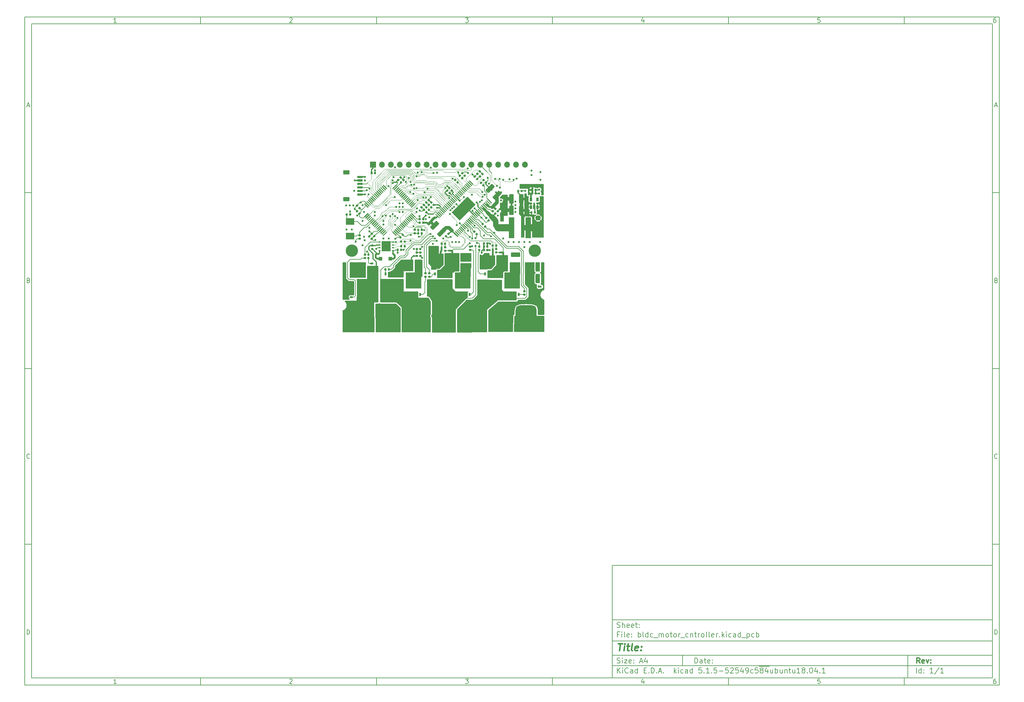
<source format=gbr>
G04 #@! TF.GenerationSoftware,KiCad,Pcbnew,5.1.5-52549c5~84~ubuntu18.04.1*
G04 #@! TF.CreationDate,2020-02-16T22:49:10+01:00*
G04 #@! TF.ProjectId,bldc_motor_cntroller,626c6463-5f6d-46f7-946f-725f636e7472,rev?*
G04 #@! TF.SameCoordinates,Original*
G04 #@! TF.FileFunction,Copper,L1,Top*
G04 #@! TF.FilePolarity,Positive*
%FSLAX46Y46*%
G04 Gerber Fmt 4.6, Leading zero omitted, Abs format (unit mm)*
G04 Created by KiCad (PCBNEW 5.1.5-52549c5~84~ubuntu18.04.1) date 2020-02-16 22:49:10*
%MOMM*%
%LPD*%
G04 APERTURE LIST*
%ADD10C,0.100000*%
%ADD11C,0.150000*%
%ADD12C,0.300000*%
%ADD13C,0.400000*%
%ADD14C,3.500000*%
%ADD15C,5.999480*%
%ADD16R,5.999480X5.999480*%
%ADD17O,1.700000X1.700000*%
%ADD18R,1.700000X1.700000*%
%ADD19R,1.100000X1.100000*%
%ADD20R,1.600000X5.900000*%
%ADD21C,1.500000*%
%ADD22R,2.400000X1.900000*%
%ADD23R,2.600000X3.000000*%
%ADD24R,0.600000X0.300000*%
%ADD25R,0.650000X1.060000*%
%ADD26R,4.410000X4.550000*%
%ADD27R,0.500000X0.850000*%
%ADD28R,4.550000X4.410000*%
%ADD29R,0.850000X0.500000*%
%ADD30C,0.500000*%
%ADD31C,6.000000*%
%ADD32C,0.600000*%
%ADD33C,0.500000*%
%ADD34C,1.000000*%
%ADD35C,0.200000*%
%ADD36C,0.120000*%
%ADD37C,0.800000*%
%ADD38C,2.000000*%
%ADD39C,1.500000*%
%ADD40C,4.000000*%
%ADD41C,0.254000*%
G04 APERTURE END LIST*
D10*
D11*
X177002200Y-166007200D02*
X177002200Y-198007200D01*
X285002200Y-198007200D01*
X285002200Y-166007200D01*
X177002200Y-166007200D01*
D10*
D11*
X10000000Y-10000000D02*
X10000000Y-200007200D01*
X287002200Y-200007200D01*
X287002200Y-10000000D01*
X10000000Y-10000000D01*
D10*
D11*
X12000000Y-12000000D02*
X12000000Y-198007200D01*
X285002200Y-198007200D01*
X285002200Y-12000000D01*
X12000000Y-12000000D01*
D10*
D11*
X60000000Y-12000000D02*
X60000000Y-10000000D01*
D10*
D11*
X110000000Y-12000000D02*
X110000000Y-10000000D01*
D10*
D11*
X160000000Y-12000000D02*
X160000000Y-10000000D01*
D10*
D11*
X210000000Y-12000000D02*
X210000000Y-10000000D01*
D10*
D11*
X260000000Y-12000000D02*
X260000000Y-10000000D01*
D10*
D11*
X36065476Y-11588095D02*
X35322619Y-11588095D01*
X35694047Y-11588095D02*
X35694047Y-10288095D01*
X35570238Y-10473809D01*
X35446428Y-10597619D01*
X35322619Y-10659523D01*
D10*
D11*
X85322619Y-10411904D02*
X85384523Y-10350000D01*
X85508333Y-10288095D01*
X85817857Y-10288095D01*
X85941666Y-10350000D01*
X86003571Y-10411904D01*
X86065476Y-10535714D01*
X86065476Y-10659523D01*
X86003571Y-10845238D01*
X85260714Y-11588095D01*
X86065476Y-11588095D01*
D10*
D11*
X135260714Y-10288095D02*
X136065476Y-10288095D01*
X135632142Y-10783333D01*
X135817857Y-10783333D01*
X135941666Y-10845238D01*
X136003571Y-10907142D01*
X136065476Y-11030952D01*
X136065476Y-11340476D01*
X136003571Y-11464285D01*
X135941666Y-11526190D01*
X135817857Y-11588095D01*
X135446428Y-11588095D01*
X135322619Y-11526190D01*
X135260714Y-11464285D01*
D10*
D11*
X185941666Y-10721428D02*
X185941666Y-11588095D01*
X185632142Y-10226190D02*
X185322619Y-11154761D01*
X186127380Y-11154761D01*
D10*
D11*
X236003571Y-10288095D02*
X235384523Y-10288095D01*
X235322619Y-10907142D01*
X235384523Y-10845238D01*
X235508333Y-10783333D01*
X235817857Y-10783333D01*
X235941666Y-10845238D01*
X236003571Y-10907142D01*
X236065476Y-11030952D01*
X236065476Y-11340476D01*
X236003571Y-11464285D01*
X235941666Y-11526190D01*
X235817857Y-11588095D01*
X235508333Y-11588095D01*
X235384523Y-11526190D01*
X235322619Y-11464285D01*
D10*
D11*
X285941666Y-10288095D02*
X285694047Y-10288095D01*
X285570238Y-10350000D01*
X285508333Y-10411904D01*
X285384523Y-10597619D01*
X285322619Y-10845238D01*
X285322619Y-11340476D01*
X285384523Y-11464285D01*
X285446428Y-11526190D01*
X285570238Y-11588095D01*
X285817857Y-11588095D01*
X285941666Y-11526190D01*
X286003571Y-11464285D01*
X286065476Y-11340476D01*
X286065476Y-11030952D01*
X286003571Y-10907142D01*
X285941666Y-10845238D01*
X285817857Y-10783333D01*
X285570238Y-10783333D01*
X285446428Y-10845238D01*
X285384523Y-10907142D01*
X285322619Y-11030952D01*
D10*
D11*
X60000000Y-198007200D02*
X60000000Y-200007200D01*
D10*
D11*
X110000000Y-198007200D02*
X110000000Y-200007200D01*
D10*
D11*
X160000000Y-198007200D02*
X160000000Y-200007200D01*
D10*
D11*
X210000000Y-198007200D02*
X210000000Y-200007200D01*
D10*
D11*
X260000000Y-198007200D02*
X260000000Y-200007200D01*
D10*
D11*
X36065476Y-199595295D02*
X35322619Y-199595295D01*
X35694047Y-199595295D02*
X35694047Y-198295295D01*
X35570238Y-198481009D01*
X35446428Y-198604819D01*
X35322619Y-198666723D01*
D10*
D11*
X85322619Y-198419104D02*
X85384523Y-198357200D01*
X85508333Y-198295295D01*
X85817857Y-198295295D01*
X85941666Y-198357200D01*
X86003571Y-198419104D01*
X86065476Y-198542914D01*
X86065476Y-198666723D01*
X86003571Y-198852438D01*
X85260714Y-199595295D01*
X86065476Y-199595295D01*
D10*
D11*
X135260714Y-198295295D02*
X136065476Y-198295295D01*
X135632142Y-198790533D01*
X135817857Y-198790533D01*
X135941666Y-198852438D01*
X136003571Y-198914342D01*
X136065476Y-199038152D01*
X136065476Y-199347676D01*
X136003571Y-199471485D01*
X135941666Y-199533390D01*
X135817857Y-199595295D01*
X135446428Y-199595295D01*
X135322619Y-199533390D01*
X135260714Y-199471485D01*
D10*
D11*
X185941666Y-198728628D02*
X185941666Y-199595295D01*
X185632142Y-198233390D02*
X185322619Y-199161961D01*
X186127380Y-199161961D01*
D10*
D11*
X236003571Y-198295295D02*
X235384523Y-198295295D01*
X235322619Y-198914342D01*
X235384523Y-198852438D01*
X235508333Y-198790533D01*
X235817857Y-198790533D01*
X235941666Y-198852438D01*
X236003571Y-198914342D01*
X236065476Y-199038152D01*
X236065476Y-199347676D01*
X236003571Y-199471485D01*
X235941666Y-199533390D01*
X235817857Y-199595295D01*
X235508333Y-199595295D01*
X235384523Y-199533390D01*
X235322619Y-199471485D01*
D10*
D11*
X285941666Y-198295295D02*
X285694047Y-198295295D01*
X285570238Y-198357200D01*
X285508333Y-198419104D01*
X285384523Y-198604819D01*
X285322619Y-198852438D01*
X285322619Y-199347676D01*
X285384523Y-199471485D01*
X285446428Y-199533390D01*
X285570238Y-199595295D01*
X285817857Y-199595295D01*
X285941666Y-199533390D01*
X286003571Y-199471485D01*
X286065476Y-199347676D01*
X286065476Y-199038152D01*
X286003571Y-198914342D01*
X285941666Y-198852438D01*
X285817857Y-198790533D01*
X285570238Y-198790533D01*
X285446428Y-198852438D01*
X285384523Y-198914342D01*
X285322619Y-199038152D01*
D10*
D11*
X10000000Y-60000000D02*
X12000000Y-60000000D01*
D10*
D11*
X10000000Y-110000000D02*
X12000000Y-110000000D01*
D10*
D11*
X10000000Y-160000000D02*
X12000000Y-160000000D01*
D10*
D11*
X10690476Y-35216666D02*
X11309523Y-35216666D01*
X10566666Y-35588095D02*
X11000000Y-34288095D01*
X11433333Y-35588095D01*
D10*
D11*
X11092857Y-84907142D02*
X11278571Y-84969047D01*
X11340476Y-85030952D01*
X11402380Y-85154761D01*
X11402380Y-85340476D01*
X11340476Y-85464285D01*
X11278571Y-85526190D01*
X11154761Y-85588095D01*
X10659523Y-85588095D01*
X10659523Y-84288095D01*
X11092857Y-84288095D01*
X11216666Y-84350000D01*
X11278571Y-84411904D01*
X11340476Y-84535714D01*
X11340476Y-84659523D01*
X11278571Y-84783333D01*
X11216666Y-84845238D01*
X11092857Y-84907142D01*
X10659523Y-84907142D01*
D10*
D11*
X11402380Y-135464285D02*
X11340476Y-135526190D01*
X11154761Y-135588095D01*
X11030952Y-135588095D01*
X10845238Y-135526190D01*
X10721428Y-135402380D01*
X10659523Y-135278571D01*
X10597619Y-135030952D01*
X10597619Y-134845238D01*
X10659523Y-134597619D01*
X10721428Y-134473809D01*
X10845238Y-134350000D01*
X11030952Y-134288095D01*
X11154761Y-134288095D01*
X11340476Y-134350000D01*
X11402380Y-134411904D01*
D10*
D11*
X10659523Y-185588095D02*
X10659523Y-184288095D01*
X10969047Y-184288095D01*
X11154761Y-184350000D01*
X11278571Y-184473809D01*
X11340476Y-184597619D01*
X11402380Y-184845238D01*
X11402380Y-185030952D01*
X11340476Y-185278571D01*
X11278571Y-185402380D01*
X11154761Y-185526190D01*
X10969047Y-185588095D01*
X10659523Y-185588095D01*
D10*
D11*
X287002200Y-60000000D02*
X285002200Y-60000000D01*
D10*
D11*
X287002200Y-110000000D02*
X285002200Y-110000000D01*
D10*
D11*
X287002200Y-160000000D02*
X285002200Y-160000000D01*
D10*
D11*
X285692676Y-35216666D02*
X286311723Y-35216666D01*
X285568866Y-35588095D02*
X286002200Y-34288095D01*
X286435533Y-35588095D01*
D10*
D11*
X286095057Y-84907142D02*
X286280771Y-84969047D01*
X286342676Y-85030952D01*
X286404580Y-85154761D01*
X286404580Y-85340476D01*
X286342676Y-85464285D01*
X286280771Y-85526190D01*
X286156961Y-85588095D01*
X285661723Y-85588095D01*
X285661723Y-84288095D01*
X286095057Y-84288095D01*
X286218866Y-84350000D01*
X286280771Y-84411904D01*
X286342676Y-84535714D01*
X286342676Y-84659523D01*
X286280771Y-84783333D01*
X286218866Y-84845238D01*
X286095057Y-84907142D01*
X285661723Y-84907142D01*
D10*
D11*
X286404580Y-135464285D02*
X286342676Y-135526190D01*
X286156961Y-135588095D01*
X286033152Y-135588095D01*
X285847438Y-135526190D01*
X285723628Y-135402380D01*
X285661723Y-135278571D01*
X285599819Y-135030952D01*
X285599819Y-134845238D01*
X285661723Y-134597619D01*
X285723628Y-134473809D01*
X285847438Y-134350000D01*
X286033152Y-134288095D01*
X286156961Y-134288095D01*
X286342676Y-134350000D01*
X286404580Y-134411904D01*
D10*
D11*
X285661723Y-185588095D02*
X285661723Y-184288095D01*
X285971247Y-184288095D01*
X286156961Y-184350000D01*
X286280771Y-184473809D01*
X286342676Y-184597619D01*
X286404580Y-184845238D01*
X286404580Y-185030952D01*
X286342676Y-185278571D01*
X286280771Y-185402380D01*
X286156961Y-185526190D01*
X285971247Y-185588095D01*
X285661723Y-185588095D01*
D10*
D11*
X200434342Y-193785771D02*
X200434342Y-192285771D01*
X200791485Y-192285771D01*
X201005771Y-192357200D01*
X201148628Y-192500057D01*
X201220057Y-192642914D01*
X201291485Y-192928628D01*
X201291485Y-193142914D01*
X201220057Y-193428628D01*
X201148628Y-193571485D01*
X201005771Y-193714342D01*
X200791485Y-193785771D01*
X200434342Y-193785771D01*
X202577200Y-193785771D02*
X202577200Y-193000057D01*
X202505771Y-192857200D01*
X202362914Y-192785771D01*
X202077200Y-192785771D01*
X201934342Y-192857200D01*
X202577200Y-193714342D02*
X202434342Y-193785771D01*
X202077200Y-193785771D01*
X201934342Y-193714342D01*
X201862914Y-193571485D01*
X201862914Y-193428628D01*
X201934342Y-193285771D01*
X202077200Y-193214342D01*
X202434342Y-193214342D01*
X202577200Y-193142914D01*
X203077200Y-192785771D02*
X203648628Y-192785771D01*
X203291485Y-192285771D02*
X203291485Y-193571485D01*
X203362914Y-193714342D01*
X203505771Y-193785771D01*
X203648628Y-193785771D01*
X204720057Y-193714342D02*
X204577200Y-193785771D01*
X204291485Y-193785771D01*
X204148628Y-193714342D01*
X204077200Y-193571485D01*
X204077200Y-193000057D01*
X204148628Y-192857200D01*
X204291485Y-192785771D01*
X204577200Y-192785771D01*
X204720057Y-192857200D01*
X204791485Y-193000057D01*
X204791485Y-193142914D01*
X204077200Y-193285771D01*
X205434342Y-193642914D02*
X205505771Y-193714342D01*
X205434342Y-193785771D01*
X205362914Y-193714342D01*
X205434342Y-193642914D01*
X205434342Y-193785771D01*
X205434342Y-192857200D02*
X205505771Y-192928628D01*
X205434342Y-193000057D01*
X205362914Y-192928628D01*
X205434342Y-192857200D01*
X205434342Y-193000057D01*
D10*
D11*
X177002200Y-194507200D02*
X285002200Y-194507200D01*
D10*
D11*
X178434342Y-196585771D02*
X178434342Y-195085771D01*
X179291485Y-196585771D02*
X178648628Y-195728628D01*
X179291485Y-195085771D02*
X178434342Y-195942914D01*
X179934342Y-196585771D02*
X179934342Y-195585771D01*
X179934342Y-195085771D02*
X179862914Y-195157200D01*
X179934342Y-195228628D01*
X180005771Y-195157200D01*
X179934342Y-195085771D01*
X179934342Y-195228628D01*
X181505771Y-196442914D02*
X181434342Y-196514342D01*
X181220057Y-196585771D01*
X181077200Y-196585771D01*
X180862914Y-196514342D01*
X180720057Y-196371485D01*
X180648628Y-196228628D01*
X180577200Y-195942914D01*
X180577200Y-195728628D01*
X180648628Y-195442914D01*
X180720057Y-195300057D01*
X180862914Y-195157200D01*
X181077200Y-195085771D01*
X181220057Y-195085771D01*
X181434342Y-195157200D01*
X181505771Y-195228628D01*
X182791485Y-196585771D02*
X182791485Y-195800057D01*
X182720057Y-195657200D01*
X182577200Y-195585771D01*
X182291485Y-195585771D01*
X182148628Y-195657200D01*
X182791485Y-196514342D02*
X182648628Y-196585771D01*
X182291485Y-196585771D01*
X182148628Y-196514342D01*
X182077200Y-196371485D01*
X182077200Y-196228628D01*
X182148628Y-196085771D01*
X182291485Y-196014342D01*
X182648628Y-196014342D01*
X182791485Y-195942914D01*
X184148628Y-196585771D02*
X184148628Y-195085771D01*
X184148628Y-196514342D02*
X184005771Y-196585771D01*
X183720057Y-196585771D01*
X183577200Y-196514342D01*
X183505771Y-196442914D01*
X183434342Y-196300057D01*
X183434342Y-195871485D01*
X183505771Y-195728628D01*
X183577200Y-195657200D01*
X183720057Y-195585771D01*
X184005771Y-195585771D01*
X184148628Y-195657200D01*
X186005771Y-195800057D02*
X186505771Y-195800057D01*
X186720057Y-196585771D02*
X186005771Y-196585771D01*
X186005771Y-195085771D01*
X186720057Y-195085771D01*
X187362914Y-196442914D02*
X187434342Y-196514342D01*
X187362914Y-196585771D01*
X187291485Y-196514342D01*
X187362914Y-196442914D01*
X187362914Y-196585771D01*
X188077200Y-196585771D02*
X188077200Y-195085771D01*
X188434342Y-195085771D01*
X188648628Y-195157200D01*
X188791485Y-195300057D01*
X188862914Y-195442914D01*
X188934342Y-195728628D01*
X188934342Y-195942914D01*
X188862914Y-196228628D01*
X188791485Y-196371485D01*
X188648628Y-196514342D01*
X188434342Y-196585771D01*
X188077200Y-196585771D01*
X189577200Y-196442914D02*
X189648628Y-196514342D01*
X189577200Y-196585771D01*
X189505771Y-196514342D01*
X189577200Y-196442914D01*
X189577200Y-196585771D01*
X190220057Y-196157200D02*
X190934342Y-196157200D01*
X190077200Y-196585771D02*
X190577200Y-195085771D01*
X191077200Y-196585771D01*
X191577200Y-196442914D02*
X191648628Y-196514342D01*
X191577200Y-196585771D01*
X191505771Y-196514342D01*
X191577200Y-196442914D01*
X191577200Y-196585771D01*
X194577200Y-196585771D02*
X194577200Y-195085771D01*
X194720057Y-196014342D02*
X195148628Y-196585771D01*
X195148628Y-195585771D02*
X194577200Y-196157200D01*
X195791485Y-196585771D02*
X195791485Y-195585771D01*
X195791485Y-195085771D02*
X195720057Y-195157200D01*
X195791485Y-195228628D01*
X195862914Y-195157200D01*
X195791485Y-195085771D01*
X195791485Y-195228628D01*
X197148628Y-196514342D02*
X197005771Y-196585771D01*
X196720057Y-196585771D01*
X196577200Y-196514342D01*
X196505771Y-196442914D01*
X196434342Y-196300057D01*
X196434342Y-195871485D01*
X196505771Y-195728628D01*
X196577200Y-195657200D01*
X196720057Y-195585771D01*
X197005771Y-195585771D01*
X197148628Y-195657200D01*
X198434342Y-196585771D02*
X198434342Y-195800057D01*
X198362914Y-195657200D01*
X198220057Y-195585771D01*
X197934342Y-195585771D01*
X197791485Y-195657200D01*
X198434342Y-196514342D02*
X198291485Y-196585771D01*
X197934342Y-196585771D01*
X197791485Y-196514342D01*
X197720057Y-196371485D01*
X197720057Y-196228628D01*
X197791485Y-196085771D01*
X197934342Y-196014342D01*
X198291485Y-196014342D01*
X198434342Y-195942914D01*
X199791485Y-196585771D02*
X199791485Y-195085771D01*
X199791485Y-196514342D02*
X199648628Y-196585771D01*
X199362914Y-196585771D01*
X199220057Y-196514342D01*
X199148628Y-196442914D01*
X199077200Y-196300057D01*
X199077200Y-195871485D01*
X199148628Y-195728628D01*
X199220057Y-195657200D01*
X199362914Y-195585771D01*
X199648628Y-195585771D01*
X199791485Y-195657200D01*
X202362914Y-195085771D02*
X201648628Y-195085771D01*
X201577200Y-195800057D01*
X201648628Y-195728628D01*
X201791485Y-195657200D01*
X202148628Y-195657200D01*
X202291485Y-195728628D01*
X202362914Y-195800057D01*
X202434342Y-195942914D01*
X202434342Y-196300057D01*
X202362914Y-196442914D01*
X202291485Y-196514342D01*
X202148628Y-196585771D01*
X201791485Y-196585771D01*
X201648628Y-196514342D01*
X201577200Y-196442914D01*
X203077200Y-196442914D02*
X203148628Y-196514342D01*
X203077200Y-196585771D01*
X203005771Y-196514342D01*
X203077200Y-196442914D01*
X203077200Y-196585771D01*
X204577200Y-196585771D02*
X203720057Y-196585771D01*
X204148628Y-196585771D02*
X204148628Y-195085771D01*
X204005771Y-195300057D01*
X203862914Y-195442914D01*
X203720057Y-195514342D01*
X205220057Y-196442914D02*
X205291485Y-196514342D01*
X205220057Y-196585771D01*
X205148628Y-196514342D01*
X205220057Y-196442914D01*
X205220057Y-196585771D01*
X206648628Y-195085771D02*
X205934342Y-195085771D01*
X205862914Y-195800057D01*
X205934342Y-195728628D01*
X206077200Y-195657200D01*
X206434342Y-195657200D01*
X206577200Y-195728628D01*
X206648628Y-195800057D01*
X206720057Y-195942914D01*
X206720057Y-196300057D01*
X206648628Y-196442914D01*
X206577200Y-196514342D01*
X206434342Y-196585771D01*
X206077200Y-196585771D01*
X205934342Y-196514342D01*
X205862914Y-196442914D01*
X207362914Y-196014342D02*
X208505771Y-196014342D01*
X209934342Y-195085771D02*
X209220057Y-195085771D01*
X209148628Y-195800057D01*
X209220057Y-195728628D01*
X209362914Y-195657200D01*
X209720057Y-195657200D01*
X209862914Y-195728628D01*
X209934342Y-195800057D01*
X210005771Y-195942914D01*
X210005771Y-196300057D01*
X209934342Y-196442914D01*
X209862914Y-196514342D01*
X209720057Y-196585771D01*
X209362914Y-196585771D01*
X209220057Y-196514342D01*
X209148628Y-196442914D01*
X210577200Y-195228628D02*
X210648628Y-195157200D01*
X210791485Y-195085771D01*
X211148628Y-195085771D01*
X211291485Y-195157200D01*
X211362914Y-195228628D01*
X211434342Y-195371485D01*
X211434342Y-195514342D01*
X211362914Y-195728628D01*
X210505771Y-196585771D01*
X211434342Y-196585771D01*
X212791485Y-195085771D02*
X212077200Y-195085771D01*
X212005771Y-195800057D01*
X212077200Y-195728628D01*
X212220057Y-195657200D01*
X212577200Y-195657200D01*
X212720057Y-195728628D01*
X212791485Y-195800057D01*
X212862914Y-195942914D01*
X212862914Y-196300057D01*
X212791485Y-196442914D01*
X212720057Y-196514342D01*
X212577200Y-196585771D01*
X212220057Y-196585771D01*
X212077200Y-196514342D01*
X212005771Y-196442914D01*
X214148628Y-195585771D02*
X214148628Y-196585771D01*
X213791485Y-195014342D02*
X213434342Y-196085771D01*
X214362914Y-196085771D01*
X215005771Y-196585771D02*
X215291485Y-196585771D01*
X215434342Y-196514342D01*
X215505771Y-196442914D01*
X215648628Y-196228628D01*
X215720057Y-195942914D01*
X215720057Y-195371485D01*
X215648628Y-195228628D01*
X215577200Y-195157200D01*
X215434342Y-195085771D01*
X215148628Y-195085771D01*
X215005771Y-195157200D01*
X214934342Y-195228628D01*
X214862914Y-195371485D01*
X214862914Y-195728628D01*
X214934342Y-195871485D01*
X215005771Y-195942914D01*
X215148628Y-196014342D01*
X215434342Y-196014342D01*
X215577200Y-195942914D01*
X215648628Y-195871485D01*
X215720057Y-195728628D01*
X217005771Y-196514342D02*
X216862914Y-196585771D01*
X216577200Y-196585771D01*
X216434342Y-196514342D01*
X216362914Y-196442914D01*
X216291485Y-196300057D01*
X216291485Y-195871485D01*
X216362914Y-195728628D01*
X216434342Y-195657200D01*
X216577200Y-195585771D01*
X216862914Y-195585771D01*
X217005771Y-195657200D01*
X218362914Y-195085771D02*
X217648628Y-195085771D01*
X217577200Y-195800057D01*
X217648628Y-195728628D01*
X217791485Y-195657200D01*
X218148628Y-195657200D01*
X218291485Y-195728628D01*
X218362914Y-195800057D01*
X218434342Y-195942914D01*
X218434342Y-196300057D01*
X218362914Y-196442914D01*
X218291485Y-196514342D01*
X218148628Y-196585771D01*
X217791485Y-196585771D01*
X217648628Y-196514342D01*
X217577200Y-196442914D01*
X218720057Y-194677200D02*
X220148628Y-194677200D01*
X219291485Y-195728628D02*
X219148628Y-195657200D01*
X219077200Y-195585771D01*
X219005771Y-195442914D01*
X219005771Y-195371485D01*
X219077200Y-195228628D01*
X219148628Y-195157200D01*
X219291485Y-195085771D01*
X219577200Y-195085771D01*
X219720057Y-195157200D01*
X219791485Y-195228628D01*
X219862914Y-195371485D01*
X219862914Y-195442914D01*
X219791485Y-195585771D01*
X219720057Y-195657200D01*
X219577200Y-195728628D01*
X219291485Y-195728628D01*
X219148628Y-195800057D01*
X219077200Y-195871485D01*
X219005771Y-196014342D01*
X219005771Y-196300057D01*
X219077200Y-196442914D01*
X219148628Y-196514342D01*
X219291485Y-196585771D01*
X219577200Y-196585771D01*
X219720057Y-196514342D01*
X219791485Y-196442914D01*
X219862914Y-196300057D01*
X219862914Y-196014342D01*
X219791485Y-195871485D01*
X219720057Y-195800057D01*
X219577200Y-195728628D01*
X220148628Y-194677200D02*
X221577199Y-194677200D01*
X221148628Y-195585771D02*
X221148628Y-196585771D01*
X220791485Y-195014342D02*
X220434342Y-196085771D01*
X221362914Y-196085771D01*
X222577199Y-195585771D02*
X222577199Y-196585771D01*
X221934342Y-195585771D02*
X221934342Y-196371485D01*
X222005771Y-196514342D01*
X222148628Y-196585771D01*
X222362914Y-196585771D01*
X222505771Y-196514342D01*
X222577199Y-196442914D01*
X223291485Y-196585771D02*
X223291485Y-195085771D01*
X223291485Y-195657200D02*
X223434342Y-195585771D01*
X223720057Y-195585771D01*
X223862914Y-195657200D01*
X223934342Y-195728628D01*
X224005771Y-195871485D01*
X224005771Y-196300057D01*
X223934342Y-196442914D01*
X223862914Y-196514342D01*
X223720057Y-196585771D01*
X223434342Y-196585771D01*
X223291485Y-196514342D01*
X225291485Y-195585771D02*
X225291485Y-196585771D01*
X224648628Y-195585771D02*
X224648628Y-196371485D01*
X224720057Y-196514342D01*
X224862914Y-196585771D01*
X225077199Y-196585771D01*
X225220057Y-196514342D01*
X225291485Y-196442914D01*
X226005771Y-195585771D02*
X226005771Y-196585771D01*
X226005771Y-195728628D02*
X226077199Y-195657200D01*
X226220057Y-195585771D01*
X226434342Y-195585771D01*
X226577199Y-195657200D01*
X226648628Y-195800057D01*
X226648628Y-196585771D01*
X227148628Y-195585771D02*
X227720057Y-195585771D01*
X227362914Y-195085771D02*
X227362914Y-196371485D01*
X227434342Y-196514342D01*
X227577200Y-196585771D01*
X227720057Y-196585771D01*
X228862914Y-195585771D02*
X228862914Y-196585771D01*
X228220057Y-195585771D02*
X228220057Y-196371485D01*
X228291485Y-196514342D01*
X228434342Y-196585771D01*
X228648628Y-196585771D01*
X228791485Y-196514342D01*
X228862914Y-196442914D01*
X230362914Y-196585771D02*
X229505771Y-196585771D01*
X229934342Y-196585771D02*
X229934342Y-195085771D01*
X229791485Y-195300057D01*
X229648628Y-195442914D01*
X229505771Y-195514342D01*
X231220057Y-195728628D02*
X231077199Y-195657200D01*
X231005771Y-195585771D01*
X230934342Y-195442914D01*
X230934342Y-195371485D01*
X231005771Y-195228628D01*
X231077199Y-195157200D01*
X231220057Y-195085771D01*
X231505771Y-195085771D01*
X231648628Y-195157200D01*
X231720057Y-195228628D01*
X231791485Y-195371485D01*
X231791485Y-195442914D01*
X231720057Y-195585771D01*
X231648628Y-195657200D01*
X231505771Y-195728628D01*
X231220057Y-195728628D01*
X231077199Y-195800057D01*
X231005771Y-195871485D01*
X230934342Y-196014342D01*
X230934342Y-196300057D01*
X231005771Y-196442914D01*
X231077199Y-196514342D01*
X231220057Y-196585771D01*
X231505771Y-196585771D01*
X231648628Y-196514342D01*
X231720057Y-196442914D01*
X231791485Y-196300057D01*
X231791485Y-196014342D01*
X231720057Y-195871485D01*
X231648628Y-195800057D01*
X231505771Y-195728628D01*
X232434342Y-196442914D02*
X232505771Y-196514342D01*
X232434342Y-196585771D01*
X232362914Y-196514342D01*
X232434342Y-196442914D01*
X232434342Y-196585771D01*
X233434342Y-195085771D02*
X233577199Y-195085771D01*
X233720057Y-195157200D01*
X233791485Y-195228628D01*
X233862914Y-195371485D01*
X233934342Y-195657200D01*
X233934342Y-196014342D01*
X233862914Y-196300057D01*
X233791485Y-196442914D01*
X233720057Y-196514342D01*
X233577199Y-196585771D01*
X233434342Y-196585771D01*
X233291485Y-196514342D01*
X233220057Y-196442914D01*
X233148628Y-196300057D01*
X233077199Y-196014342D01*
X233077199Y-195657200D01*
X233148628Y-195371485D01*
X233220057Y-195228628D01*
X233291485Y-195157200D01*
X233434342Y-195085771D01*
X235220057Y-195585771D02*
X235220057Y-196585771D01*
X234862914Y-195014342D02*
X234505771Y-196085771D01*
X235434342Y-196085771D01*
X236005771Y-196442914D02*
X236077199Y-196514342D01*
X236005771Y-196585771D01*
X235934342Y-196514342D01*
X236005771Y-196442914D01*
X236005771Y-196585771D01*
X237505771Y-196585771D02*
X236648628Y-196585771D01*
X237077199Y-196585771D02*
X237077199Y-195085771D01*
X236934342Y-195300057D01*
X236791485Y-195442914D01*
X236648628Y-195514342D01*
D10*
D11*
X177002200Y-191507200D02*
X285002200Y-191507200D01*
D10*
D12*
X264411485Y-193785771D02*
X263911485Y-193071485D01*
X263554342Y-193785771D02*
X263554342Y-192285771D01*
X264125771Y-192285771D01*
X264268628Y-192357200D01*
X264340057Y-192428628D01*
X264411485Y-192571485D01*
X264411485Y-192785771D01*
X264340057Y-192928628D01*
X264268628Y-193000057D01*
X264125771Y-193071485D01*
X263554342Y-193071485D01*
X265625771Y-193714342D02*
X265482914Y-193785771D01*
X265197200Y-193785771D01*
X265054342Y-193714342D01*
X264982914Y-193571485D01*
X264982914Y-193000057D01*
X265054342Y-192857200D01*
X265197200Y-192785771D01*
X265482914Y-192785771D01*
X265625771Y-192857200D01*
X265697200Y-193000057D01*
X265697200Y-193142914D01*
X264982914Y-193285771D01*
X266197200Y-192785771D02*
X266554342Y-193785771D01*
X266911485Y-192785771D01*
X267482914Y-193642914D02*
X267554342Y-193714342D01*
X267482914Y-193785771D01*
X267411485Y-193714342D01*
X267482914Y-193642914D01*
X267482914Y-193785771D01*
X267482914Y-192857200D02*
X267554342Y-192928628D01*
X267482914Y-193000057D01*
X267411485Y-192928628D01*
X267482914Y-192857200D01*
X267482914Y-193000057D01*
D10*
D11*
X178362914Y-193714342D02*
X178577200Y-193785771D01*
X178934342Y-193785771D01*
X179077200Y-193714342D01*
X179148628Y-193642914D01*
X179220057Y-193500057D01*
X179220057Y-193357200D01*
X179148628Y-193214342D01*
X179077200Y-193142914D01*
X178934342Y-193071485D01*
X178648628Y-193000057D01*
X178505771Y-192928628D01*
X178434342Y-192857200D01*
X178362914Y-192714342D01*
X178362914Y-192571485D01*
X178434342Y-192428628D01*
X178505771Y-192357200D01*
X178648628Y-192285771D01*
X179005771Y-192285771D01*
X179220057Y-192357200D01*
X179862914Y-193785771D02*
X179862914Y-192785771D01*
X179862914Y-192285771D02*
X179791485Y-192357200D01*
X179862914Y-192428628D01*
X179934342Y-192357200D01*
X179862914Y-192285771D01*
X179862914Y-192428628D01*
X180434342Y-192785771D02*
X181220057Y-192785771D01*
X180434342Y-193785771D01*
X181220057Y-193785771D01*
X182362914Y-193714342D02*
X182220057Y-193785771D01*
X181934342Y-193785771D01*
X181791485Y-193714342D01*
X181720057Y-193571485D01*
X181720057Y-193000057D01*
X181791485Y-192857200D01*
X181934342Y-192785771D01*
X182220057Y-192785771D01*
X182362914Y-192857200D01*
X182434342Y-193000057D01*
X182434342Y-193142914D01*
X181720057Y-193285771D01*
X183077200Y-193642914D02*
X183148628Y-193714342D01*
X183077200Y-193785771D01*
X183005771Y-193714342D01*
X183077200Y-193642914D01*
X183077200Y-193785771D01*
X183077200Y-192857200D02*
X183148628Y-192928628D01*
X183077200Y-193000057D01*
X183005771Y-192928628D01*
X183077200Y-192857200D01*
X183077200Y-193000057D01*
X184862914Y-193357200D02*
X185577200Y-193357200D01*
X184720057Y-193785771D02*
X185220057Y-192285771D01*
X185720057Y-193785771D01*
X186862914Y-192785771D02*
X186862914Y-193785771D01*
X186505771Y-192214342D02*
X186148628Y-193285771D01*
X187077200Y-193285771D01*
D10*
D11*
X263434342Y-196585771D02*
X263434342Y-195085771D01*
X264791485Y-196585771D02*
X264791485Y-195085771D01*
X264791485Y-196514342D02*
X264648628Y-196585771D01*
X264362914Y-196585771D01*
X264220057Y-196514342D01*
X264148628Y-196442914D01*
X264077200Y-196300057D01*
X264077200Y-195871485D01*
X264148628Y-195728628D01*
X264220057Y-195657200D01*
X264362914Y-195585771D01*
X264648628Y-195585771D01*
X264791485Y-195657200D01*
X265505771Y-196442914D02*
X265577200Y-196514342D01*
X265505771Y-196585771D01*
X265434342Y-196514342D01*
X265505771Y-196442914D01*
X265505771Y-196585771D01*
X265505771Y-195657200D02*
X265577200Y-195728628D01*
X265505771Y-195800057D01*
X265434342Y-195728628D01*
X265505771Y-195657200D01*
X265505771Y-195800057D01*
X268148628Y-196585771D02*
X267291485Y-196585771D01*
X267720057Y-196585771D02*
X267720057Y-195085771D01*
X267577200Y-195300057D01*
X267434342Y-195442914D01*
X267291485Y-195514342D01*
X269862914Y-195014342D02*
X268577200Y-196942914D01*
X271148628Y-196585771D02*
X270291485Y-196585771D01*
X270720057Y-196585771D02*
X270720057Y-195085771D01*
X270577200Y-195300057D01*
X270434342Y-195442914D01*
X270291485Y-195514342D01*
D10*
D11*
X177002200Y-187507200D02*
X285002200Y-187507200D01*
D10*
D13*
X178714580Y-188211961D02*
X179857438Y-188211961D01*
X179036009Y-190211961D02*
X179286009Y-188211961D01*
X180274104Y-190211961D02*
X180440771Y-188878628D01*
X180524104Y-188211961D02*
X180416961Y-188307200D01*
X180500295Y-188402438D01*
X180607438Y-188307200D01*
X180524104Y-188211961D01*
X180500295Y-188402438D01*
X181107438Y-188878628D02*
X181869342Y-188878628D01*
X181476485Y-188211961D02*
X181262200Y-189926247D01*
X181333628Y-190116723D01*
X181512200Y-190211961D01*
X181702676Y-190211961D01*
X182655057Y-190211961D02*
X182476485Y-190116723D01*
X182405057Y-189926247D01*
X182619342Y-188211961D01*
X184190771Y-190116723D02*
X183988390Y-190211961D01*
X183607438Y-190211961D01*
X183428866Y-190116723D01*
X183357438Y-189926247D01*
X183452676Y-189164342D01*
X183571723Y-188973866D01*
X183774104Y-188878628D01*
X184155057Y-188878628D01*
X184333628Y-188973866D01*
X184405057Y-189164342D01*
X184381247Y-189354819D01*
X183405057Y-189545295D01*
X185155057Y-190021485D02*
X185238390Y-190116723D01*
X185131247Y-190211961D01*
X185047914Y-190116723D01*
X185155057Y-190021485D01*
X185131247Y-190211961D01*
X185286009Y-188973866D02*
X185369342Y-189069104D01*
X185262200Y-189164342D01*
X185178866Y-189069104D01*
X185286009Y-188973866D01*
X185262200Y-189164342D01*
D10*
D11*
X178934342Y-185600057D02*
X178434342Y-185600057D01*
X178434342Y-186385771D02*
X178434342Y-184885771D01*
X179148628Y-184885771D01*
X179720057Y-186385771D02*
X179720057Y-185385771D01*
X179720057Y-184885771D02*
X179648628Y-184957200D01*
X179720057Y-185028628D01*
X179791485Y-184957200D01*
X179720057Y-184885771D01*
X179720057Y-185028628D01*
X180648628Y-186385771D02*
X180505771Y-186314342D01*
X180434342Y-186171485D01*
X180434342Y-184885771D01*
X181791485Y-186314342D02*
X181648628Y-186385771D01*
X181362914Y-186385771D01*
X181220057Y-186314342D01*
X181148628Y-186171485D01*
X181148628Y-185600057D01*
X181220057Y-185457200D01*
X181362914Y-185385771D01*
X181648628Y-185385771D01*
X181791485Y-185457200D01*
X181862914Y-185600057D01*
X181862914Y-185742914D01*
X181148628Y-185885771D01*
X182505771Y-186242914D02*
X182577200Y-186314342D01*
X182505771Y-186385771D01*
X182434342Y-186314342D01*
X182505771Y-186242914D01*
X182505771Y-186385771D01*
X182505771Y-185457200D02*
X182577200Y-185528628D01*
X182505771Y-185600057D01*
X182434342Y-185528628D01*
X182505771Y-185457200D01*
X182505771Y-185600057D01*
X184362914Y-186385771D02*
X184362914Y-184885771D01*
X184362914Y-185457200D02*
X184505771Y-185385771D01*
X184791485Y-185385771D01*
X184934342Y-185457200D01*
X185005771Y-185528628D01*
X185077200Y-185671485D01*
X185077200Y-186100057D01*
X185005771Y-186242914D01*
X184934342Y-186314342D01*
X184791485Y-186385771D01*
X184505771Y-186385771D01*
X184362914Y-186314342D01*
X185934342Y-186385771D02*
X185791485Y-186314342D01*
X185720057Y-186171485D01*
X185720057Y-184885771D01*
X187148628Y-186385771D02*
X187148628Y-184885771D01*
X187148628Y-186314342D02*
X187005771Y-186385771D01*
X186720057Y-186385771D01*
X186577200Y-186314342D01*
X186505771Y-186242914D01*
X186434342Y-186100057D01*
X186434342Y-185671485D01*
X186505771Y-185528628D01*
X186577200Y-185457200D01*
X186720057Y-185385771D01*
X187005771Y-185385771D01*
X187148628Y-185457200D01*
X188505771Y-186314342D02*
X188362914Y-186385771D01*
X188077200Y-186385771D01*
X187934342Y-186314342D01*
X187862914Y-186242914D01*
X187791485Y-186100057D01*
X187791485Y-185671485D01*
X187862914Y-185528628D01*
X187934342Y-185457200D01*
X188077200Y-185385771D01*
X188362914Y-185385771D01*
X188505771Y-185457200D01*
X188791485Y-186528628D02*
X189934342Y-186528628D01*
X190291485Y-186385771D02*
X190291485Y-185385771D01*
X190291485Y-185528628D02*
X190362914Y-185457200D01*
X190505771Y-185385771D01*
X190720057Y-185385771D01*
X190862914Y-185457200D01*
X190934342Y-185600057D01*
X190934342Y-186385771D01*
X190934342Y-185600057D02*
X191005771Y-185457200D01*
X191148628Y-185385771D01*
X191362914Y-185385771D01*
X191505771Y-185457200D01*
X191577200Y-185600057D01*
X191577200Y-186385771D01*
X192505771Y-186385771D02*
X192362914Y-186314342D01*
X192291485Y-186242914D01*
X192220057Y-186100057D01*
X192220057Y-185671485D01*
X192291485Y-185528628D01*
X192362914Y-185457200D01*
X192505771Y-185385771D01*
X192720057Y-185385771D01*
X192862914Y-185457200D01*
X192934342Y-185528628D01*
X193005771Y-185671485D01*
X193005771Y-186100057D01*
X192934342Y-186242914D01*
X192862914Y-186314342D01*
X192720057Y-186385771D01*
X192505771Y-186385771D01*
X193434342Y-185385771D02*
X194005771Y-185385771D01*
X193648628Y-184885771D02*
X193648628Y-186171485D01*
X193720057Y-186314342D01*
X193862914Y-186385771D01*
X194005771Y-186385771D01*
X194720057Y-186385771D02*
X194577200Y-186314342D01*
X194505771Y-186242914D01*
X194434342Y-186100057D01*
X194434342Y-185671485D01*
X194505771Y-185528628D01*
X194577200Y-185457200D01*
X194720057Y-185385771D01*
X194934342Y-185385771D01*
X195077200Y-185457200D01*
X195148628Y-185528628D01*
X195220057Y-185671485D01*
X195220057Y-186100057D01*
X195148628Y-186242914D01*
X195077200Y-186314342D01*
X194934342Y-186385771D01*
X194720057Y-186385771D01*
X195862914Y-186385771D02*
X195862914Y-185385771D01*
X195862914Y-185671485D02*
X195934342Y-185528628D01*
X196005771Y-185457200D01*
X196148628Y-185385771D01*
X196291485Y-185385771D01*
X196434342Y-186528628D02*
X197577200Y-186528628D01*
X198577200Y-186314342D02*
X198434342Y-186385771D01*
X198148628Y-186385771D01*
X198005771Y-186314342D01*
X197934342Y-186242914D01*
X197862914Y-186100057D01*
X197862914Y-185671485D01*
X197934342Y-185528628D01*
X198005771Y-185457200D01*
X198148628Y-185385771D01*
X198434342Y-185385771D01*
X198577200Y-185457200D01*
X199220057Y-185385771D02*
X199220057Y-186385771D01*
X199220057Y-185528628D02*
X199291485Y-185457200D01*
X199434342Y-185385771D01*
X199648628Y-185385771D01*
X199791485Y-185457200D01*
X199862914Y-185600057D01*
X199862914Y-186385771D01*
X200362914Y-185385771D02*
X200934342Y-185385771D01*
X200577200Y-184885771D02*
X200577200Y-186171485D01*
X200648628Y-186314342D01*
X200791485Y-186385771D01*
X200934342Y-186385771D01*
X201434342Y-186385771D02*
X201434342Y-185385771D01*
X201434342Y-185671485D02*
X201505771Y-185528628D01*
X201577200Y-185457200D01*
X201720057Y-185385771D01*
X201862914Y-185385771D01*
X202577200Y-186385771D02*
X202434342Y-186314342D01*
X202362914Y-186242914D01*
X202291485Y-186100057D01*
X202291485Y-185671485D01*
X202362914Y-185528628D01*
X202434342Y-185457200D01*
X202577200Y-185385771D01*
X202791485Y-185385771D01*
X202934342Y-185457200D01*
X203005771Y-185528628D01*
X203077200Y-185671485D01*
X203077200Y-186100057D01*
X203005771Y-186242914D01*
X202934342Y-186314342D01*
X202791485Y-186385771D01*
X202577200Y-186385771D01*
X203934342Y-186385771D02*
X203791485Y-186314342D01*
X203720057Y-186171485D01*
X203720057Y-184885771D01*
X204720057Y-186385771D02*
X204577200Y-186314342D01*
X204505771Y-186171485D01*
X204505771Y-184885771D01*
X205862914Y-186314342D02*
X205720057Y-186385771D01*
X205434342Y-186385771D01*
X205291485Y-186314342D01*
X205220057Y-186171485D01*
X205220057Y-185600057D01*
X205291485Y-185457200D01*
X205434342Y-185385771D01*
X205720057Y-185385771D01*
X205862914Y-185457200D01*
X205934342Y-185600057D01*
X205934342Y-185742914D01*
X205220057Y-185885771D01*
X206577200Y-186385771D02*
X206577200Y-185385771D01*
X206577200Y-185671485D02*
X206648628Y-185528628D01*
X206720057Y-185457200D01*
X206862914Y-185385771D01*
X207005771Y-185385771D01*
X207505771Y-186242914D02*
X207577200Y-186314342D01*
X207505771Y-186385771D01*
X207434342Y-186314342D01*
X207505771Y-186242914D01*
X207505771Y-186385771D01*
X208220057Y-186385771D02*
X208220057Y-184885771D01*
X208362914Y-185814342D02*
X208791485Y-186385771D01*
X208791485Y-185385771D02*
X208220057Y-185957200D01*
X209434342Y-186385771D02*
X209434342Y-185385771D01*
X209434342Y-184885771D02*
X209362914Y-184957200D01*
X209434342Y-185028628D01*
X209505771Y-184957200D01*
X209434342Y-184885771D01*
X209434342Y-185028628D01*
X210791485Y-186314342D02*
X210648628Y-186385771D01*
X210362914Y-186385771D01*
X210220057Y-186314342D01*
X210148628Y-186242914D01*
X210077200Y-186100057D01*
X210077200Y-185671485D01*
X210148628Y-185528628D01*
X210220057Y-185457200D01*
X210362914Y-185385771D01*
X210648628Y-185385771D01*
X210791485Y-185457200D01*
X212077200Y-186385771D02*
X212077200Y-185600057D01*
X212005771Y-185457200D01*
X211862914Y-185385771D01*
X211577200Y-185385771D01*
X211434342Y-185457200D01*
X212077200Y-186314342D02*
X211934342Y-186385771D01*
X211577200Y-186385771D01*
X211434342Y-186314342D01*
X211362914Y-186171485D01*
X211362914Y-186028628D01*
X211434342Y-185885771D01*
X211577200Y-185814342D01*
X211934342Y-185814342D01*
X212077200Y-185742914D01*
X213434342Y-186385771D02*
X213434342Y-184885771D01*
X213434342Y-186314342D02*
X213291485Y-186385771D01*
X213005771Y-186385771D01*
X212862914Y-186314342D01*
X212791485Y-186242914D01*
X212720057Y-186100057D01*
X212720057Y-185671485D01*
X212791485Y-185528628D01*
X212862914Y-185457200D01*
X213005771Y-185385771D01*
X213291485Y-185385771D01*
X213434342Y-185457200D01*
X213791485Y-186528628D02*
X214934342Y-186528628D01*
X215291485Y-185385771D02*
X215291485Y-186885771D01*
X215291485Y-185457200D02*
X215434342Y-185385771D01*
X215720057Y-185385771D01*
X215862914Y-185457200D01*
X215934342Y-185528628D01*
X216005771Y-185671485D01*
X216005771Y-186100057D01*
X215934342Y-186242914D01*
X215862914Y-186314342D01*
X215720057Y-186385771D01*
X215434342Y-186385771D01*
X215291485Y-186314342D01*
X217291485Y-186314342D02*
X217148628Y-186385771D01*
X216862914Y-186385771D01*
X216720057Y-186314342D01*
X216648628Y-186242914D01*
X216577200Y-186100057D01*
X216577200Y-185671485D01*
X216648628Y-185528628D01*
X216720057Y-185457200D01*
X216862914Y-185385771D01*
X217148628Y-185385771D01*
X217291485Y-185457200D01*
X217934342Y-186385771D02*
X217934342Y-184885771D01*
X217934342Y-185457200D02*
X218077200Y-185385771D01*
X218362914Y-185385771D01*
X218505771Y-185457200D01*
X218577200Y-185528628D01*
X218648628Y-185671485D01*
X218648628Y-186100057D01*
X218577200Y-186242914D01*
X218505771Y-186314342D01*
X218362914Y-186385771D01*
X218077200Y-186385771D01*
X217934342Y-186314342D01*
D10*
D11*
X177002200Y-181507200D02*
X285002200Y-181507200D01*
D10*
D11*
X178362914Y-183614342D02*
X178577200Y-183685771D01*
X178934342Y-183685771D01*
X179077200Y-183614342D01*
X179148628Y-183542914D01*
X179220057Y-183400057D01*
X179220057Y-183257200D01*
X179148628Y-183114342D01*
X179077200Y-183042914D01*
X178934342Y-182971485D01*
X178648628Y-182900057D01*
X178505771Y-182828628D01*
X178434342Y-182757200D01*
X178362914Y-182614342D01*
X178362914Y-182471485D01*
X178434342Y-182328628D01*
X178505771Y-182257200D01*
X178648628Y-182185771D01*
X179005771Y-182185771D01*
X179220057Y-182257200D01*
X179862914Y-183685771D02*
X179862914Y-182185771D01*
X180505771Y-183685771D02*
X180505771Y-182900057D01*
X180434342Y-182757200D01*
X180291485Y-182685771D01*
X180077200Y-182685771D01*
X179934342Y-182757200D01*
X179862914Y-182828628D01*
X181791485Y-183614342D02*
X181648628Y-183685771D01*
X181362914Y-183685771D01*
X181220057Y-183614342D01*
X181148628Y-183471485D01*
X181148628Y-182900057D01*
X181220057Y-182757200D01*
X181362914Y-182685771D01*
X181648628Y-182685771D01*
X181791485Y-182757200D01*
X181862914Y-182900057D01*
X181862914Y-183042914D01*
X181148628Y-183185771D01*
X183077200Y-183614342D02*
X182934342Y-183685771D01*
X182648628Y-183685771D01*
X182505771Y-183614342D01*
X182434342Y-183471485D01*
X182434342Y-182900057D01*
X182505771Y-182757200D01*
X182648628Y-182685771D01*
X182934342Y-182685771D01*
X183077200Y-182757200D01*
X183148628Y-182900057D01*
X183148628Y-183042914D01*
X182434342Y-183185771D01*
X183577200Y-182685771D02*
X184148628Y-182685771D01*
X183791485Y-182185771D02*
X183791485Y-183471485D01*
X183862914Y-183614342D01*
X184005771Y-183685771D01*
X184148628Y-183685771D01*
X184648628Y-183542914D02*
X184720057Y-183614342D01*
X184648628Y-183685771D01*
X184577200Y-183614342D01*
X184648628Y-183542914D01*
X184648628Y-183685771D01*
X184648628Y-182757200D02*
X184720057Y-182828628D01*
X184648628Y-182900057D01*
X184577200Y-182828628D01*
X184648628Y-182757200D01*
X184648628Y-182900057D01*
D10*
D11*
X197002200Y-191507200D02*
X197002200Y-194507200D01*
D10*
D11*
X261002200Y-191507200D02*
X261002200Y-198007200D01*
D10*
G36*
X143250000Y-76000000D02*
G01*
X143250000Y-77000000D01*
X142750000Y-77000000D01*
X142750000Y-76000000D01*
X143250000Y-76000000D01*
G37*
G36*
X128750000Y-75500000D02*
G01*
X128750000Y-76500000D01*
X128250000Y-76500000D01*
X128250000Y-75500000D01*
X128750000Y-75500000D01*
G37*
G36*
X145000000Y-76750000D02*
G01*
X146000000Y-76750000D01*
X146000000Y-77250000D01*
X145000000Y-77250000D01*
X145000000Y-76750000D01*
G37*
G36*
X130500000Y-76250000D02*
G01*
X131500000Y-76250000D01*
X131500000Y-76750000D01*
X130500000Y-76750000D01*
X130500000Y-76250000D01*
G37*
G04 #@! TA.AperFunction,SMDPad,CuDef*
G36*
X131361191Y-65601319D02*
G01*
X135851319Y-61111191D01*
X138138809Y-63398681D01*
X133648681Y-67888809D01*
X131361191Y-65601319D01*
G37*
G04 #@! TD.AperFunction*
G04 #@! TA.AperFunction,SMDPad,CuDef*
G36*
X141499334Y-61901382D02*
G01*
X141697324Y-61703392D01*
X142807482Y-62813550D01*
X142609492Y-63011540D01*
X141499334Y-61901382D01*
G37*
G04 #@! TD.AperFunction*
G04 #@! TA.AperFunction,SMDPad,CuDef*
G36*
X141145781Y-62254936D02*
G01*
X141343771Y-62056946D01*
X142453929Y-63167104D01*
X142255939Y-63365094D01*
X141145781Y-62254936D01*
G37*
G04 #@! TD.AperFunction*
G04 #@! TA.AperFunction,SMDPad,CuDef*
G36*
X140792227Y-62608489D02*
G01*
X140990217Y-62410499D01*
X142100375Y-63520657D01*
X141902385Y-63718647D01*
X140792227Y-62608489D01*
G37*
G04 #@! TD.AperFunction*
G04 #@! TA.AperFunction,SMDPad,CuDef*
G36*
X140438674Y-62962043D02*
G01*
X140636664Y-62764053D01*
X141746822Y-63874211D01*
X141548832Y-64072201D01*
X140438674Y-62962043D01*
G37*
G04 #@! TD.AperFunction*
G04 #@! TA.AperFunction,SMDPad,CuDef*
G36*
X140085120Y-63315596D02*
G01*
X140283110Y-63117606D01*
X141393268Y-64227764D01*
X141195278Y-64425754D01*
X140085120Y-63315596D01*
G37*
G04 #@! TD.AperFunction*
G04 #@! TA.AperFunction,SMDPad,CuDef*
G36*
X139731567Y-63669149D02*
G01*
X139929557Y-63471159D01*
X141039715Y-64581317D01*
X140841725Y-64779307D01*
X139731567Y-63669149D01*
G37*
G04 #@! TD.AperFunction*
G04 #@! TA.AperFunction,SMDPad,CuDef*
G36*
X139378014Y-64022703D02*
G01*
X139576004Y-63824713D01*
X140686162Y-64934871D01*
X140488172Y-65132861D01*
X139378014Y-64022703D01*
G37*
G04 #@! TD.AperFunction*
G04 #@! TA.AperFunction,SMDPad,CuDef*
G36*
X139024460Y-64376256D02*
G01*
X139222450Y-64178266D01*
X140332608Y-65288424D01*
X140134618Y-65486414D01*
X139024460Y-64376256D01*
G37*
G04 #@! TD.AperFunction*
G04 #@! TA.AperFunction,SMDPad,CuDef*
G36*
X138670907Y-64729810D02*
G01*
X138868897Y-64531820D01*
X139979055Y-65641978D01*
X139781065Y-65839968D01*
X138670907Y-64729810D01*
G37*
G04 #@! TD.AperFunction*
G04 #@! TA.AperFunction,SMDPad,CuDef*
G36*
X138317353Y-65083363D02*
G01*
X138515343Y-64885373D01*
X139625501Y-65995531D01*
X139427511Y-66193521D01*
X138317353Y-65083363D01*
G37*
G04 #@! TD.AperFunction*
G04 #@! TA.AperFunction,SMDPad,CuDef*
G36*
X137963800Y-65436916D02*
G01*
X138161790Y-65238926D01*
X139271948Y-66349084D01*
X139073958Y-66547074D01*
X137963800Y-65436916D01*
G37*
G04 #@! TD.AperFunction*
G04 #@! TA.AperFunction,SMDPad,CuDef*
G36*
X137610247Y-65790470D02*
G01*
X137808237Y-65592480D01*
X138918395Y-66702638D01*
X138720405Y-66900628D01*
X137610247Y-65790470D01*
G37*
G04 #@! TD.AperFunction*
G04 #@! TA.AperFunction,SMDPad,CuDef*
G36*
X137256693Y-66144023D02*
G01*
X137454683Y-65946033D01*
X138564841Y-67056191D01*
X138366851Y-67254181D01*
X137256693Y-66144023D01*
G37*
G04 #@! TD.AperFunction*
G04 #@! TA.AperFunction,SMDPad,CuDef*
G36*
X136903140Y-66497577D02*
G01*
X137101130Y-66299587D01*
X138211288Y-67409745D01*
X138013298Y-67607735D01*
X136903140Y-66497577D01*
G37*
G04 #@! TD.AperFunction*
G04 #@! TA.AperFunction,SMDPad,CuDef*
G36*
X136549587Y-66851130D02*
G01*
X136747577Y-66653140D01*
X137857735Y-67763298D01*
X137659745Y-67961288D01*
X136549587Y-66851130D01*
G37*
G04 #@! TD.AperFunction*
G04 #@! TA.AperFunction,SMDPad,CuDef*
G36*
X136196033Y-67204683D02*
G01*
X136394023Y-67006693D01*
X137504181Y-68116851D01*
X137306191Y-68314841D01*
X136196033Y-67204683D01*
G37*
G04 #@! TD.AperFunction*
G04 #@! TA.AperFunction,SMDPad,CuDef*
G36*
X135842480Y-67558237D02*
G01*
X136040470Y-67360247D01*
X137150628Y-68470405D01*
X136952638Y-68668395D01*
X135842480Y-67558237D01*
G37*
G04 #@! TD.AperFunction*
G04 #@! TA.AperFunction,SMDPad,CuDef*
G36*
X135488926Y-67911790D02*
G01*
X135686916Y-67713800D01*
X136797074Y-68823958D01*
X136599084Y-69021948D01*
X135488926Y-67911790D01*
G37*
G04 #@! TD.AperFunction*
G04 #@! TA.AperFunction,SMDPad,CuDef*
G36*
X135135373Y-68265343D02*
G01*
X135333363Y-68067353D01*
X136443521Y-69177511D01*
X136245531Y-69375501D01*
X135135373Y-68265343D01*
G37*
G04 #@! TD.AperFunction*
G04 #@! TA.AperFunction,SMDPad,CuDef*
G36*
X134781820Y-68618897D02*
G01*
X134979810Y-68420907D01*
X136089968Y-69531065D01*
X135891978Y-69729055D01*
X134781820Y-68618897D01*
G37*
G04 #@! TD.AperFunction*
G04 #@! TA.AperFunction,SMDPad,CuDef*
G36*
X134428266Y-68972450D02*
G01*
X134626256Y-68774460D01*
X135736414Y-69884618D01*
X135538424Y-70082608D01*
X134428266Y-68972450D01*
G37*
G04 #@! TD.AperFunction*
G04 #@! TA.AperFunction,SMDPad,CuDef*
G36*
X134074713Y-69326004D02*
G01*
X134272703Y-69128014D01*
X135382861Y-70238172D01*
X135184871Y-70436162D01*
X134074713Y-69326004D01*
G37*
G04 #@! TD.AperFunction*
G04 #@! TA.AperFunction,SMDPad,CuDef*
G36*
X133721159Y-69679557D02*
G01*
X133919149Y-69481567D01*
X135029307Y-70591725D01*
X134831317Y-70789715D01*
X133721159Y-69679557D01*
G37*
G04 #@! TD.AperFunction*
G04 #@! TA.AperFunction,SMDPad,CuDef*
G36*
X133367606Y-70033110D02*
G01*
X133565596Y-69835120D01*
X134675754Y-70945278D01*
X134477764Y-71143268D01*
X133367606Y-70033110D01*
G37*
G04 #@! TD.AperFunction*
G04 #@! TA.AperFunction,SMDPad,CuDef*
G36*
X133014053Y-70386664D02*
G01*
X133212043Y-70188674D01*
X134322201Y-71298832D01*
X134124211Y-71496822D01*
X133014053Y-70386664D01*
G37*
G04 #@! TD.AperFunction*
G04 #@! TA.AperFunction,SMDPad,CuDef*
G36*
X132660499Y-70740217D02*
G01*
X132858489Y-70542227D01*
X133968647Y-71652385D01*
X133770657Y-71850375D01*
X132660499Y-70740217D01*
G37*
G04 #@! TD.AperFunction*
G04 #@! TA.AperFunction,SMDPad,CuDef*
G36*
X132306946Y-71093771D02*
G01*
X132504936Y-70895781D01*
X133615094Y-72005939D01*
X133417104Y-72203929D01*
X132306946Y-71093771D01*
G37*
G04 #@! TD.AperFunction*
G04 #@! TA.AperFunction,SMDPad,CuDef*
G36*
X131953392Y-71447324D02*
G01*
X132151382Y-71249334D01*
X133261540Y-72359492D01*
X133063550Y-72557482D01*
X131953392Y-71447324D01*
G37*
G04 #@! TD.AperFunction*
G04 #@! TA.AperFunction,SMDPad,CuDef*
G36*
X126692518Y-66186450D02*
G01*
X126890508Y-65988460D01*
X128000666Y-67098618D01*
X127802676Y-67296608D01*
X126692518Y-66186450D01*
G37*
G04 #@! TD.AperFunction*
G04 #@! TA.AperFunction,SMDPad,CuDef*
G36*
X127046071Y-65832896D02*
G01*
X127244061Y-65634906D01*
X128354219Y-66745064D01*
X128156229Y-66943054D01*
X127046071Y-65832896D01*
G37*
G04 #@! TD.AperFunction*
G04 #@! TA.AperFunction,SMDPad,CuDef*
G36*
X127399625Y-65479343D02*
G01*
X127597615Y-65281353D01*
X128707773Y-66391511D01*
X128509783Y-66589501D01*
X127399625Y-65479343D01*
G37*
G04 #@! TD.AperFunction*
G04 #@! TA.AperFunction,SMDPad,CuDef*
G36*
X127753178Y-65125789D02*
G01*
X127951168Y-64927799D01*
X129061326Y-66037957D01*
X128863336Y-66235947D01*
X127753178Y-65125789D01*
G37*
G04 #@! TD.AperFunction*
G04 #@! TA.AperFunction,SMDPad,CuDef*
G36*
X128106732Y-64772236D02*
G01*
X128304722Y-64574246D01*
X129414880Y-65684404D01*
X129216890Y-65882394D01*
X128106732Y-64772236D01*
G37*
G04 #@! TD.AperFunction*
G04 #@! TA.AperFunction,SMDPad,CuDef*
G36*
X128460285Y-64418683D02*
G01*
X128658275Y-64220693D01*
X129768433Y-65330851D01*
X129570443Y-65528841D01*
X128460285Y-64418683D01*
G37*
G04 #@! TD.AperFunction*
G04 #@! TA.AperFunction,SMDPad,CuDef*
G36*
X128813838Y-64065129D02*
G01*
X129011828Y-63867139D01*
X130121986Y-64977297D01*
X129923996Y-65175287D01*
X128813838Y-64065129D01*
G37*
G04 #@! TD.AperFunction*
G04 #@! TA.AperFunction,SMDPad,CuDef*
G36*
X129167392Y-63711576D02*
G01*
X129365382Y-63513586D01*
X130475540Y-64623744D01*
X130277550Y-64821734D01*
X129167392Y-63711576D01*
G37*
G04 #@! TD.AperFunction*
G04 #@! TA.AperFunction,SMDPad,CuDef*
G36*
X129520945Y-63358022D02*
G01*
X129718935Y-63160032D01*
X130829093Y-64270190D01*
X130631103Y-64468180D01*
X129520945Y-63358022D01*
G37*
G04 #@! TD.AperFunction*
G04 #@! TA.AperFunction,SMDPad,CuDef*
G36*
X129874499Y-63004469D02*
G01*
X130072489Y-62806479D01*
X131182647Y-63916637D01*
X130984657Y-64114627D01*
X129874499Y-63004469D01*
G37*
G04 #@! TD.AperFunction*
G04 #@! TA.AperFunction,SMDPad,CuDef*
G36*
X130228052Y-62650916D02*
G01*
X130426042Y-62452926D01*
X131536200Y-63563084D01*
X131338210Y-63761074D01*
X130228052Y-62650916D01*
G37*
G04 #@! TD.AperFunction*
G04 #@! TA.AperFunction,SMDPad,CuDef*
G36*
X130581605Y-62297362D02*
G01*
X130779595Y-62099372D01*
X131889753Y-63209530D01*
X131691763Y-63407520D01*
X130581605Y-62297362D01*
G37*
G04 #@! TD.AperFunction*
G04 #@! TA.AperFunction,SMDPad,CuDef*
G36*
X130935159Y-61943809D02*
G01*
X131133149Y-61745819D01*
X132243307Y-62855977D01*
X132045317Y-63053967D01*
X130935159Y-61943809D01*
G37*
G04 #@! TD.AperFunction*
G04 #@! TA.AperFunction,SMDPad,CuDef*
G36*
X131288712Y-61590255D02*
G01*
X131486702Y-61392265D01*
X132596860Y-62502423D01*
X132398870Y-62700413D01*
X131288712Y-61590255D01*
G37*
G04 #@! TD.AperFunction*
G04 #@! TA.AperFunction,SMDPad,CuDef*
G36*
X131642265Y-61236702D02*
G01*
X131840255Y-61038712D01*
X132950413Y-62148870D01*
X132752423Y-62346860D01*
X131642265Y-61236702D01*
G37*
G04 #@! TD.AperFunction*
G04 #@! TA.AperFunction,SMDPad,CuDef*
G36*
X131995819Y-60883149D02*
G01*
X132193809Y-60685159D01*
X133303967Y-61795317D01*
X133105977Y-61993307D01*
X131995819Y-60883149D01*
G37*
G04 #@! TD.AperFunction*
G04 #@! TA.AperFunction,SMDPad,CuDef*
G36*
X132349372Y-60529595D02*
G01*
X132547362Y-60331605D01*
X133657520Y-61441763D01*
X133459530Y-61639753D01*
X132349372Y-60529595D01*
G37*
G04 #@! TD.AperFunction*
G04 #@! TA.AperFunction,SMDPad,CuDef*
G36*
X132702926Y-60176042D02*
G01*
X132900916Y-59978052D01*
X134011074Y-61088210D01*
X133813084Y-61286200D01*
X132702926Y-60176042D01*
G37*
G04 #@! TD.AperFunction*
G04 #@! TA.AperFunction,SMDPad,CuDef*
G36*
X133056479Y-59822489D02*
G01*
X133254469Y-59624499D01*
X134364627Y-60734657D01*
X134166637Y-60932647D01*
X133056479Y-59822489D01*
G37*
G04 #@! TD.AperFunction*
G04 #@! TA.AperFunction,SMDPad,CuDef*
G36*
X133410032Y-59468935D02*
G01*
X133608022Y-59270945D01*
X134718180Y-60381103D01*
X134520190Y-60579093D01*
X133410032Y-59468935D01*
G37*
G04 #@! TD.AperFunction*
G04 #@! TA.AperFunction,SMDPad,CuDef*
G36*
X133763586Y-59115382D02*
G01*
X133961576Y-58917392D01*
X135071734Y-60027550D01*
X134873744Y-60225540D01*
X133763586Y-59115382D01*
G37*
G04 #@! TD.AperFunction*
G04 #@! TA.AperFunction,SMDPad,CuDef*
G36*
X134117139Y-58761828D02*
G01*
X134315129Y-58563838D01*
X135425287Y-59673996D01*
X135227297Y-59871986D01*
X134117139Y-58761828D01*
G37*
G04 #@! TD.AperFunction*
G04 #@! TA.AperFunction,SMDPad,CuDef*
G36*
X134470693Y-58408275D02*
G01*
X134668683Y-58210285D01*
X135778841Y-59320443D01*
X135580851Y-59518433D01*
X134470693Y-58408275D01*
G37*
G04 #@! TD.AperFunction*
G04 #@! TA.AperFunction,SMDPad,CuDef*
G36*
X134824246Y-58054722D02*
G01*
X135022236Y-57856732D01*
X136132394Y-58966890D01*
X135934404Y-59164880D01*
X134824246Y-58054722D01*
G37*
G04 #@! TD.AperFunction*
G04 #@! TA.AperFunction,SMDPad,CuDef*
G36*
X135177799Y-57701168D02*
G01*
X135375789Y-57503178D01*
X136485947Y-58613336D01*
X136287957Y-58811326D01*
X135177799Y-57701168D01*
G37*
G04 #@! TD.AperFunction*
G04 #@! TA.AperFunction,SMDPad,CuDef*
G36*
X135531353Y-57347615D02*
G01*
X135729343Y-57149625D01*
X136839501Y-58259783D01*
X136641511Y-58457773D01*
X135531353Y-57347615D01*
G37*
G04 #@! TD.AperFunction*
G04 #@! TA.AperFunction,SMDPad,CuDef*
G36*
X135884906Y-56994061D02*
G01*
X136082896Y-56796071D01*
X137193054Y-57906229D01*
X136995064Y-58104219D01*
X135884906Y-56994061D01*
G37*
G04 #@! TD.AperFunction*
G04 #@! TA.AperFunction,SMDPad,CuDef*
G36*
X136238460Y-56640508D02*
G01*
X136436450Y-56442518D01*
X137546608Y-57552676D01*
X137348618Y-57750666D01*
X136238460Y-56640508D01*
G37*
G04 #@! TD.AperFunction*
G04 #@! TA.AperFunction,SMDPad,CuDef*
G36*
X102099505Y-61201204D02*
G01*
X102123773Y-61204804D01*
X102147572Y-61210765D01*
X102170671Y-61219030D01*
X102192850Y-61229520D01*
X102213893Y-61242132D01*
X102233599Y-61256747D01*
X102251777Y-61273223D01*
X102268253Y-61291401D01*
X102282868Y-61311107D01*
X102295480Y-61332150D01*
X102305970Y-61354329D01*
X102314235Y-61377428D01*
X102320196Y-61401227D01*
X102323796Y-61425495D01*
X102325000Y-61449999D01*
X102325000Y-62150001D01*
X102323796Y-62174505D01*
X102320196Y-62198773D01*
X102314235Y-62222572D01*
X102305970Y-62245671D01*
X102295480Y-62267850D01*
X102282868Y-62288893D01*
X102268253Y-62308599D01*
X102251777Y-62326777D01*
X102233599Y-62343253D01*
X102213893Y-62357868D01*
X102192850Y-62370480D01*
X102170671Y-62380970D01*
X102147572Y-62389235D01*
X102123773Y-62395196D01*
X102099505Y-62398796D01*
X102075001Y-62400000D01*
X100774999Y-62400000D01*
X100750495Y-62398796D01*
X100726227Y-62395196D01*
X100702428Y-62389235D01*
X100679329Y-62380970D01*
X100657150Y-62370480D01*
X100636107Y-62357868D01*
X100616401Y-62343253D01*
X100598223Y-62326777D01*
X100581747Y-62308599D01*
X100567132Y-62288893D01*
X100554520Y-62267850D01*
X100544030Y-62245671D01*
X100535765Y-62222572D01*
X100529804Y-62198773D01*
X100526204Y-62174505D01*
X100525000Y-62150001D01*
X100525000Y-61449999D01*
X100526204Y-61425495D01*
X100529804Y-61401227D01*
X100535765Y-61377428D01*
X100544030Y-61354329D01*
X100554520Y-61332150D01*
X100567132Y-61311107D01*
X100581747Y-61291401D01*
X100598223Y-61273223D01*
X100616401Y-61256747D01*
X100636107Y-61242132D01*
X100657150Y-61229520D01*
X100679329Y-61219030D01*
X100702428Y-61210765D01*
X100726227Y-61204804D01*
X100750495Y-61201204D01*
X100774999Y-61200000D01*
X102075001Y-61200000D01*
X102099505Y-61201204D01*
G37*
G04 #@! TD.AperFunction*
G04 #@! TA.AperFunction,SMDPad,CuDef*
G36*
X102099505Y-53601204D02*
G01*
X102123773Y-53604804D01*
X102147572Y-53610765D01*
X102170671Y-53619030D01*
X102192850Y-53629520D01*
X102213893Y-53642132D01*
X102233599Y-53656747D01*
X102251777Y-53673223D01*
X102268253Y-53691401D01*
X102282868Y-53711107D01*
X102295480Y-53732150D01*
X102305970Y-53754329D01*
X102314235Y-53777428D01*
X102320196Y-53801227D01*
X102323796Y-53825495D01*
X102325000Y-53849999D01*
X102325000Y-54550001D01*
X102323796Y-54574505D01*
X102320196Y-54598773D01*
X102314235Y-54622572D01*
X102305970Y-54645671D01*
X102295480Y-54667850D01*
X102282868Y-54688893D01*
X102268253Y-54708599D01*
X102251777Y-54726777D01*
X102233599Y-54743253D01*
X102213893Y-54757868D01*
X102192850Y-54770480D01*
X102170671Y-54780970D01*
X102147572Y-54789235D01*
X102123773Y-54795196D01*
X102099505Y-54798796D01*
X102075001Y-54800000D01*
X100774999Y-54800000D01*
X100750495Y-54798796D01*
X100726227Y-54795196D01*
X100702428Y-54789235D01*
X100679329Y-54780970D01*
X100657150Y-54770480D01*
X100636107Y-54757868D01*
X100616401Y-54743253D01*
X100598223Y-54726777D01*
X100581747Y-54708599D01*
X100567132Y-54688893D01*
X100554520Y-54667850D01*
X100544030Y-54645671D01*
X100535765Y-54622572D01*
X100529804Y-54598773D01*
X100526204Y-54574505D01*
X100525000Y-54550001D01*
X100525000Y-53849999D01*
X100526204Y-53825495D01*
X100529804Y-53801227D01*
X100535765Y-53777428D01*
X100544030Y-53754329D01*
X100554520Y-53732150D01*
X100567132Y-53711107D01*
X100581747Y-53691401D01*
X100598223Y-53673223D01*
X100616401Y-53656747D01*
X100636107Y-53642132D01*
X100657150Y-53629520D01*
X100679329Y-53619030D01*
X100702428Y-53610765D01*
X100726227Y-53604804D01*
X100750495Y-53601204D01*
X100774999Y-53600000D01*
X102075001Y-53600000D01*
X102099505Y-53601204D01*
G37*
G04 #@! TD.AperFunction*
G04 #@! TA.AperFunction,SMDPad,CuDef*
G36*
X105939703Y-60200722D02*
G01*
X105954264Y-60202882D01*
X105968543Y-60206459D01*
X105982403Y-60211418D01*
X105995710Y-60217712D01*
X106008336Y-60225280D01*
X106020159Y-60234048D01*
X106031066Y-60243934D01*
X106040952Y-60254841D01*
X106049720Y-60266664D01*
X106057288Y-60279290D01*
X106063582Y-60292597D01*
X106068541Y-60306457D01*
X106072118Y-60320736D01*
X106074278Y-60335297D01*
X106075000Y-60350000D01*
X106075000Y-60650000D01*
X106074278Y-60664703D01*
X106072118Y-60679264D01*
X106068541Y-60693543D01*
X106063582Y-60707403D01*
X106057288Y-60720710D01*
X106049720Y-60733336D01*
X106040952Y-60745159D01*
X106031066Y-60756066D01*
X106020159Y-60765952D01*
X106008336Y-60774720D01*
X105995710Y-60782288D01*
X105982403Y-60788582D01*
X105968543Y-60793541D01*
X105954264Y-60797118D01*
X105939703Y-60799278D01*
X105925000Y-60800000D01*
X104675000Y-60800000D01*
X104660297Y-60799278D01*
X104645736Y-60797118D01*
X104631457Y-60793541D01*
X104617597Y-60788582D01*
X104604290Y-60782288D01*
X104591664Y-60774720D01*
X104579841Y-60765952D01*
X104568934Y-60756066D01*
X104559048Y-60745159D01*
X104550280Y-60733336D01*
X104542712Y-60720710D01*
X104536418Y-60707403D01*
X104531459Y-60693543D01*
X104527882Y-60679264D01*
X104525722Y-60664703D01*
X104525000Y-60650000D01*
X104525000Y-60350000D01*
X104525722Y-60335297D01*
X104527882Y-60320736D01*
X104531459Y-60306457D01*
X104536418Y-60292597D01*
X104542712Y-60279290D01*
X104550280Y-60266664D01*
X104559048Y-60254841D01*
X104568934Y-60243934D01*
X104579841Y-60234048D01*
X104591664Y-60225280D01*
X104604290Y-60217712D01*
X104617597Y-60211418D01*
X104631457Y-60206459D01*
X104645736Y-60202882D01*
X104660297Y-60200722D01*
X104675000Y-60200000D01*
X105925000Y-60200000D01*
X105939703Y-60200722D01*
G37*
G04 #@! TD.AperFunction*
G04 #@! TA.AperFunction,SMDPad,CuDef*
G36*
X105939703Y-59200722D02*
G01*
X105954264Y-59202882D01*
X105968543Y-59206459D01*
X105982403Y-59211418D01*
X105995710Y-59217712D01*
X106008336Y-59225280D01*
X106020159Y-59234048D01*
X106031066Y-59243934D01*
X106040952Y-59254841D01*
X106049720Y-59266664D01*
X106057288Y-59279290D01*
X106063582Y-59292597D01*
X106068541Y-59306457D01*
X106072118Y-59320736D01*
X106074278Y-59335297D01*
X106075000Y-59350000D01*
X106075000Y-59650000D01*
X106074278Y-59664703D01*
X106072118Y-59679264D01*
X106068541Y-59693543D01*
X106063582Y-59707403D01*
X106057288Y-59720710D01*
X106049720Y-59733336D01*
X106040952Y-59745159D01*
X106031066Y-59756066D01*
X106020159Y-59765952D01*
X106008336Y-59774720D01*
X105995710Y-59782288D01*
X105982403Y-59788582D01*
X105968543Y-59793541D01*
X105954264Y-59797118D01*
X105939703Y-59799278D01*
X105925000Y-59800000D01*
X104675000Y-59800000D01*
X104660297Y-59799278D01*
X104645736Y-59797118D01*
X104631457Y-59793541D01*
X104617597Y-59788582D01*
X104604290Y-59782288D01*
X104591664Y-59774720D01*
X104579841Y-59765952D01*
X104568934Y-59756066D01*
X104559048Y-59745159D01*
X104550280Y-59733336D01*
X104542712Y-59720710D01*
X104536418Y-59707403D01*
X104531459Y-59693543D01*
X104527882Y-59679264D01*
X104525722Y-59664703D01*
X104525000Y-59650000D01*
X104525000Y-59350000D01*
X104525722Y-59335297D01*
X104527882Y-59320736D01*
X104531459Y-59306457D01*
X104536418Y-59292597D01*
X104542712Y-59279290D01*
X104550280Y-59266664D01*
X104559048Y-59254841D01*
X104568934Y-59243934D01*
X104579841Y-59234048D01*
X104591664Y-59225280D01*
X104604290Y-59217712D01*
X104617597Y-59211418D01*
X104631457Y-59206459D01*
X104645736Y-59202882D01*
X104660297Y-59200722D01*
X104675000Y-59200000D01*
X105925000Y-59200000D01*
X105939703Y-59200722D01*
G37*
G04 #@! TD.AperFunction*
G04 #@! TA.AperFunction,SMDPad,CuDef*
G36*
X105939703Y-58200722D02*
G01*
X105954264Y-58202882D01*
X105968543Y-58206459D01*
X105982403Y-58211418D01*
X105995710Y-58217712D01*
X106008336Y-58225280D01*
X106020159Y-58234048D01*
X106031066Y-58243934D01*
X106040952Y-58254841D01*
X106049720Y-58266664D01*
X106057288Y-58279290D01*
X106063582Y-58292597D01*
X106068541Y-58306457D01*
X106072118Y-58320736D01*
X106074278Y-58335297D01*
X106075000Y-58350000D01*
X106075000Y-58650000D01*
X106074278Y-58664703D01*
X106072118Y-58679264D01*
X106068541Y-58693543D01*
X106063582Y-58707403D01*
X106057288Y-58720710D01*
X106049720Y-58733336D01*
X106040952Y-58745159D01*
X106031066Y-58756066D01*
X106020159Y-58765952D01*
X106008336Y-58774720D01*
X105995710Y-58782288D01*
X105982403Y-58788582D01*
X105968543Y-58793541D01*
X105954264Y-58797118D01*
X105939703Y-58799278D01*
X105925000Y-58800000D01*
X104675000Y-58800000D01*
X104660297Y-58799278D01*
X104645736Y-58797118D01*
X104631457Y-58793541D01*
X104617597Y-58788582D01*
X104604290Y-58782288D01*
X104591664Y-58774720D01*
X104579841Y-58765952D01*
X104568934Y-58756066D01*
X104559048Y-58745159D01*
X104550280Y-58733336D01*
X104542712Y-58720710D01*
X104536418Y-58707403D01*
X104531459Y-58693543D01*
X104527882Y-58679264D01*
X104525722Y-58664703D01*
X104525000Y-58650000D01*
X104525000Y-58350000D01*
X104525722Y-58335297D01*
X104527882Y-58320736D01*
X104531459Y-58306457D01*
X104536418Y-58292597D01*
X104542712Y-58279290D01*
X104550280Y-58266664D01*
X104559048Y-58254841D01*
X104568934Y-58243934D01*
X104579841Y-58234048D01*
X104591664Y-58225280D01*
X104604290Y-58217712D01*
X104617597Y-58211418D01*
X104631457Y-58206459D01*
X104645736Y-58202882D01*
X104660297Y-58200722D01*
X104675000Y-58200000D01*
X105925000Y-58200000D01*
X105939703Y-58200722D01*
G37*
G04 #@! TD.AperFunction*
G04 #@! TA.AperFunction,SMDPad,CuDef*
G36*
X105939703Y-57200722D02*
G01*
X105954264Y-57202882D01*
X105968543Y-57206459D01*
X105982403Y-57211418D01*
X105995710Y-57217712D01*
X106008336Y-57225280D01*
X106020159Y-57234048D01*
X106031066Y-57243934D01*
X106040952Y-57254841D01*
X106049720Y-57266664D01*
X106057288Y-57279290D01*
X106063582Y-57292597D01*
X106068541Y-57306457D01*
X106072118Y-57320736D01*
X106074278Y-57335297D01*
X106075000Y-57350000D01*
X106075000Y-57650000D01*
X106074278Y-57664703D01*
X106072118Y-57679264D01*
X106068541Y-57693543D01*
X106063582Y-57707403D01*
X106057288Y-57720710D01*
X106049720Y-57733336D01*
X106040952Y-57745159D01*
X106031066Y-57756066D01*
X106020159Y-57765952D01*
X106008336Y-57774720D01*
X105995710Y-57782288D01*
X105982403Y-57788582D01*
X105968543Y-57793541D01*
X105954264Y-57797118D01*
X105939703Y-57799278D01*
X105925000Y-57800000D01*
X104675000Y-57800000D01*
X104660297Y-57799278D01*
X104645736Y-57797118D01*
X104631457Y-57793541D01*
X104617597Y-57788582D01*
X104604290Y-57782288D01*
X104591664Y-57774720D01*
X104579841Y-57765952D01*
X104568934Y-57756066D01*
X104559048Y-57745159D01*
X104550280Y-57733336D01*
X104542712Y-57720710D01*
X104536418Y-57707403D01*
X104531459Y-57693543D01*
X104527882Y-57679264D01*
X104525722Y-57664703D01*
X104525000Y-57650000D01*
X104525000Y-57350000D01*
X104525722Y-57335297D01*
X104527882Y-57320736D01*
X104531459Y-57306457D01*
X104536418Y-57292597D01*
X104542712Y-57279290D01*
X104550280Y-57266664D01*
X104559048Y-57254841D01*
X104568934Y-57243934D01*
X104579841Y-57234048D01*
X104591664Y-57225280D01*
X104604290Y-57217712D01*
X104617597Y-57211418D01*
X104631457Y-57206459D01*
X104645736Y-57202882D01*
X104660297Y-57200722D01*
X104675000Y-57200000D01*
X105925000Y-57200000D01*
X105939703Y-57200722D01*
G37*
G04 #@! TD.AperFunction*
G04 #@! TA.AperFunction,SMDPad,CuDef*
G36*
X105939703Y-56200722D02*
G01*
X105954264Y-56202882D01*
X105968543Y-56206459D01*
X105982403Y-56211418D01*
X105995710Y-56217712D01*
X106008336Y-56225280D01*
X106020159Y-56234048D01*
X106031066Y-56243934D01*
X106040952Y-56254841D01*
X106049720Y-56266664D01*
X106057288Y-56279290D01*
X106063582Y-56292597D01*
X106068541Y-56306457D01*
X106072118Y-56320736D01*
X106074278Y-56335297D01*
X106075000Y-56350000D01*
X106075000Y-56650000D01*
X106074278Y-56664703D01*
X106072118Y-56679264D01*
X106068541Y-56693543D01*
X106063582Y-56707403D01*
X106057288Y-56720710D01*
X106049720Y-56733336D01*
X106040952Y-56745159D01*
X106031066Y-56756066D01*
X106020159Y-56765952D01*
X106008336Y-56774720D01*
X105995710Y-56782288D01*
X105982403Y-56788582D01*
X105968543Y-56793541D01*
X105954264Y-56797118D01*
X105939703Y-56799278D01*
X105925000Y-56800000D01*
X104675000Y-56800000D01*
X104660297Y-56799278D01*
X104645736Y-56797118D01*
X104631457Y-56793541D01*
X104617597Y-56788582D01*
X104604290Y-56782288D01*
X104591664Y-56774720D01*
X104579841Y-56765952D01*
X104568934Y-56756066D01*
X104559048Y-56745159D01*
X104550280Y-56733336D01*
X104542712Y-56720710D01*
X104536418Y-56707403D01*
X104531459Y-56693543D01*
X104527882Y-56679264D01*
X104525722Y-56664703D01*
X104525000Y-56650000D01*
X104525000Y-56350000D01*
X104525722Y-56335297D01*
X104527882Y-56320736D01*
X104531459Y-56306457D01*
X104536418Y-56292597D01*
X104542712Y-56279290D01*
X104550280Y-56266664D01*
X104559048Y-56254841D01*
X104568934Y-56243934D01*
X104579841Y-56234048D01*
X104591664Y-56225280D01*
X104604290Y-56217712D01*
X104617597Y-56211418D01*
X104631457Y-56206459D01*
X104645736Y-56202882D01*
X104660297Y-56200722D01*
X104675000Y-56200000D01*
X105925000Y-56200000D01*
X105939703Y-56200722D01*
G37*
G04 #@! TD.AperFunction*
G04 #@! TA.AperFunction,SMDPad,CuDef*
G36*
X105939703Y-55200722D02*
G01*
X105954264Y-55202882D01*
X105968543Y-55206459D01*
X105982403Y-55211418D01*
X105995710Y-55217712D01*
X106008336Y-55225280D01*
X106020159Y-55234048D01*
X106031066Y-55243934D01*
X106040952Y-55254841D01*
X106049720Y-55266664D01*
X106057288Y-55279290D01*
X106063582Y-55292597D01*
X106068541Y-55306457D01*
X106072118Y-55320736D01*
X106074278Y-55335297D01*
X106075000Y-55350000D01*
X106075000Y-55650000D01*
X106074278Y-55664703D01*
X106072118Y-55679264D01*
X106068541Y-55693543D01*
X106063582Y-55707403D01*
X106057288Y-55720710D01*
X106049720Y-55733336D01*
X106040952Y-55745159D01*
X106031066Y-55756066D01*
X106020159Y-55765952D01*
X106008336Y-55774720D01*
X105995710Y-55782288D01*
X105982403Y-55788582D01*
X105968543Y-55793541D01*
X105954264Y-55797118D01*
X105939703Y-55799278D01*
X105925000Y-55800000D01*
X104675000Y-55800000D01*
X104660297Y-55799278D01*
X104645736Y-55797118D01*
X104631457Y-55793541D01*
X104617597Y-55788582D01*
X104604290Y-55782288D01*
X104591664Y-55774720D01*
X104579841Y-55765952D01*
X104568934Y-55756066D01*
X104559048Y-55745159D01*
X104550280Y-55733336D01*
X104542712Y-55720710D01*
X104536418Y-55707403D01*
X104531459Y-55693543D01*
X104527882Y-55679264D01*
X104525722Y-55664703D01*
X104525000Y-55650000D01*
X104525000Y-55350000D01*
X104525722Y-55335297D01*
X104527882Y-55320736D01*
X104531459Y-55306457D01*
X104536418Y-55292597D01*
X104542712Y-55279290D01*
X104550280Y-55266664D01*
X104559048Y-55254841D01*
X104568934Y-55243934D01*
X104579841Y-55234048D01*
X104591664Y-55225280D01*
X104604290Y-55217712D01*
X104617597Y-55211418D01*
X104631457Y-55206459D01*
X104645736Y-55202882D01*
X104660297Y-55200722D01*
X104675000Y-55200000D01*
X105925000Y-55200000D01*
X105939703Y-55200722D01*
G37*
G04 #@! TD.AperFunction*
D14*
X103000000Y-76500000D03*
X155000000Y-76500000D03*
D15*
X136620000Y-95000000D03*
X129000000Y-95000000D03*
D16*
X121380000Y-95000000D03*
D17*
X152180000Y-52000000D03*
X149640000Y-52000000D03*
X147100000Y-52000000D03*
X144560000Y-52000000D03*
X142020000Y-52000000D03*
X139480000Y-52000000D03*
X136940000Y-52000000D03*
X134400000Y-52000000D03*
X131860000Y-52000000D03*
X129320000Y-52000000D03*
X126780000Y-52000000D03*
X124240000Y-52000000D03*
X121700000Y-52000000D03*
X119160000Y-52000000D03*
X116620000Y-52000000D03*
X114080000Y-52000000D03*
X111540000Y-52000000D03*
D18*
X109000000Y-52000000D03*
D19*
X145700000Y-67700000D03*
X145700000Y-70500000D03*
D20*
X153100000Y-70000000D03*
X148400000Y-70000000D03*
D21*
X155900000Y-67200000D03*
G04 #@! TA.AperFunction,SMDPad,CuDef*
D10*
G36*
X125186958Y-83590710D02*
G01*
X125201276Y-83592834D01*
X125215317Y-83596351D01*
X125228946Y-83601228D01*
X125242031Y-83607417D01*
X125254447Y-83614858D01*
X125266073Y-83623481D01*
X125276798Y-83633202D01*
X125286519Y-83643927D01*
X125295142Y-83655553D01*
X125302583Y-83667969D01*
X125308772Y-83681054D01*
X125313649Y-83694683D01*
X125317166Y-83708724D01*
X125319290Y-83723042D01*
X125320000Y-83737500D01*
X125320000Y-84032500D01*
X125319290Y-84046958D01*
X125317166Y-84061276D01*
X125313649Y-84075317D01*
X125308772Y-84088946D01*
X125302583Y-84102031D01*
X125295142Y-84114447D01*
X125286519Y-84126073D01*
X125276798Y-84136798D01*
X125266073Y-84146519D01*
X125254447Y-84155142D01*
X125242031Y-84162583D01*
X125228946Y-84168772D01*
X125215317Y-84173649D01*
X125201276Y-84177166D01*
X125186958Y-84179290D01*
X125172500Y-84180000D01*
X124827500Y-84180000D01*
X124813042Y-84179290D01*
X124798724Y-84177166D01*
X124784683Y-84173649D01*
X124771054Y-84168772D01*
X124757969Y-84162583D01*
X124745553Y-84155142D01*
X124733927Y-84146519D01*
X124723202Y-84136798D01*
X124713481Y-84126073D01*
X124704858Y-84114447D01*
X124697417Y-84102031D01*
X124691228Y-84088946D01*
X124686351Y-84075317D01*
X124682834Y-84061276D01*
X124680710Y-84046958D01*
X124680000Y-84032500D01*
X124680000Y-83737500D01*
X124680710Y-83723042D01*
X124682834Y-83708724D01*
X124686351Y-83694683D01*
X124691228Y-83681054D01*
X124697417Y-83667969D01*
X124704858Y-83655553D01*
X124713481Y-83643927D01*
X124723202Y-83633202D01*
X124733927Y-83623481D01*
X124745553Y-83614858D01*
X124757969Y-83607417D01*
X124771054Y-83601228D01*
X124784683Y-83596351D01*
X124798724Y-83592834D01*
X124813042Y-83590710D01*
X124827500Y-83590000D01*
X125172500Y-83590000D01*
X125186958Y-83590710D01*
G37*
G04 #@! TD.AperFunction*
G04 #@! TA.AperFunction,SMDPad,CuDef*
G36*
X125186958Y-82620710D02*
G01*
X125201276Y-82622834D01*
X125215317Y-82626351D01*
X125228946Y-82631228D01*
X125242031Y-82637417D01*
X125254447Y-82644858D01*
X125266073Y-82653481D01*
X125276798Y-82663202D01*
X125286519Y-82673927D01*
X125295142Y-82685553D01*
X125302583Y-82697969D01*
X125308772Y-82711054D01*
X125313649Y-82724683D01*
X125317166Y-82738724D01*
X125319290Y-82753042D01*
X125320000Y-82767500D01*
X125320000Y-83062500D01*
X125319290Y-83076958D01*
X125317166Y-83091276D01*
X125313649Y-83105317D01*
X125308772Y-83118946D01*
X125302583Y-83132031D01*
X125295142Y-83144447D01*
X125286519Y-83156073D01*
X125276798Y-83166798D01*
X125266073Y-83176519D01*
X125254447Y-83185142D01*
X125242031Y-83192583D01*
X125228946Y-83198772D01*
X125215317Y-83203649D01*
X125201276Y-83207166D01*
X125186958Y-83209290D01*
X125172500Y-83210000D01*
X124827500Y-83210000D01*
X124813042Y-83209290D01*
X124798724Y-83207166D01*
X124784683Y-83203649D01*
X124771054Y-83198772D01*
X124757969Y-83192583D01*
X124745553Y-83185142D01*
X124733927Y-83176519D01*
X124723202Y-83166798D01*
X124713481Y-83156073D01*
X124704858Y-83144447D01*
X124697417Y-83132031D01*
X124691228Y-83118946D01*
X124686351Y-83105317D01*
X124682834Y-83091276D01*
X124680710Y-83076958D01*
X124680000Y-83062500D01*
X124680000Y-82767500D01*
X124680710Y-82753042D01*
X124682834Y-82738724D01*
X124686351Y-82724683D01*
X124691228Y-82711054D01*
X124697417Y-82697969D01*
X124704858Y-82685553D01*
X124713481Y-82673927D01*
X124723202Y-82663202D01*
X124733927Y-82653481D01*
X124745553Y-82644858D01*
X124757969Y-82637417D01*
X124771054Y-82631228D01*
X124784683Y-82626351D01*
X124798724Y-82622834D01*
X124813042Y-82620710D01*
X124827500Y-82620000D01*
X125172500Y-82620000D01*
X125186958Y-82620710D01*
G37*
G04 #@! TD.AperFunction*
G04 #@! TA.AperFunction,SMDPad,CuDef*
G36*
X139386958Y-75990710D02*
G01*
X139401276Y-75992834D01*
X139415317Y-75996351D01*
X139428946Y-76001228D01*
X139442031Y-76007417D01*
X139454447Y-76014858D01*
X139466073Y-76023481D01*
X139476798Y-76033202D01*
X139486519Y-76043927D01*
X139495142Y-76055553D01*
X139502583Y-76067969D01*
X139508772Y-76081054D01*
X139513649Y-76094683D01*
X139517166Y-76108724D01*
X139519290Y-76123042D01*
X139520000Y-76137500D01*
X139520000Y-76432500D01*
X139519290Y-76446958D01*
X139517166Y-76461276D01*
X139513649Y-76475317D01*
X139508772Y-76488946D01*
X139502583Y-76502031D01*
X139495142Y-76514447D01*
X139486519Y-76526073D01*
X139476798Y-76536798D01*
X139466073Y-76546519D01*
X139454447Y-76555142D01*
X139442031Y-76562583D01*
X139428946Y-76568772D01*
X139415317Y-76573649D01*
X139401276Y-76577166D01*
X139386958Y-76579290D01*
X139372500Y-76580000D01*
X139027500Y-76580000D01*
X139013042Y-76579290D01*
X138998724Y-76577166D01*
X138984683Y-76573649D01*
X138971054Y-76568772D01*
X138957969Y-76562583D01*
X138945553Y-76555142D01*
X138933927Y-76546519D01*
X138923202Y-76536798D01*
X138913481Y-76526073D01*
X138904858Y-76514447D01*
X138897417Y-76502031D01*
X138891228Y-76488946D01*
X138886351Y-76475317D01*
X138882834Y-76461276D01*
X138880710Y-76446958D01*
X138880000Y-76432500D01*
X138880000Y-76137500D01*
X138880710Y-76123042D01*
X138882834Y-76108724D01*
X138886351Y-76094683D01*
X138891228Y-76081054D01*
X138897417Y-76067969D01*
X138904858Y-76055553D01*
X138913481Y-76043927D01*
X138923202Y-76033202D01*
X138933927Y-76023481D01*
X138945553Y-76014858D01*
X138957969Y-76007417D01*
X138971054Y-76001228D01*
X138984683Y-75996351D01*
X138998724Y-75992834D01*
X139013042Y-75990710D01*
X139027500Y-75990000D01*
X139372500Y-75990000D01*
X139386958Y-75990710D01*
G37*
G04 #@! TD.AperFunction*
G04 #@! TA.AperFunction,SMDPad,CuDef*
G36*
X139386958Y-75020710D02*
G01*
X139401276Y-75022834D01*
X139415317Y-75026351D01*
X139428946Y-75031228D01*
X139442031Y-75037417D01*
X139454447Y-75044858D01*
X139466073Y-75053481D01*
X139476798Y-75063202D01*
X139486519Y-75073927D01*
X139495142Y-75085553D01*
X139502583Y-75097969D01*
X139508772Y-75111054D01*
X139513649Y-75124683D01*
X139517166Y-75138724D01*
X139519290Y-75153042D01*
X139520000Y-75167500D01*
X139520000Y-75462500D01*
X139519290Y-75476958D01*
X139517166Y-75491276D01*
X139513649Y-75505317D01*
X139508772Y-75518946D01*
X139502583Y-75532031D01*
X139495142Y-75544447D01*
X139486519Y-75556073D01*
X139476798Y-75566798D01*
X139466073Y-75576519D01*
X139454447Y-75585142D01*
X139442031Y-75592583D01*
X139428946Y-75598772D01*
X139415317Y-75603649D01*
X139401276Y-75607166D01*
X139386958Y-75609290D01*
X139372500Y-75610000D01*
X139027500Y-75610000D01*
X139013042Y-75609290D01*
X138998724Y-75607166D01*
X138984683Y-75603649D01*
X138971054Y-75598772D01*
X138957969Y-75592583D01*
X138945553Y-75585142D01*
X138933927Y-75576519D01*
X138923202Y-75566798D01*
X138913481Y-75556073D01*
X138904858Y-75544447D01*
X138897417Y-75532031D01*
X138891228Y-75518946D01*
X138886351Y-75505317D01*
X138882834Y-75491276D01*
X138880710Y-75476958D01*
X138880000Y-75462500D01*
X138880000Y-75167500D01*
X138880710Y-75153042D01*
X138882834Y-75138724D01*
X138886351Y-75124683D01*
X138891228Y-75111054D01*
X138897417Y-75097969D01*
X138904858Y-75085553D01*
X138913481Y-75073927D01*
X138923202Y-75063202D01*
X138933927Y-75053481D01*
X138945553Y-75044858D01*
X138957969Y-75037417D01*
X138971054Y-75031228D01*
X138984683Y-75026351D01*
X138998724Y-75022834D01*
X139013042Y-75020710D01*
X139027500Y-75020000D01*
X139372500Y-75020000D01*
X139386958Y-75020710D01*
G37*
G04 #@! TD.AperFunction*
G04 #@! TA.AperFunction,SMDPad,CuDef*
G36*
X112676958Y-81480710D02*
G01*
X112691276Y-81482834D01*
X112705317Y-81486351D01*
X112718946Y-81491228D01*
X112732031Y-81497417D01*
X112744447Y-81504858D01*
X112756073Y-81513481D01*
X112766798Y-81523202D01*
X112776519Y-81533927D01*
X112785142Y-81545553D01*
X112792583Y-81557969D01*
X112798772Y-81571054D01*
X112803649Y-81584683D01*
X112807166Y-81598724D01*
X112809290Y-81613042D01*
X112810000Y-81627500D01*
X112810000Y-81972500D01*
X112809290Y-81986958D01*
X112807166Y-82001276D01*
X112803649Y-82015317D01*
X112798772Y-82028946D01*
X112792583Y-82042031D01*
X112785142Y-82054447D01*
X112776519Y-82066073D01*
X112766798Y-82076798D01*
X112756073Y-82086519D01*
X112744447Y-82095142D01*
X112732031Y-82102583D01*
X112718946Y-82108772D01*
X112705317Y-82113649D01*
X112691276Y-82117166D01*
X112676958Y-82119290D01*
X112662500Y-82120000D01*
X112367500Y-82120000D01*
X112353042Y-82119290D01*
X112338724Y-82117166D01*
X112324683Y-82113649D01*
X112311054Y-82108772D01*
X112297969Y-82102583D01*
X112285553Y-82095142D01*
X112273927Y-82086519D01*
X112263202Y-82076798D01*
X112253481Y-82066073D01*
X112244858Y-82054447D01*
X112237417Y-82042031D01*
X112231228Y-82028946D01*
X112226351Y-82015317D01*
X112222834Y-82001276D01*
X112220710Y-81986958D01*
X112220000Y-81972500D01*
X112220000Y-81627500D01*
X112220710Y-81613042D01*
X112222834Y-81598724D01*
X112226351Y-81584683D01*
X112231228Y-81571054D01*
X112237417Y-81557969D01*
X112244858Y-81545553D01*
X112253481Y-81533927D01*
X112263202Y-81523202D01*
X112273927Y-81513481D01*
X112285553Y-81504858D01*
X112297969Y-81497417D01*
X112311054Y-81491228D01*
X112324683Y-81486351D01*
X112338724Y-81482834D01*
X112353042Y-81480710D01*
X112367500Y-81480000D01*
X112662500Y-81480000D01*
X112676958Y-81480710D01*
G37*
G04 #@! TD.AperFunction*
G04 #@! TA.AperFunction,SMDPad,CuDef*
G36*
X113646958Y-81480710D02*
G01*
X113661276Y-81482834D01*
X113675317Y-81486351D01*
X113688946Y-81491228D01*
X113702031Y-81497417D01*
X113714447Y-81504858D01*
X113726073Y-81513481D01*
X113736798Y-81523202D01*
X113746519Y-81533927D01*
X113755142Y-81545553D01*
X113762583Y-81557969D01*
X113768772Y-81571054D01*
X113773649Y-81584683D01*
X113777166Y-81598724D01*
X113779290Y-81613042D01*
X113780000Y-81627500D01*
X113780000Y-81972500D01*
X113779290Y-81986958D01*
X113777166Y-82001276D01*
X113773649Y-82015317D01*
X113768772Y-82028946D01*
X113762583Y-82042031D01*
X113755142Y-82054447D01*
X113746519Y-82066073D01*
X113736798Y-82076798D01*
X113726073Y-82086519D01*
X113714447Y-82095142D01*
X113702031Y-82102583D01*
X113688946Y-82108772D01*
X113675317Y-82113649D01*
X113661276Y-82117166D01*
X113646958Y-82119290D01*
X113632500Y-82120000D01*
X113337500Y-82120000D01*
X113323042Y-82119290D01*
X113308724Y-82117166D01*
X113294683Y-82113649D01*
X113281054Y-82108772D01*
X113267969Y-82102583D01*
X113255553Y-82095142D01*
X113243927Y-82086519D01*
X113233202Y-82076798D01*
X113223481Y-82066073D01*
X113214858Y-82054447D01*
X113207417Y-82042031D01*
X113201228Y-82028946D01*
X113196351Y-82015317D01*
X113192834Y-82001276D01*
X113190710Y-81986958D01*
X113190000Y-81972500D01*
X113190000Y-81627500D01*
X113190710Y-81613042D01*
X113192834Y-81598724D01*
X113196351Y-81584683D01*
X113201228Y-81571054D01*
X113207417Y-81557969D01*
X113214858Y-81545553D01*
X113223481Y-81533927D01*
X113233202Y-81523202D01*
X113243927Y-81513481D01*
X113255553Y-81504858D01*
X113267969Y-81497417D01*
X113281054Y-81491228D01*
X113294683Y-81486351D01*
X113308724Y-81482834D01*
X113323042Y-81480710D01*
X113337500Y-81480000D01*
X113632500Y-81480000D01*
X113646958Y-81480710D01*
G37*
G04 #@! TD.AperFunction*
G04 #@! TA.AperFunction,SMDPad,CuDef*
G36*
X136786958Y-75990710D02*
G01*
X136801276Y-75992834D01*
X136815317Y-75996351D01*
X136828946Y-76001228D01*
X136842031Y-76007417D01*
X136854447Y-76014858D01*
X136866073Y-76023481D01*
X136876798Y-76033202D01*
X136886519Y-76043927D01*
X136895142Y-76055553D01*
X136902583Y-76067969D01*
X136908772Y-76081054D01*
X136913649Y-76094683D01*
X136917166Y-76108724D01*
X136919290Y-76123042D01*
X136920000Y-76137500D01*
X136920000Y-76432500D01*
X136919290Y-76446958D01*
X136917166Y-76461276D01*
X136913649Y-76475317D01*
X136908772Y-76488946D01*
X136902583Y-76502031D01*
X136895142Y-76514447D01*
X136886519Y-76526073D01*
X136876798Y-76536798D01*
X136866073Y-76546519D01*
X136854447Y-76555142D01*
X136842031Y-76562583D01*
X136828946Y-76568772D01*
X136815317Y-76573649D01*
X136801276Y-76577166D01*
X136786958Y-76579290D01*
X136772500Y-76580000D01*
X136427500Y-76580000D01*
X136413042Y-76579290D01*
X136398724Y-76577166D01*
X136384683Y-76573649D01*
X136371054Y-76568772D01*
X136357969Y-76562583D01*
X136345553Y-76555142D01*
X136333927Y-76546519D01*
X136323202Y-76536798D01*
X136313481Y-76526073D01*
X136304858Y-76514447D01*
X136297417Y-76502031D01*
X136291228Y-76488946D01*
X136286351Y-76475317D01*
X136282834Y-76461276D01*
X136280710Y-76446958D01*
X136280000Y-76432500D01*
X136280000Y-76137500D01*
X136280710Y-76123042D01*
X136282834Y-76108724D01*
X136286351Y-76094683D01*
X136291228Y-76081054D01*
X136297417Y-76067969D01*
X136304858Y-76055553D01*
X136313481Y-76043927D01*
X136323202Y-76033202D01*
X136333927Y-76023481D01*
X136345553Y-76014858D01*
X136357969Y-76007417D01*
X136371054Y-76001228D01*
X136384683Y-75996351D01*
X136398724Y-75992834D01*
X136413042Y-75990710D01*
X136427500Y-75990000D01*
X136772500Y-75990000D01*
X136786958Y-75990710D01*
G37*
G04 #@! TD.AperFunction*
G04 #@! TA.AperFunction,SMDPad,CuDef*
G36*
X136786958Y-75020710D02*
G01*
X136801276Y-75022834D01*
X136815317Y-75026351D01*
X136828946Y-75031228D01*
X136842031Y-75037417D01*
X136854447Y-75044858D01*
X136866073Y-75053481D01*
X136876798Y-75063202D01*
X136886519Y-75073927D01*
X136895142Y-75085553D01*
X136902583Y-75097969D01*
X136908772Y-75111054D01*
X136913649Y-75124683D01*
X136917166Y-75138724D01*
X136919290Y-75153042D01*
X136920000Y-75167500D01*
X136920000Y-75462500D01*
X136919290Y-75476958D01*
X136917166Y-75491276D01*
X136913649Y-75505317D01*
X136908772Y-75518946D01*
X136902583Y-75532031D01*
X136895142Y-75544447D01*
X136886519Y-75556073D01*
X136876798Y-75566798D01*
X136866073Y-75576519D01*
X136854447Y-75585142D01*
X136842031Y-75592583D01*
X136828946Y-75598772D01*
X136815317Y-75603649D01*
X136801276Y-75607166D01*
X136786958Y-75609290D01*
X136772500Y-75610000D01*
X136427500Y-75610000D01*
X136413042Y-75609290D01*
X136398724Y-75607166D01*
X136384683Y-75603649D01*
X136371054Y-75598772D01*
X136357969Y-75592583D01*
X136345553Y-75585142D01*
X136333927Y-75576519D01*
X136323202Y-75566798D01*
X136313481Y-75556073D01*
X136304858Y-75544447D01*
X136297417Y-75532031D01*
X136291228Y-75518946D01*
X136286351Y-75505317D01*
X136282834Y-75491276D01*
X136280710Y-75476958D01*
X136280000Y-75462500D01*
X136280000Y-75167500D01*
X136280710Y-75153042D01*
X136282834Y-75138724D01*
X136286351Y-75124683D01*
X136291228Y-75111054D01*
X136297417Y-75097969D01*
X136304858Y-75085553D01*
X136313481Y-75073927D01*
X136323202Y-75063202D01*
X136333927Y-75053481D01*
X136345553Y-75044858D01*
X136357969Y-75037417D01*
X136371054Y-75031228D01*
X136384683Y-75026351D01*
X136398724Y-75022834D01*
X136413042Y-75020710D01*
X136427500Y-75020000D01*
X136772500Y-75020000D01*
X136786958Y-75020710D01*
G37*
G04 #@! TD.AperFunction*
G04 #@! TA.AperFunction,SMDPad,CuDef*
G36*
X152186958Y-88690710D02*
G01*
X152201276Y-88692834D01*
X152215317Y-88696351D01*
X152228946Y-88701228D01*
X152242031Y-88707417D01*
X152254447Y-88714858D01*
X152266073Y-88723481D01*
X152276798Y-88733202D01*
X152286519Y-88743927D01*
X152295142Y-88755553D01*
X152302583Y-88767969D01*
X152308772Y-88781054D01*
X152313649Y-88794683D01*
X152317166Y-88808724D01*
X152319290Y-88823042D01*
X152320000Y-88837500D01*
X152320000Y-89132500D01*
X152319290Y-89146958D01*
X152317166Y-89161276D01*
X152313649Y-89175317D01*
X152308772Y-89188946D01*
X152302583Y-89202031D01*
X152295142Y-89214447D01*
X152286519Y-89226073D01*
X152276798Y-89236798D01*
X152266073Y-89246519D01*
X152254447Y-89255142D01*
X152242031Y-89262583D01*
X152228946Y-89268772D01*
X152215317Y-89273649D01*
X152201276Y-89277166D01*
X152186958Y-89279290D01*
X152172500Y-89280000D01*
X151827500Y-89280000D01*
X151813042Y-89279290D01*
X151798724Y-89277166D01*
X151784683Y-89273649D01*
X151771054Y-89268772D01*
X151757969Y-89262583D01*
X151745553Y-89255142D01*
X151733927Y-89246519D01*
X151723202Y-89236798D01*
X151713481Y-89226073D01*
X151704858Y-89214447D01*
X151697417Y-89202031D01*
X151691228Y-89188946D01*
X151686351Y-89175317D01*
X151682834Y-89161276D01*
X151680710Y-89146958D01*
X151680000Y-89132500D01*
X151680000Y-88837500D01*
X151680710Y-88823042D01*
X151682834Y-88808724D01*
X151686351Y-88794683D01*
X151691228Y-88781054D01*
X151697417Y-88767969D01*
X151704858Y-88755553D01*
X151713481Y-88743927D01*
X151723202Y-88733202D01*
X151733927Y-88723481D01*
X151745553Y-88714858D01*
X151757969Y-88707417D01*
X151771054Y-88701228D01*
X151784683Y-88696351D01*
X151798724Y-88692834D01*
X151813042Y-88690710D01*
X151827500Y-88690000D01*
X152172500Y-88690000D01*
X152186958Y-88690710D01*
G37*
G04 #@! TD.AperFunction*
G04 #@! TA.AperFunction,SMDPad,CuDef*
G36*
X152186958Y-87720710D02*
G01*
X152201276Y-87722834D01*
X152215317Y-87726351D01*
X152228946Y-87731228D01*
X152242031Y-87737417D01*
X152254447Y-87744858D01*
X152266073Y-87753481D01*
X152276798Y-87763202D01*
X152286519Y-87773927D01*
X152295142Y-87785553D01*
X152302583Y-87797969D01*
X152308772Y-87811054D01*
X152313649Y-87824683D01*
X152317166Y-87838724D01*
X152319290Y-87853042D01*
X152320000Y-87867500D01*
X152320000Y-88162500D01*
X152319290Y-88176958D01*
X152317166Y-88191276D01*
X152313649Y-88205317D01*
X152308772Y-88218946D01*
X152302583Y-88232031D01*
X152295142Y-88244447D01*
X152286519Y-88256073D01*
X152276798Y-88266798D01*
X152266073Y-88276519D01*
X152254447Y-88285142D01*
X152242031Y-88292583D01*
X152228946Y-88298772D01*
X152215317Y-88303649D01*
X152201276Y-88307166D01*
X152186958Y-88309290D01*
X152172500Y-88310000D01*
X151827500Y-88310000D01*
X151813042Y-88309290D01*
X151798724Y-88307166D01*
X151784683Y-88303649D01*
X151771054Y-88298772D01*
X151757969Y-88292583D01*
X151745553Y-88285142D01*
X151733927Y-88276519D01*
X151723202Y-88266798D01*
X151713481Y-88256073D01*
X151704858Y-88244447D01*
X151697417Y-88232031D01*
X151691228Y-88218946D01*
X151686351Y-88205317D01*
X151682834Y-88191276D01*
X151680710Y-88176958D01*
X151680000Y-88162500D01*
X151680000Y-87867500D01*
X151680710Y-87853042D01*
X151682834Y-87838724D01*
X151686351Y-87824683D01*
X151691228Y-87811054D01*
X151697417Y-87797969D01*
X151704858Y-87785553D01*
X151713481Y-87773927D01*
X151723202Y-87763202D01*
X151733927Y-87753481D01*
X151745553Y-87744858D01*
X151757969Y-87737417D01*
X151771054Y-87731228D01*
X151784683Y-87726351D01*
X151798724Y-87722834D01*
X151813042Y-87720710D01*
X151827500Y-87720000D01*
X152172500Y-87720000D01*
X152186958Y-87720710D01*
G37*
G04 #@! TD.AperFunction*
G04 #@! TA.AperFunction,SMDPad,CuDef*
G36*
X124086958Y-83590710D02*
G01*
X124101276Y-83592834D01*
X124115317Y-83596351D01*
X124128946Y-83601228D01*
X124142031Y-83607417D01*
X124154447Y-83614858D01*
X124166073Y-83623481D01*
X124176798Y-83633202D01*
X124186519Y-83643927D01*
X124195142Y-83655553D01*
X124202583Y-83667969D01*
X124208772Y-83681054D01*
X124213649Y-83694683D01*
X124217166Y-83708724D01*
X124219290Y-83723042D01*
X124220000Y-83737500D01*
X124220000Y-84032500D01*
X124219290Y-84046958D01*
X124217166Y-84061276D01*
X124213649Y-84075317D01*
X124208772Y-84088946D01*
X124202583Y-84102031D01*
X124195142Y-84114447D01*
X124186519Y-84126073D01*
X124176798Y-84136798D01*
X124166073Y-84146519D01*
X124154447Y-84155142D01*
X124142031Y-84162583D01*
X124128946Y-84168772D01*
X124115317Y-84173649D01*
X124101276Y-84177166D01*
X124086958Y-84179290D01*
X124072500Y-84180000D01*
X123727500Y-84180000D01*
X123713042Y-84179290D01*
X123698724Y-84177166D01*
X123684683Y-84173649D01*
X123671054Y-84168772D01*
X123657969Y-84162583D01*
X123645553Y-84155142D01*
X123633927Y-84146519D01*
X123623202Y-84136798D01*
X123613481Y-84126073D01*
X123604858Y-84114447D01*
X123597417Y-84102031D01*
X123591228Y-84088946D01*
X123586351Y-84075317D01*
X123582834Y-84061276D01*
X123580710Y-84046958D01*
X123580000Y-84032500D01*
X123580000Y-83737500D01*
X123580710Y-83723042D01*
X123582834Y-83708724D01*
X123586351Y-83694683D01*
X123591228Y-83681054D01*
X123597417Y-83667969D01*
X123604858Y-83655553D01*
X123613481Y-83643927D01*
X123623202Y-83633202D01*
X123633927Y-83623481D01*
X123645553Y-83614858D01*
X123657969Y-83607417D01*
X123671054Y-83601228D01*
X123684683Y-83596351D01*
X123698724Y-83592834D01*
X123713042Y-83590710D01*
X123727500Y-83590000D01*
X124072500Y-83590000D01*
X124086958Y-83590710D01*
G37*
G04 #@! TD.AperFunction*
G04 #@! TA.AperFunction,SMDPad,CuDef*
G36*
X124086958Y-82620710D02*
G01*
X124101276Y-82622834D01*
X124115317Y-82626351D01*
X124128946Y-82631228D01*
X124142031Y-82637417D01*
X124154447Y-82644858D01*
X124166073Y-82653481D01*
X124176798Y-82663202D01*
X124186519Y-82673927D01*
X124195142Y-82685553D01*
X124202583Y-82697969D01*
X124208772Y-82711054D01*
X124213649Y-82724683D01*
X124217166Y-82738724D01*
X124219290Y-82753042D01*
X124220000Y-82767500D01*
X124220000Y-83062500D01*
X124219290Y-83076958D01*
X124217166Y-83091276D01*
X124213649Y-83105317D01*
X124208772Y-83118946D01*
X124202583Y-83132031D01*
X124195142Y-83144447D01*
X124186519Y-83156073D01*
X124176798Y-83166798D01*
X124166073Y-83176519D01*
X124154447Y-83185142D01*
X124142031Y-83192583D01*
X124128946Y-83198772D01*
X124115317Y-83203649D01*
X124101276Y-83207166D01*
X124086958Y-83209290D01*
X124072500Y-83210000D01*
X123727500Y-83210000D01*
X123713042Y-83209290D01*
X123698724Y-83207166D01*
X123684683Y-83203649D01*
X123671054Y-83198772D01*
X123657969Y-83192583D01*
X123645553Y-83185142D01*
X123633927Y-83176519D01*
X123623202Y-83166798D01*
X123613481Y-83156073D01*
X123604858Y-83144447D01*
X123597417Y-83132031D01*
X123591228Y-83118946D01*
X123586351Y-83105317D01*
X123582834Y-83091276D01*
X123580710Y-83076958D01*
X123580000Y-83062500D01*
X123580000Y-82767500D01*
X123580710Y-82753042D01*
X123582834Y-82738724D01*
X123586351Y-82724683D01*
X123591228Y-82711054D01*
X123597417Y-82697969D01*
X123604858Y-82685553D01*
X123613481Y-82673927D01*
X123623202Y-82663202D01*
X123633927Y-82653481D01*
X123645553Y-82644858D01*
X123657969Y-82637417D01*
X123671054Y-82631228D01*
X123684683Y-82626351D01*
X123698724Y-82622834D01*
X123713042Y-82620710D01*
X123727500Y-82620000D01*
X124072500Y-82620000D01*
X124086958Y-82620710D01*
G37*
G04 #@! TD.AperFunction*
G04 #@! TA.AperFunction,SMDPad,CuDef*
G36*
X124189189Y-63783989D02*
G01*
X124203507Y-63786113D01*
X124217548Y-63789630D01*
X124231177Y-63794507D01*
X124244262Y-63800696D01*
X124256678Y-63808137D01*
X124268304Y-63816760D01*
X124279029Y-63826481D01*
X124487625Y-64035077D01*
X124497346Y-64045802D01*
X124505969Y-64057428D01*
X124513410Y-64069844D01*
X124519599Y-64082929D01*
X124524476Y-64096558D01*
X124527993Y-64110599D01*
X124530117Y-64124917D01*
X124530827Y-64139375D01*
X124530117Y-64153833D01*
X124527993Y-64168151D01*
X124524476Y-64182192D01*
X124519599Y-64195821D01*
X124513410Y-64208906D01*
X124505969Y-64221322D01*
X124497346Y-64232948D01*
X124487625Y-64243673D01*
X124243673Y-64487625D01*
X124232948Y-64497346D01*
X124221322Y-64505969D01*
X124208906Y-64513410D01*
X124195821Y-64519599D01*
X124182192Y-64524476D01*
X124168151Y-64527993D01*
X124153833Y-64530117D01*
X124139375Y-64530827D01*
X124124917Y-64530117D01*
X124110599Y-64527993D01*
X124096558Y-64524476D01*
X124082929Y-64519599D01*
X124069844Y-64513410D01*
X124057428Y-64505969D01*
X124045802Y-64497346D01*
X124035077Y-64487625D01*
X123826481Y-64279029D01*
X123816760Y-64268304D01*
X123808137Y-64256678D01*
X123800696Y-64244262D01*
X123794507Y-64231177D01*
X123789630Y-64217548D01*
X123786113Y-64203507D01*
X123783989Y-64189189D01*
X123783279Y-64174731D01*
X123783989Y-64160273D01*
X123786113Y-64145955D01*
X123789630Y-64131914D01*
X123794507Y-64118285D01*
X123800696Y-64105200D01*
X123808137Y-64092784D01*
X123816760Y-64081158D01*
X123826481Y-64070433D01*
X124070433Y-63826481D01*
X124081158Y-63816760D01*
X124092784Y-63808137D01*
X124105200Y-63800696D01*
X124118285Y-63794507D01*
X124131914Y-63789630D01*
X124145955Y-63786113D01*
X124160273Y-63783989D01*
X124174731Y-63783279D01*
X124189189Y-63783989D01*
G37*
G04 #@! TD.AperFunction*
G04 #@! TA.AperFunction,SMDPad,CuDef*
G36*
X124875083Y-64469883D02*
G01*
X124889401Y-64472007D01*
X124903442Y-64475524D01*
X124917071Y-64480401D01*
X124930156Y-64486590D01*
X124942572Y-64494031D01*
X124954198Y-64502654D01*
X124964923Y-64512375D01*
X125173519Y-64720971D01*
X125183240Y-64731696D01*
X125191863Y-64743322D01*
X125199304Y-64755738D01*
X125205493Y-64768823D01*
X125210370Y-64782452D01*
X125213887Y-64796493D01*
X125216011Y-64810811D01*
X125216721Y-64825269D01*
X125216011Y-64839727D01*
X125213887Y-64854045D01*
X125210370Y-64868086D01*
X125205493Y-64881715D01*
X125199304Y-64894800D01*
X125191863Y-64907216D01*
X125183240Y-64918842D01*
X125173519Y-64929567D01*
X124929567Y-65173519D01*
X124918842Y-65183240D01*
X124907216Y-65191863D01*
X124894800Y-65199304D01*
X124881715Y-65205493D01*
X124868086Y-65210370D01*
X124854045Y-65213887D01*
X124839727Y-65216011D01*
X124825269Y-65216721D01*
X124810811Y-65216011D01*
X124796493Y-65213887D01*
X124782452Y-65210370D01*
X124768823Y-65205493D01*
X124755738Y-65199304D01*
X124743322Y-65191863D01*
X124731696Y-65183240D01*
X124720971Y-65173519D01*
X124512375Y-64964923D01*
X124502654Y-64954198D01*
X124494031Y-64942572D01*
X124486590Y-64930156D01*
X124480401Y-64917071D01*
X124475524Y-64903442D01*
X124472007Y-64889401D01*
X124469883Y-64875083D01*
X124469173Y-64860625D01*
X124469883Y-64846167D01*
X124472007Y-64831849D01*
X124475524Y-64817808D01*
X124480401Y-64804179D01*
X124486590Y-64791094D01*
X124494031Y-64778678D01*
X124502654Y-64767052D01*
X124512375Y-64756327D01*
X124756327Y-64512375D01*
X124767052Y-64502654D01*
X124778678Y-64494031D01*
X124791094Y-64486590D01*
X124804179Y-64480401D01*
X124817808Y-64475524D01*
X124831849Y-64472007D01*
X124846167Y-64469883D01*
X124860625Y-64469173D01*
X124875083Y-64469883D01*
G37*
G04 #@! TD.AperFunction*
G04 #@! TA.AperFunction,SMDPad,CuDef*
G36*
X139403833Y-54969883D02*
G01*
X139418151Y-54972007D01*
X139432192Y-54975524D01*
X139445821Y-54980401D01*
X139458906Y-54986590D01*
X139471322Y-54994031D01*
X139482948Y-55002654D01*
X139493673Y-55012375D01*
X139737625Y-55256327D01*
X139747346Y-55267052D01*
X139755969Y-55278678D01*
X139763410Y-55291094D01*
X139769599Y-55304179D01*
X139774476Y-55317808D01*
X139777993Y-55331849D01*
X139780117Y-55346167D01*
X139780827Y-55360625D01*
X139780117Y-55375083D01*
X139777993Y-55389401D01*
X139774476Y-55403442D01*
X139769599Y-55417071D01*
X139763410Y-55430156D01*
X139755969Y-55442572D01*
X139747346Y-55454198D01*
X139737625Y-55464923D01*
X139529029Y-55673519D01*
X139518304Y-55683240D01*
X139506678Y-55691863D01*
X139494262Y-55699304D01*
X139481177Y-55705493D01*
X139467548Y-55710370D01*
X139453507Y-55713887D01*
X139439189Y-55716011D01*
X139424731Y-55716721D01*
X139410273Y-55716011D01*
X139395955Y-55713887D01*
X139381914Y-55710370D01*
X139368285Y-55705493D01*
X139355200Y-55699304D01*
X139342784Y-55691863D01*
X139331158Y-55683240D01*
X139320433Y-55673519D01*
X139076481Y-55429567D01*
X139066760Y-55418842D01*
X139058137Y-55407216D01*
X139050696Y-55394800D01*
X139044507Y-55381715D01*
X139039630Y-55368086D01*
X139036113Y-55354045D01*
X139033989Y-55339727D01*
X139033279Y-55325269D01*
X139033989Y-55310811D01*
X139036113Y-55296493D01*
X139039630Y-55282452D01*
X139044507Y-55268823D01*
X139050696Y-55255738D01*
X139058137Y-55243322D01*
X139066760Y-55231696D01*
X139076481Y-55220971D01*
X139285077Y-55012375D01*
X139295802Y-55002654D01*
X139307428Y-54994031D01*
X139319844Y-54986590D01*
X139332929Y-54980401D01*
X139346558Y-54975524D01*
X139360599Y-54972007D01*
X139374917Y-54969883D01*
X139389375Y-54969173D01*
X139403833Y-54969883D01*
G37*
G04 #@! TD.AperFunction*
G04 #@! TA.AperFunction,SMDPad,CuDef*
G36*
X140089727Y-54283989D02*
G01*
X140104045Y-54286113D01*
X140118086Y-54289630D01*
X140131715Y-54294507D01*
X140144800Y-54300696D01*
X140157216Y-54308137D01*
X140168842Y-54316760D01*
X140179567Y-54326481D01*
X140423519Y-54570433D01*
X140433240Y-54581158D01*
X140441863Y-54592784D01*
X140449304Y-54605200D01*
X140455493Y-54618285D01*
X140460370Y-54631914D01*
X140463887Y-54645955D01*
X140466011Y-54660273D01*
X140466721Y-54674731D01*
X140466011Y-54689189D01*
X140463887Y-54703507D01*
X140460370Y-54717548D01*
X140455493Y-54731177D01*
X140449304Y-54744262D01*
X140441863Y-54756678D01*
X140433240Y-54768304D01*
X140423519Y-54779029D01*
X140214923Y-54987625D01*
X140204198Y-54997346D01*
X140192572Y-55005969D01*
X140180156Y-55013410D01*
X140167071Y-55019599D01*
X140153442Y-55024476D01*
X140139401Y-55027993D01*
X140125083Y-55030117D01*
X140110625Y-55030827D01*
X140096167Y-55030117D01*
X140081849Y-55027993D01*
X140067808Y-55024476D01*
X140054179Y-55019599D01*
X140041094Y-55013410D01*
X140028678Y-55005969D01*
X140017052Y-54997346D01*
X140006327Y-54987625D01*
X139762375Y-54743673D01*
X139752654Y-54732948D01*
X139744031Y-54721322D01*
X139736590Y-54708906D01*
X139730401Y-54695821D01*
X139725524Y-54682192D01*
X139722007Y-54668151D01*
X139719883Y-54653833D01*
X139719173Y-54639375D01*
X139719883Y-54624917D01*
X139722007Y-54610599D01*
X139725524Y-54596558D01*
X139730401Y-54582929D01*
X139736590Y-54569844D01*
X139744031Y-54557428D01*
X139752654Y-54545802D01*
X139762375Y-54535077D01*
X139970971Y-54326481D01*
X139981696Y-54316760D01*
X139993322Y-54308137D01*
X140005738Y-54300696D01*
X140018823Y-54294507D01*
X140032452Y-54289630D01*
X140046493Y-54286113D01*
X140060811Y-54283989D01*
X140075269Y-54283279D01*
X140089727Y-54283989D01*
G37*
G04 #@! TD.AperFunction*
G04 #@! TA.AperFunction,SMDPad,CuDef*
G36*
X124889189Y-63083989D02*
G01*
X124903507Y-63086113D01*
X124917548Y-63089630D01*
X124931177Y-63094507D01*
X124944262Y-63100696D01*
X124956678Y-63108137D01*
X124968304Y-63116760D01*
X124979029Y-63126481D01*
X125187625Y-63335077D01*
X125197346Y-63345802D01*
X125205969Y-63357428D01*
X125213410Y-63369844D01*
X125219599Y-63382929D01*
X125224476Y-63396558D01*
X125227993Y-63410599D01*
X125230117Y-63424917D01*
X125230827Y-63439375D01*
X125230117Y-63453833D01*
X125227993Y-63468151D01*
X125224476Y-63482192D01*
X125219599Y-63495821D01*
X125213410Y-63508906D01*
X125205969Y-63521322D01*
X125197346Y-63532948D01*
X125187625Y-63543673D01*
X124943673Y-63787625D01*
X124932948Y-63797346D01*
X124921322Y-63805969D01*
X124908906Y-63813410D01*
X124895821Y-63819599D01*
X124882192Y-63824476D01*
X124868151Y-63827993D01*
X124853833Y-63830117D01*
X124839375Y-63830827D01*
X124824917Y-63830117D01*
X124810599Y-63827993D01*
X124796558Y-63824476D01*
X124782929Y-63819599D01*
X124769844Y-63813410D01*
X124757428Y-63805969D01*
X124745802Y-63797346D01*
X124735077Y-63787625D01*
X124526481Y-63579029D01*
X124516760Y-63568304D01*
X124508137Y-63556678D01*
X124500696Y-63544262D01*
X124494507Y-63531177D01*
X124489630Y-63517548D01*
X124486113Y-63503507D01*
X124483989Y-63489189D01*
X124483279Y-63474731D01*
X124483989Y-63460273D01*
X124486113Y-63445955D01*
X124489630Y-63431914D01*
X124494507Y-63418285D01*
X124500696Y-63405200D01*
X124508137Y-63392784D01*
X124516760Y-63381158D01*
X124526481Y-63370433D01*
X124770433Y-63126481D01*
X124781158Y-63116760D01*
X124792784Y-63108137D01*
X124805200Y-63100696D01*
X124818285Y-63094507D01*
X124831914Y-63089630D01*
X124845955Y-63086113D01*
X124860273Y-63083989D01*
X124874731Y-63083279D01*
X124889189Y-63083989D01*
G37*
G04 #@! TD.AperFunction*
G04 #@! TA.AperFunction,SMDPad,CuDef*
G36*
X125575083Y-63769883D02*
G01*
X125589401Y-63772007D01*
X125603442Y-63775524D01*
X125617071Y-63780401D01*
X125630156Y-63786590D01*
X125642572Y-63794031D01*
X125654198Y-63802654D01*
X125664923Y-63812375D01*
X125873519Y-64020971D01*
X125883240Y-64031696D01*
X125891863Y-64043322D01*
X125899304Y-64055738D01*
X125905493Y-64068823D01*
X125910370Y-64082452D01*
X125913887Y-64096493D01*
X125916011Y-64110811D01*
X125916721Y-64125269D01*
X125916011Y-64139727D01*
X125913887Y-64154045D01*
X125910370Y-64168086D01*
X125905493Y-64181715D01*
X125899304Y-64194800D01*
X125891863Y-64207216D01*
X125883240Y-64218842D01*
X125873519Y-64229567D01*
X125629567Y-64473519D01*
X125618842Y-64483240D01*
X125607216Y-64491863D01*
X125594800Y-64499304D01*
X125581715Y-64505493D01*
X125568086Y-64510370D01*
X125554045Y-64513887D01*
X125539727Y-64516011D01*
X125525269Y-64516721D01*
X125510811Y-64516011D01*
X125496493Y-64513887D01*
X125482452Y-64510370D01*
X125468823Y-64505493D01*
X125455738Y-64499304D01*
X125443322Y-64491863D01*
X125431696Y-64483240D01*
X125420971Y-64473519D01*
X125212375Y-64264923D01*
X125202654Y-64254198D01*
X125194031Y-64242572D01*
X125186590Y-64230156D01*
X125180401Y-64217071D01*
X125175524Y-64203442D01*
X125172007Y-64189401D01*
X125169883Y-64175083D01*
X125169173Y-64160625D01*
X125169883Y-64146167D01*
X125172007Y-64131849D01*
X125175524Y-64117808D01*
X125180401Y-64104179D01*
X125186590Y-64091094D01*
X125194031Y-64078678D01*
X125202654Y-64067052D01*
X125212375Y-64056327D01*
X125456327Y-63812375D01*
X125467052Y-63802654D01*
X125478678Y-63794031D01*
X125491094Y-63786590D01*
X125504179Y-63780401D01*
X125517808Y-63775524D01*
X125531849Y-63772007D01*
X125546167Y-63769883D01*
X125560625Y-63769173D01*
X125575083Y-63769883D01*
G37*
G04 #@! TD.AperFunction*
G04 #@! TA.AperFunction,SMDPad,CuDef*
G36*
X140676958Y-74080710D02*
G01*
X140691276Y-74082834D01*
X140705317Y-74086351D01*
X140718946Y-74091228D01*
X140732031Y-74097417D01*
X140744447Y-74104858D01*
X140756073Y-74113481D01*
X140766798Y-74123202D01*
X140776519Y-74133927D01*
X140785142Y-74145553D01*
X140792583Y-74157969D01*
X140798772Y-74171054D01*
X140803649Y-74184683D01*
X140807166Y-74198724D01*
X140809290Y-74213042D01*
X140810000Y-74227500D01*
X140810000Y-74572500D01*
X140809290Y-74586958D01*
X140807166Y-74601276D01*
X140803649Y-74615317D01*
X140798772Y-74628946D01*
X140792583Y-74642031D01*
X140785142Y-74654447D01*
X140776519Y-74666073D01*
X140766798Y-74676798D01*
X140756073Y-74686519D01*
X140744447Y-74695142D01*
X140732031Y-74702583D01*
X140718946Y-74708772D01*
X140705317Y-74713649D01*
X140691276Y-74717166D01*
X140676958Y-74719290D01*
X140662500Y-74720000D01*
X140367500Y-74720000D01*
X140353042Y-74719290D01*
X140338724Y-74717166D01*
X140324683Y-74713649D01*
X140311054Y-74708772D01*
X140297969Y-74702583D01*
X140285553Y-74695142D01*
X140273927Y-74686519D01*
X140263202Y-74676798D01*
X140253481Y-74666073D01*
X140244858Y-74654447D01*
X140237417Y-74642031D01*
X140231228Y-74628946D01*
X140226351Y-74615317D01*
X140222834Y-74601276D01*
X140220710Y-74586958D01*
X140220000Y-74572500D01*
X140220000Y-74227500D01*
X140220710Y-74213042D01*
X140222834Y-74198724D01*
X140226351Y-74184683D01*
X140231228Y-74171054D01*
X140237417Y-74157969D01*
X140244858Y-74145553D01*
X140253481Y-74133927D01*
X140263202Y-74123202D01*
X140273927Y-74113481D01*
X140285553Y-74104858D01*
X140297969Y-74097417D01*
X140311054Y-74091228D01*
X140324683Y-74086351D01*
X140338724Y-74082834D01*
X140353042Y-74080710D01*
X140367500Y-74080000D01*
X140662500Y-74080000D01*
X140676958Y-74080710D01*
G37*
G04 #@! TD.AperFunction*
G04 #@! TA.AperFunction,SMDPad,CuDef*
G36*
X141646958Y-74080710D02*
G01*
X141661276Y-74082834D01*
X141675317Y-74086351D01*
X141688946Y-74091228D01*
X141702031Y-74097417D01*
X141714447Y-74104858D01*
X141726073Y-74113481D01*
X141736798Y-74123202D01*
X141746519Y-74133927D01*
X141755142Y-74145553D01*
X141762583Y-74157969D01*
X141768772Y-74171054D01*
X141773649Y-74184683D01*
X141777166Y-74198724D01*
X141779290Y-74213042D01*
X141780000Y-74227500D01*
X141780000Y-74572500D01*
X141779290Y-74586958D01*
X141777166Y-74601276D01*
X141773649Y-74615317D01*
X141768772Y-74628946D01*
X141762583Y-74642031D01*
X141755142Y-74654447D01*
X141746519Y-74666073D01*
X141736798Y-74676798D01*
X141726073Y-74686519D01*
X141714447Y-74695142D01*
X141702031Y-74702583D01*
X141688946Y-74708772D01*
X141675317Y-74713649D01*
X141661276Y-74717166D01*
X141646958Y-74719290D01*
X141632500Y-74720000D01*
X141337500Y-74720000D01*
X141323042Y-74719290D01*
X141308724Y-74717166D01*
X141294683Y-74713649D01*
X141281054Y-74708772D01*
X141267969Y-74702583D01*
X141255553Y-74695142D01*
X141243927Y-74686519D01*
X141233202Y-74676798D01*
X141223481Y-74666073D01*
X141214858Y-74654447D01*
X141207417Y-74642031D01*
X141201228Y-74628946D01*
X141196351Y-74615317D01*
X141192834Y-74601276D01*
X141190710Y-74586958D01*
X141190000Y-74572500D01*
X141190000Y-74227500D01*
X141190710Y-74213042D01*
X141192834Y-74198724D01*
X141196351Y-74184683D01*
X141201228Y-74171054D01*
X141207417Y-74157969D01*
X141214858Y-74145553D01*
X141223481Y-74133927D01*
X141233202Y-74123202D01*
X141243927Y-74113481D01*
X141255553Y-74104858D01*
X141267969Y-74097417D01*
X141281054Y-74091228D01*
X141294683Y-74086351D01*
X141308724Y-74082834D01*
X141323042Y-74080710D01*
X141337500Y-74080000D01*
X141632500Y-74080000D01*
X141646958Y-74080710D01*
G37*
G04 #@! TD.AperFunction*
G04 #@! TA.AperFunction,SMDPad,CuDef*
G36*
X132389189Y-55983989D02*
G01*
X132403507Y-55986113D01*
X132417548Y-55989630D01*
X132431177Y-55994507D01*
X132444262Y-56000696D01*
X132456678Y-56008137D01*
X132468304Y-56016760D01*
X132479029Y-56026481D01*
X132687625Y-56235077D01*
X132697346Y-56245802D01*
X132705969Y-56257428D01*
X132713410Y-56269844D01*
X132719599Y-56282929D01*
X132724476Y-56296558D01*
X132727993Y-56310599D01*
X132730117Y-56324917D01*
X132730827Y-56339375D01*
X132730117Y-56353833D01*
X132727993Y-56368151D01*
X132724476Y-56382192D01*
X132719599Y-56395821D01*
X132713410Y-56408906D01*
X132705969Y-56421322D01*
X132697346Y-56432948D01*
X132687625Y-56443673D01*
X132443673Y-56687625D01*
X132432948Y-56697346D01*
X132421322Y-56705969D01*
X132408906Y-56713410D01*
X132395821Y-56719599D01*
X132382192Y-56724476D01*
X132368151Y-56727993D01*
X132353833Y-56730117D01*
X132339375Y-56730827D01*
X132324917Y-56730117D01*
X132310599Y-56727993D01*
X132296558Y-56724476D01*
X132282929Y-56719599D01*
X132269844Y-56713410D01*
X132257428Y-56705969D01*
X132245802Y-56697346D01*
X132235077Y-56687625D01*
X132026481Y-56479029D01*
X132016760Y-56468304D01*
X132008137Y-56456678D01*
X132000696Y-56444262D01*
X131994507Y-56431177D01*
X131989630Y-56417548D01*
X131986113Y-56403507D01*
X131983989Y-56389189D01*
X131983279Y-56374731D01*
X131983989Y-56360273D01*
X131986113Y-56345955D01*
X131989630Y-56331914D01*
X131994507Y-56318285D01*
X132000696Y-56305200D01*
X132008137Y-56292784D01*
X132016760Y-56281158D01*
X132026481Y-56270433D01*
X132270433Y-56026481D01*
X132281158Y-56016760D01*
X132292784Y-56008137D01*
X132305200Y-56000696D01*
X132318285Y-55994507D01*
X132331914Y-55989630D01*
X132345955Y-55986113D01*
X132360273Y-55983989D01*
X132374731Y-55983279D01*
X132389189Y-55983989D01*
G37*
G04 #@! TD.AperFunction*
G04 #@! TA.AperFunction,SMDPad,CuDef*
G36*
X133075083Y-56669883D02*
G01*
X133089401Y-56672007D01*
X133103442Y-56675524D01*
X133117071Y-56680401D01*
X133130156Y-56686590D01*
X133142572Y-56694031D01*
X133154198Y-56702654D01*
X133164923Y-56712375D01*
X133373519Y-56920971D01*
X133383240Y-56931696D01*
X133391863Y-56943322D01*
X133399304Y-56955738D01*
X133405493Y-56968823D01*
X133410370Y-56982452D01*
X133413887Y-56996493D01*
X133416011Y-57010811D01*
X133416721Y-57025269D01*
X133416011Y-57039727D01*
X133413887Y-57054045D01*
X133410370Y-57068086D01*
X133405493Y-57081715D01*
X133399304Y-57094800D01*
X133391863Y-57107216D01*
X133383240Y-57118842D01*
X133373519Y-57129567D01*
X133129567Y-57373519D01*
X133118842Y-57383240D01*
X133107216Y-57391863D01*
X133094800Y-57399304D01*
X133081715Y-57405493D01*
X133068086Y-57410370D01*
X133054045Y-57413887D01*
X133039727Y-57416011D01*
X133025269Y-57416721D01*
X133010811Y-57416011D01*
X132996493Y-57413887D01*
X132982452Y-57410370D01*
X132968823Y-57405493D01*
X132955738Y-57399304D01*
X132943322Y-57391863D01*
X132931696Y-57383240D01*
X132920971Y-57373519D01*
X132712375Y-57164923D01*
X132702654Y-57154198D01*
X132694031Y-57142572D01*
X132686590Y-57130156D01*
X132680401Y-57117071D01*
X132675524Y-57103442D01*
X132672007Y-57089401D01*
X132669883Y-57075083D01*
X132669173Y-57060625D01*
X132669883Y-57046167D01*
X132672007Y-57031849D01*
X132675524Y-57017808D01*
X132680401Y-57004179D01*
X132686590Y-56991094D01*
X132694031Y-56978678D01*
X132702654Y-56967052D01*
X132712375Y-56956327D01*
X132956327Y-56712375D01*
X132967052Y-56702654D01*
X132978678Y-56694031D01*
X132991094Y-56686590D01*
X133004179Y-56680401D01*
X133017808Y-56675524D01*
X133031849Y-56672007D01*
X133046167Y-56669883D01*
X133060625Y-56669173D01*
X133075083Y-56669883D01*
G37*
G04 #@! TD.AperFunction*
G04 #@! TA.AperFunction,SMDPad,CuDef*
G36*
X135075083Y-54769883D02*
G01*
X135089401Y-54772007D01*
X135103442Y-54775524D01*
X135117071Y-54780401D01*
X135130156Y-54786590D01*
X135142572Y-54794031D01*
X135154198Y-54802654D01*
X135164923Y-54812375D01*
X135373519Y-55020971D01*
X135383240Y-55031696D01*
X135391863Y-55043322D01*
X135399304Y-55055738D01*
X135405493Y-55068823D01*
X135410370Y-55082452D01*
X135413887Y-55096493D01*
X135416011Y-55110811D01*
X135416721Y-55125269D01*
X135416011Y-55139727D01*
X135413887Y-55154045D01*
X135410370Y-55168086D01*
X135405493Y-55181715D01*
X135399304Y-55194800D01*
X135391863Y-55207216D01*
X135383240Y-55218842D01*
X135373519Y-55229567D01*
X135129567Y-55473519D01*
X135118842Y-55483240D01*
X135107216Y-55491863D01*
X135094800Y-55499304D01*
X135081715Y-55505493D01*
X135068086Y-55510370D01*
X135054045Y-55513887D01*
X135039727Y-55516011D01*
X135025269Y-55516721D01*
X135010811Y-55516011D01*
X134996493Y-55513887D01*
X134982452Y-55510370D01*
X134968823Y-55505493D01*
X134955738Y-55499304D01*
X134943322Y-55491863D01*
X134931696Y-55483240D01*
X134920971Y-55473519D01*
X134712375Y-55264923D01*
X134702654Y-55254198D01*
X134694031Y-55242572D01*
X134686590Y-55230156D01*
X134680401Y-55217071D01*
X134675524Y-55203442D01*
X134672007Y-55189401D01*
X134669883Y-55175083D01*
X134669173Y-55160625D01*
X134669883Y-55146167D01*
X134672007Y-55131849D01*
X134675524Y-55117808D01*
X134680401Y-55104179D01*
X134686590Y-55091094D01*
X134694031Y-55078678D01*
X134702654Y-55067052D01*
X134712375Y-55056327D01*
X134956327Y-54812375D01*
X134967052Y-54802654D01*
X134978678Y-54794031D01*
X134991094Y-54786590D01*
X135004179Y-54780401D01*
X135017808Y-54775524D01*
X135031849Y-54772007D01*
X135046167Y-54769883D01*
X135060625Y-54769173D01*
X135075083Y-54769883D01*
G37*
G04 #@! TD.AperFunction*
G04 #@! TA.AperFunction,SMDPad,CuDef*
G36*
X134389189Y-54083989D02*
G01*
X134403507Y-54086113D01*
X134417548Y-54089630D01*
X134431177Y-54094507D01*
X134444262Y-54100696D01*
X134456678Y-54108137D01*
X134468304Y-54116760D01*
X134479029Y-54126481D01*
X134687625Y-54335077D01*
X134697346Y-54345802D01*
X134705969Y-54357428D01*
X134713410Y-54369844D01*
X134719599Y-54382929D01*
X134724476Y-54396558D01*
X134727993Y-54410599D01*
X134730117Y-54424917D01*
X134730827Y-54439375D01*
X134730117Y-54453833D01*
X134727993Y-54468151D01*
X134724476Y-54482192D01*
X134719599Y-54495821D01*
X134713410Y-54508906D01*
X134705969Y-54521322D01*
X134697346Y-54532948D01*
X134687625Y-54543673D01*
X134443673Y-54787625D01*
X134432948Y-54797346D01*
X134421322Y-54805969D01*
X134408906Y-54813410D01*
X134395821Y-54819599D01*
X134382192Y-54824476D01*
X134368151Y-54827993D01*
X134353833Y-54830117D01*
X134339375Y-54830827D01*
X134324917Y-54830117D01*
X134310599Y-54827993D01*
X134296558Y-54824476D01*
X134282929Y-54819599D01*
X134269844Y-54813410D01*
X134257428Y-54805969D01*
X134245802Y-54797346D01*
X134235077Y-54787625D01*
X134026481Y-54579029D01*
X134016760Y-54568304D01*
X134008137Y-54556678D01*
X134000696Y-54544262D01*
X133994507Y-54531177D01*
X133989630Y-54517548D01*
X133986113Y-54503507D01*
X133983989Y-54489189D01*
X133983279Y-54474731D01*
X133983989Y-54460273D01*
X133986113Y-54445955D01*
X133989630Y-54431914D01*
X133994507Y-54418285D01*
X134000696Y-54405200D01*
X134008137Y-54392784D01*
X134016760Y-54381158D01*
X134026481Y-54370433D01*
X134270433Y-54126481D01*
X134281158Y-54116760D01*
X134292784Y-54108137D01*
X134305200Y-54100696D01*
X134318285Y-54094507D01*
X134331914Y-54089630D01*
X134345955Y-54086113D01*
X134360273Y-54083989D01*
X134374731Y-54083279D01*
X134389189Y-54083989D01*
G37*
G04 #@! TD.AperFunction*
G04 #@! TA.AperFunction,SMDPad,CuDef*
G36*
X133689189Y-54783989D02*
G01*
X133703507Y-54786113D01*
X133717548Y-54789630D01*
X133731177Y-54794507D01*
X133744262Y-54800696D01*
X133756678Y-54808137D01*
X133768304Y-54816760D01*
X133779029Y-54826481D01*
X133987625Y-55035077D01*
X133997346Y-55045802D01*
X134005969Y-55057428D01*
X134013410Y-55069844D01*
X134019599Y-55082929D01*
X134024476Y-55096558D01*
X134027993Y-55110599D01*
X134030117Y-55124917D01*
X134030827Y-55139375D01*
X134030117Y-55153833D01*
X134027993Y-55168151D01*
X134024476Y-55182192D01*
X134019599Y-55195821D01*
X134013410Y-55208906D01*
X134005969Y-55221322D01*
X133997346Y-55232948D01*
X133987625Y-55243673D01*
X133743673Y-55487625D01*
X133732948Y-55497346D01*
X133721322Y-55505969D01*
X133708906Y-55513410D01*
X133695821Y-55519599D01*
X133682192Y-55524476D01*
X133668151Y-55527993D01*
X133653833Y-55530117D01*
X133639375Y-55530827D01*
X133624917Y-55530117D01*
X133610599Y-55527993D01*
X133596558Y-55524476D01*
X133582929Y-55519599D01*
X133569844Y-55513410D01*
X133557428Y-55505969D01*
X133545802Y-55497346D01*
X133535077Y-55487625D01*
X133326481Y-55279029D01*
X133316760Y-55268304D01*
X133308137Y-55256678D01*
X133300696Y-55244262D01*
X133294507Y-55231177D01*
X133289630Y-55217548D01*
X133286113Y-55203507D01*
X133283989Y-55189189D01*
X133283279Y-55174731D01*
X133283989Y-55160273D01*
X133286113Y-55145955D01*
X133289630Y-55131914D01*
X133294507Y-55118285D01*
X133300696Y-55105200D01*
X133308137Y-55092784D01*
X133316760Y-55081158D01*
X133326481Y-55070433D01*
X133570433Y-54826481D01*
X133581158Y-54816760D01*
X133592784Y-54808137D01*
X133605200Y-54800696D01*
X133618285Y-54794507D01*
X133631914Y-54789630D01*
X133645955Y-54786113D01*
X133660273Y-54783989D01*
X133674731Y-54783279D01*
X133689189Y-54783989D01*
G37*
G04 #@! TD.AperFunction*
G04 #@! TA.AperFunction,SMDPad,CuDef*
G36*
X134375083Y-55469883D02*
G01*
X134389401Y-55472007D01*
X134403442Y-55475524D01*
X134417071Y-55480401D01*
X134430156Y-55486590D01*
X134442572Y-55494031D01*
X134454198Y-55502654D01*
X134464923Y-55512375D01*
X134673519Y-55720971D01*
X134683240Y-55731696D01*
X134691863Y-55743322D01*
X134699304Y-55755738D01*
X134705493Y-55768823D01*
X134710370Y-55782452D01*
X134713887Y-55796493D01*
X134716011Y-55810811D01*
X134716721Y-55825269D01*
X134716011Y-55839727D01*
X134713887Y-55854045D01*
X134710370Y-55868086D01*
X134705493Y-55881715D01*
X134699304Y-55894800D01*
X134691863Y-55907216D01*
X134683240Y-55918842D01*
X134673519Y-55929567D01*
X134429567Y-56173519D01*
X134418842Y-56183240D01*
X134407216Y-56191863D01*
X134394800Y-56199304D01*
X134381715Y-56205493D01*
X134368086Y-56210370D01*
X134354045Y-56213887D01*
X134339727Y-56216011D01*
X134325269Y-56216721D01*
X134310811Y-56216011D01*
X134296493Y-56213887D01*
X134282452Y-56210370D01*
X134268823Y-56205493D01*
X134255738Y-56199304D01*
X134243322Y-56191863D01*
X134231696Y-56183240D01*
X134220971Y-56173519D01*
X134012375Y-55964923D01*
X134002654Y-55954198D01*
X133994031Y-55942572D01*
X133986590Y-55930156D01*
X133980401Y-55917071D01*
X133975524Y-55903442D01*
X133972007Y-55889401D01*
X133969883Y-55875083D01*
X133969173Y-55860625D01*
X133969883Y-55846167D01*
X133972007Y-55831849D01*
X133975524Y-55817808D01*
X133980401Y-55804179D01*
X133986590Y-55791094D01*
X133994031Y-55778678D01*
X134002654Y-55767052D01*
X134012375Y-55756327D01*
X134256327Y-55512375D01*
X134267052Y-55502654D01*
X134278678Y-55494031D01*
X134291094Y-55486590D01*
X134304179Y-55480401D01*
X134317808Y-55475524D01*
X134331849Y-55472007D01*
X134346167Y-55469883D01*
X134360625Y-55469173D01*
X134375083Y-55469883D01*
G37*
G04 #@! TD.AperFunction*
G04 #@! TA.AperFunction,SMDPad,CuDef*
G36*
X141125083Y-56719883D02*
G01*
X141139401Y-56722007D01*
X141153442Y-56725524D01*
X141167071Y-56730401D01*
X141180156Y-56736590D01*
X141192572Y-56744031D01*
X141204198Y-56752654D01*
X141214923Y-56762375D01*
X141423519Y-56970971D01*
X141433240Y-56981696D01*
X141441863Y-56993322D01*
X141449304Y-57005738D01*
X141455493Y-57018823D01*
X141460370Y-57032452D01*
X141463887Y-57046493D01*
X141466011Y-57060811D01*
X141466721Y-57075269D01*
X141466011Y-57089727D01*
X141463887Y-57104045D01*
X141460370Y-57118086D01*
X141455493Y-57131715D01*
X141449304Y-57144800D01*
X141441863Y-57157216D01*
X141433240Y-57168842D01*
X141423519Y-57179567D01*
X141179567Y-57423519D01*
X141168842Y-57433240D01*
X141157216Y-57441863D01*
X141144800Y-57449304D01*
X141131715Y-57455493D01*
X141118086Y-57460370D01*
X141104045Y-57463887D01*
X141089727Y-57466011D01*
X141075269Y-57466721D01*
X141060811Y-57466011D01*
X141046493Y-57463887D01*
X141032452Y-57460370D01*
X141018823Y-57455493D01*
X141005738Y-57449304D01*
X140993322Y-57441863D01*
X140981696Y-57433240D01*
X140970971Y-57423519D01*
X140762375Y-57214923D01*
X140752654Y-57204198D01*
X140744031Y-57192572D01*
X140736590Y-57180156D01*
X140730401Y-57167071D01*
X140725524Y-57153442D01*
X140722007Y-57139401D01*
X140719883Y-57125083D01*
X140719173Y-57110625D01*
X140719883Y-57096167D01*
X140722007Y-57081849D01*
X140725524Y-57067808D01*
X140730401Y-57054179D01*
X140736590Y-57041094D01*
X140744031Y-57028678D01*
X140752654Y-57017052D01*
X140762375Y-57006327D01*
X141006327Y-56762375D01*
X141017052Y-56752654D01*
X141028678Y-56744031D01*
X141041094Y-56736590D01*
X141054179Y-56730401D01*
X141067808Y-56725524D01*
X141081849Y-56722007D01*
X141096167Y-56719883D01*
X141110625Y-56719173D01*
X141125083Y-56719883D01*
G37*
G04 #@! TD.AperFunction*
G04 #@! TA.AperFunction,SMDPad,CuDef*
G36*
X140439189Y-56033989D02*
G01*
X140453507Y-56036113D01*
X140467548Y-56039630D01*
X140481177Y-56044507D01*
X140494262Y-56050696D01*
X140506678Y-56058137D01*
X140518304Y-56066760D01*
X140529029Y-56076481D01*
X140737625Y-56285077D01*
X140747346Y-56295802D01*
X140755969Y-56307428D01*
X140763410Y-56319844D01*
X140769599Y-56332929D01*
X140774476Y-56346558D01*
X140777993Y-56360599D01*
X140780117Y-56374917D01*
X140780827Y-56389375D01*
X140780117Y-56403833D01*
X140777993Y-56418151D01*
X140774476Y-56432192D01*
X140769599Y-56445821D01*
X140763410Y-56458906D01*
X140755969Y-56471322D01*
X140747346Y-56482948D01*
X140737625Y-56493673D01*
X140493673Y-56737625D01*
X140482948Y-56747346D01*
X140471322Y-56755969D01*
X140458906Y-56763410D01*
X140445821Y-56769599D01*
X140432192Y-56774476D01*
X140418151Y-56777993D01*
X140403833Y-56780117D01*
X140389375Y-56780827D01*
X140374917Y-56780117D01*
X140360599Y-56777993D01*
X140346558Y-56774476D01*
X140332929Y-56769599D01*
X140319844Y-56763410D01*
X140307428Y-56755969D01*
X140295802Y-56747346D01*
X140285077Y-56737625D01*
X140076481Y-56529029D01*
X140066760Y-56518304D01*
X140058137Y-56506678D01*
X140050696Y-56494262D01*
X140044507Y-56481177D01*
X140039630Y-56467548D01*
X140036113Y-56453507D01*
X140033989Y-56439189D01*
X140033279Y-56424731D01*
X140033989Y-56410273D01*
X140036113Y-56395955D01*
X140039630Y-56381914D01*
X140044507Y-56368285D01*
X140050696Y-56355200D01*
X140058137Y-56342784D01*
X140066760Y-56331158D01*
X140076481Y-56320433D01*
X140320433Y-56076481D01*
X140331158Y-56066760D01*
X140342784Y-56058137D01*
X140355200Y-56050696D01*
X140368285Y-56044507D01*
X140381914Y-56039630D01*
X140395955Y-56036113D01*
X140410273Y-56033989D01*
X140424731Y-56033279D01*
X140439189Y-56033989D01*
G37*
G04 #@! TD.AperFunction*
G04 #@! TA.AperFunction,SMDPad,CuDef*
G36*
X121626958Y-75680710D02*
G01*
X121641276Y-75682834D01*
X121655317Y-75686351D01*
X121668946Y-75691228D01*
X121682031Y-75697417D01*
X121694447Y-75704858D01*
X121706073Y-75713481D01*
X121716798Y-75723202D01*
X121726519Y-75733927D01*
X121735142Y-75745553D01*
X121742583Y-75757969D01*
X121748772Y-75771054D01*
X121753649Y-75784683D01*
X121757166Y-75798724D01*
X121759290Y-75813042D01*
X121760000Y-75827500D01*
X121760000Y-76172500D01*
X121759290Y-76186958D01*
X121757166Y-76201276D01*
X121753649Y-76215317D01*
X121748772Y-76228946D01*
X121742583Y-76242031D01*
X121735142Y-76254447D01*
X121726519Y-76266073D01*
X121716798Y-76276798D01*
X121706073Y-76286519D01*
X121694447Y-76295142D01*
X121682031Y-76302583D01*
X121668946Y-76308772D01*
X121655317Y-76313649D01*
X121641276Y-76317166D01*
X121626958Y-76319290D01*
X121612500Y-76320000D01*
X121317500Y-76320000D01*
X121303042Y-76319290D01*
X121288724Y-76317166D01*
X121274683Y-76313649D01*
X121261054Y-76308772D01*
X121247969Y-76302583D01*
X121235553Y-76295142D01*
X121223927Y-76286519D01*
X121213202Y-76276798D01*
X121203481Y-76266073D01*
X121194858Y-76254447D01*
X121187417Y-76242031D01*
X121181228Y-76228946D01*
X121176351Y-76215317D01*
X121172834Y-76201276D01*
X121170710Y-76186958D01*
X121170000Y-76172500D01*
X121170000Y-75827500D01*
X121170710Y-75813042D01*
X121172834Y-75798724D01*
X121176351Y-75784683D01*
X121181228Y-75771054D01*
X121187417Y-75757969D01*
X121194858Y-75745553D01*
X121203481Y-75733927D01*
X121213202Y-75723202D01*
X121223927Y-75713481D01*
X121235553Y-75704858D01*
X121247969Y-75697417D01*
X121261054Y-75691228D01*
X121274683Y-75686351D01*
X121288724Y-75682834D01*
X121303042Y-75680710D01*
X121317500Y-75680000D01*
X121612500Y-75680000D01*
X121626958Y-75680710D01*
G37*
G04 #@! TD.AperFunction*
G04 #@! TA.AperFunction,SMDPad,CuDef*
G36*
X122596958Y-75680710D02*
G01*
X122611276Y-75682834D01*
X122625317Y-75686351D01*
X122638946Y-75691228D01*
X122652031Y-75697417D01*
X122664447Y-75704858D01*
X122676073Y-75713481D01*
X122686798Y-75723202D01*
X122696519Y-75733927D01*
X122705142Y-75745553D01*
X122712583Y-75757969D01*
X122718772Y-75771054D01*
X122723649Y-75784683D01*
X122727166Y-75798724D01*
X122729290Y-75813042D01*
X122730000Y-75827500D01*
X122730000Y-76172500D01*
X122729290Y-76186958D01*
X122727166Y-76201276D01*
X122723649Y-76215317D01*
X122718772Y-76228946D01*
X122712583Y-76242031D01*
X122705142Y-76254447D01*
X122696519Y-76266073D01*
X122686798Y-76276798D01*
X122676073Y-76286519D01*
X122664447Y-76295142D01*
X122652031Y-76302583D01*
X122638946Y-76308772D01*
X122625317Y-76313649D01*
X122611276Y-76317166D01*
X122596958Y-76319290D01*
X122582500Y-76320000D01*
X122287500Y-76320000D01*
X122273042Y-76319290D01*
X122258724Y-76317166D01*
X122244683Y-76313649D01*
X122231054Y-76308772D01*
X122217969Y-76302583D01*
X122205553Y-76295142D01*
X122193927Y-76286519D01*
X122183202Y-76276798D01*
X122173481Y-76266073D01*
X122164858Y-76254447D01*
X122157417Y-76242031D01*
X122151228Y-76228946D01*
X122146351Y-76215317D01*
X122142834Y-76201276D01*
X122140710Y-76186958D01*
X122140000Y-76172500D01*
X122140000Y-75827500D01*
X122140710Y-75813042D01*
X122142834Y-75798724D01*
X122146351Y-75784683D01*
X122151228Y-75771054D01*
X122157417Y-75757969D01*
X122164858Y-75745553D01*
X122173481Y-75733927D01*
X122183202Y-75723202D01*
X122193927Y-75713481D01*
X122205553Y-75704858D01*
X122217969Y-75697417D01*
X122231054Y-75691228D01*
X122244683Y-75686351D01*
X122258724Y-75682834D01*
X122273042Y-75680710D01*
X122287500Y-75680000D01*
X122582500Y-75680000D01*
X122596958Y-75680710D01*
G37*
G04 #@! TD.AperFunction*
G04 #@! TA.AperFunction,SMDPad,CuDef*
G36*
X106886958Y-78290710D02*
G01*
X106901276Y-78292834D01*
X106915317Y-78296351D01*
X106928946Y-78301228D01*
X106942031Y-78307417D01*
X106954447Y-78314858D01*
X106966073Y-78323481D01*
X106976798Y-78333202D01*
X106986519Y-78343927D01*
X106995142Y-78355553D01*
X107002583Y-78367969D01*
X107008772Y-78381054D01*
X107013649Y-78394683D01*
X107017166Y-78408724D01*
X107019290Y-78423042D01*
X107020000Y-78437500D01*
X107020000Y-78732500D01*
X107019290Y-78746958D01*
X107017166Y-78761276D01*
X107013649Y-78775317D01*
X107008772Y-78788946D01*
X107002583Y-78802031D01*
X106995142Y-78814447D01*
X106986519Y-78826073D01*
X106976798Y-78836798D01*
X106966073Y-78846519D01*
X106954447Y-78855142D01*
X106942031Y-78862583D01*
X106928946Y-78868772D01*
X106915317Y-78873649D01*
X106901276Y-78877166D01*
X106886958Y-78879290D01*
X106872500Y-78880000D01*
X106527500Y-78880000D01*
X106513042Y-78879290D01*
X106498724Y-78877166D01*
X106484683Y-78873649D01*
X106471054Y-78868772D01*
X106457969Y-78862583D01*
X106445553Y-78855142D01*
X106433927Y-78846519D01*
X106423202Y-78836798D01*
X106413481Y-78826073D01*
X106404858Y-78814447D01*
X106397417Y-78802031D01*
X106391228Y-78788946D01*
X106386351Y-78775317D01*
X106382834Y-78761276D01*
X106380710Y-78746958D01*
X106380000Y-78732500D01*
X106380000Y-78437500D01*
X106380710Y-78423042D01*
X106382834Y-78408724D01*
X106386351Y-78394683D01*
X106391228Y-78381054D01*
X106397417Y-78367969D01*
X106404858Y-78355553D01*
X106413481Y-78343927D01*
X106423202Y-78333202D01*
X106433927Y-78323481D01*
X106445553Y-78314858D01*
X106457969Y-78307417D01*
X106471054Y-78301228D01*
X106484683Y-78296351D01*
X106498724Y-78292834D01*
X106513042Y-78290710D01*
X106527500Y-78290000D01*
X106872500Y-78290000D01*
X106886958Y-78290710D01*
G37*
G04 #@! TD.AperFunction*
G04 #@! TA.AperFunction,SMDPad,CuDef*
G36*
X106886958Y-77320710D02*
G01*
X106901276Y-77322834D01*
X106915317Y-77326351D01*
X106928946Y-77331228D01*
X106942031Y-77337417D01*
X106954447Y-77344858D01*
X106966073Y-77353481D01*
X106976798Y-77363202D01*
X106986519Y-77373927D01*
X106995142Y-77385553D01*
X107002583Y-77397969D01*
X107008772Y-77411054D01*
X107013649Y-77424683D01*
X107017166Y-77438724D01*
X107019290Y-77453042D01*
X107020000Y-77467500D01*
X107020000Y-77762500D01*
X107019290Y-77776958D01*
X107017166Y-77791276D01*
X107013649Y-77805317D01*
X107008772Y-77818946D01*
X107002583Y-77832031D01*
X106995142Y-77844447D01*
X106986519Y-77856073D01*
X106976798Y-77866798D01*
X106966073Y-77876519D01*
X106954447Y-77885142D01*
X106942031Y-77892583D01*
X106928946Y-77898772D01*
X106915317Y-77903649D01*
X106901276Y-77907166D01*
X106886958Y-77909290D01*
X106872500Y-77910000D01*
X106527500Y-77910000D01*
X106513042Y-77909290D01*
X106498724Y-77907166D01*
X106484683Y-77903649D01*
X106471054Y-77898772D01*
X106457969Y-77892583D01*
X106445553Y-77885142D01*
X106433927Y-77876519D01*
X106423202Y-77866798D01*
X106413481Y-77856073D01*
X106404858Y-77844447D01*
X106397417Y-77832031D01*
X106391228Y-77818946D01*
X106386351Y-77805317D01*
X106382834Y-77791276D01*
X106380710Y-77776958D01*
X106380000Y-77762500D01*
X106380000Y-77467500D01*
X106380710Y-77453042D01*
X106382834Y-77438724D01*
X106386351Y-77424683D01*
X106391228Y-77411054D01*
X106397417Y-77397969D01*
X106404858Y-77385553D01*
X106413481Y-77373927D01*
X106423202Y-77363202D01*
X106433927Y-77353481D01*
X106445553Y-77344858D01*
X106457969Y-77337417D01*
X106471054Y-77331228D01*
X106484683Y-77326351D01*
X106498724Y-77322834D01*
X106513042Y-77320710D01*
X106527500Y-77320000D01*
X106872500Y-77320000D01*
X106886958Y-77320710D01*
G37*
G04 #@! TD.AperFunction*
G04 #@! TA.AperFunction,SMDPad,CuDef*
G36*
X117176958Y-74880710D02*
G01*
X117191276Y-74882834D01*
X117205317Y-74886351D01*
X117218946Y-74891228D01*
X117232031Y-74897417D01*
X117244447Y-74904858D01*
X117256073Y-74913481D01*
X117266798Y-74923202D01*
X117276519Y-74933927D01*
X117285142Y-74945553D01*
X117292583Y-74957969D01*
X117298772Y-74971054D01*
X117303649Y-74984683D01*
X117307166Y-74998724D01*
X117309290Y-75013042D01*
X117310000Y-75027500D01*
X117310000Y-75372500D01*
X117309290Y-75386958D01*
X117307166Y-75401276D01*
X117303649Y-75415317D01*
X117298772Y-75428946D01*
X117292583Y-75442031D01*
X117285142Y-75454447D01*
X117276519Y-75466073D01*
X117266798Y-75476798D01*
X117256073Y-75486519D01*
X117244447Y-75495142D01*
X117232031Y-75502583D01*
X117218946Y-75508772D01*
X117205317Y-75513649D01*
X117191276Y-75517166D01*
X117176958Y-75519290D01*
X117162500Y-75520000D01*
X116867500Y-75520000D01*
X116853042Y-75519290D01*
X116838724Y-75517166D01*
X116824683Y-75513649D01*
X116811054Y-75508772D01*
X116797969Y-75502583D01*
X116785553Y-75495142D01*
X116773927Y-75486519D01*
X116763202Y-75476798D01*
X116753481Y-75466073D01*
X116744858Y-75454447D01*
X116737417Y-75442031D01*
X116731228Y-75428946D01*
X116726351Y-75415317D01*
X116722834Y-75401276D01*
X116720710Y-75386958D01*
X116720000Y-75372500D01*
X116720000Y-75027500D01*
X116720710Y-75013042D01*
X116722834Y-74998724D01*
X116726351Y-74984683D01*
X116731228Y-74971054D01*
X116737417Y-74957969D01*
X116744858Y-74945553D01*
X116753481Y-74933927D01*
X116763202Y-74923202D01*
X116773927Y-74913481D01*
X116785553Y-74904858D01*
X116797969Y-74897417D01*
X116811054Y-74891228D01*
X116824683Y-74886351D01*
X116838724Y-74882834D01*
X116853042Y-74880710D01*
X116867500Y-74880000D01*
X117162500Y-74880000D01*
X117176958Y-74880710D01*
G37*
G04 #@! TD.AperFunction*
G04 #@! TA.AperFunction,SMDPad,CuDef*
G36*
X118146958Y-74880710D02*
G01*
X118161276Y-74882834D01*
X118175317Y-74886351D01*
X118188946Y-74891228D01*
X118202031Y-74897417D01*
X118214447Y-74904858D01*
X118226073Y-74913481D01*
X118236798Y-74923202D01*
X118246519Y-74933927D01*
X118255142Y-74945553D01*
X118262583Y-74957969D01*
X118268772Y-74971054D01*
X118273649Y-74984683D01*
X118277166Y-74998724D01*
X118279290Y-75013042D01*
X118280000Y-75027500D01*
X118280000Y-75372500D01*
X118279290Y-75386958D01*
X118277166Y-75401276D01*
X118273649Y-75415317D01*
X118268772Y-75428946D01*
X118262583Y-75442031D01*
X118255142Y-75454447D01*
X118246519Y-75466073D01*
X118236798Y-75476798D01*
X118226073Y-75486519D01*
X118214447Y-75495142D01*
X118202031Y-75502583D01*
X118188946Y-75508772D01*
X118175317Y-75513649D01*
X118161276Y-75517166D01*
X118146958Y-75519290D01*
X118132500Y-75520000D01*
X117837500Y-75520000D01*
X117823042Y-75519290D01*
X117808724Y-75517166D01*
X117794683Y-75513649D01*
X117781054Y-75508772D01*
X117767969Y-75502583D01*
X117755553Y-75495142D01*
X117743927Y-75486519D01*
X117733202Y-75476798D01*
X117723481Y-75466073D01*
X117714858Y-75454447D01*
X117707417Y-75442031D01*
X117701228Y-75428946D01*
X117696351Y-75415317D01*
X117692834Y-75401276D01*
X117690710Y-75386958D01*
X117690000Y-75372500D01*
X117690000Y-75027500D01*
X117690710Y-75013042D01*
X117692834Y-74998724D01*
X117696351Y-74984683D01*
X117701228Y-74971054D01*
X117707417Y-74957969D01*
X117714858Y-74945553D01*
X117723481Y-74933927D01*
X117733202Y-74923202D01*
X117743927Y-74913481D01*
X117755553Y-74904858D01*
X117767969Y-74897417D01*
X117781054Y-74891228D01*
X117794683Y-74886351D01*
X117808724Y-74882834D01*
X117823042Y-74880710D01*
X117837500Y-74880000D01*
X118132500Y-74880000D01*
X118146958Y-74880710D01*
G37*
G04 #@! TD.AperFunction*
G04 #@! TA.AperFunction,SMDPad,CuDef*
G36*
X117176958Y-73580710D02*
G01*
X117191276Y-73582834D01*
X117205317Y-73586351D01*
X117218946Y-73591228D01*
X117232031Y-73597417D01*
X117244447Y-73604858D01*
X117256073Y-73613481D01*
X117266798Y-73623202D01*
X117276519Y-73633927D01*
X117285142Y-73645553D01*
X117292583Y-73657969D01*
X117298772Y-73671054D01*
X117303649Y-73684683D01*
X117307166Y-73698724D01*
X117309290Y-73713042D01*
X117310000Y-73727500D01*
X117310000Y-74072500D01*
X117309290Y-74086958D01*
X117307166Y-74101276D01*
X117303649Y-74115317D01*
X117298772Y-74128946D01*
X117292583Y-74142031D01*
X117285142Y-74154447D01*
X117276519Y-74166073D01*
X117266798Y-74176798D01*
X117256073Y-74186519D01*
X117244447Y-74195142D01*
X117232031Y-74202583D01*
X117218946Y-74208772D01*
X117205317Y-74213649D01*
X117191276Y-74217166D01*
X117176958Y-74219290D01*
X117162500Y-74220000D01*
X116867500Y-74220000D01*
X116853042Y-74219290D01*
X116838724Y-74217166D01*
X116824683Y-74213649D01*
X116811054Y-74208772D01*
X116797969Y-74202583D01*
X116785553Y-74195142D01*
X116773927Y-74186519D01*
X116763202Y-74176798D01*
X116753481Y-74166073D01*
X116744858Y-74154447D01*
X116737417Y-74142031D01*
X116731228Y-74128946D01*
X116726351Y-74115317D01*
X116722834Y-74101276D01*
X116720710Y-74086958D01*
X116720000Y-74072500D01*
X116720000Y-73727500D01*
X116720710Y-73713042D01*
X116722834Y-73698724D01*
X116726351Y-73684683D01*
X116731228Y-73671054D01*
X116737417Y-73657969D01*
X116744858Y-73645553D01*
X116753481Y-73633927D01*
X116763202Y-73623202D01*
X116773927Y-73613481D01*
X116785553Y-73604858D01*
X116797969Y-73597417D01*
X116811054Y-73591228D01*
X116824683Y-73586351D01*
X116838724Y-73582834D01*
X116853042Y-73580710D01*
X116867500Y-73580000D01*
X117162500Y-73580000D01*
X117176958Y-73580710D01*
G37*
G04 #@! TD.AperFunction*
G04 #@! TA.AperFunction,SMDPad,CuDef*
G36*
X118146958Y-73580710D02*
G01*
X118161276Y-73582834D01*
X118175317Y-73586351D01*
X118188946Y-73591228D01*
X118202031Y-73597417D01*
X118214447Y-73604858D01*
X118226073Y-73613481D01*
X118236798Y-73623202D01*
X118246519Y-73633927D01*
X118255142Y-73645553D01*
X118262583Y-73657969D01*
X118268772Y-73671054D01*
X118273649Y-73684683D01*
X118277166Y-73698724D01*
X118279290Y-73713042D01*
X118280000Y-73727500D01*
X118280000Y-74072500D01*
X118279290Y-74086958D01*
X118277166Y-74101276D01*
X118273649Y-74115317D01*
X118268772Y-74128946D01*
X118262583Y-74142031D01*
X118255142Y-74154447D01*
X118246519Y-74166073D01*
X118236798Y-74176798D01*
X118226073Y-74186519D01*
X118214447Y-74195142D01*
X118202031Y-74202583D01*
X118188946Y-74208772D01*
X118175317Y-74213649D01*
X118161276Y-74217166D01*
X118146958Y-74219290D01*
X118132500Y-74220000D01*
X117837500Y-74220000D01*
X117823042Y-74219290D01*
X117808724Y-74217166D01*
X117794683Y-74213649D01*
X117781054Y-74208772D01*
X117767969Y-74202583D01*
X117755553Y-74195142D01*
X117743927Y-74186519D01*
X117733202Y-74176798D01*
X117723481Y-74166073D01*
X117714858Y-74154447D01*
X117707417Y-74142031D01*
X117701228Y-74128946D01*
X117696351Y-74115317D01*
X117692834Y-74101276D01*
X117690710Y-74086958D01*
X117690000Y-74072500D01*
X117690000Y-73727500D01*
X117690710Y-73713042D01*
X117692834Y-73698724D01*
X117696351Y-73684683D01*
X117701228Y-73671054D01*
X117707417Y-73657969D01*
X117714858Y-73645553D01*
X117723481Y-73633927D01*
X117733202Y-73623202D01*
X117743927Y-73613481D01*
X117755553Y-73604858D01*
X117767969Y-73597417D01*
X117781054Y-73591228D01*
X117794683Y-73586351D01*
X117808724Y-73582834D01*
X117823042Y-73580710D01*
X117837500Y-73580000D01*
X118132500Y-73580000D01*
X118146958Y-73580710D01*
G37*
G04 #@! TD.AperFunction*
G04 #@! TA.AperFunction,SMDPad,CuDef*
G36*
X107886958Y-78290710D02*
G01*
X107901276Y-78292834D01*
X107915317Y-78296351D01*
X107928946Y-78301228D01*
X107942031Y-78307417D01*
X107954447Y-78314858D01*
X107966073Y-78323481D01*
X107976798Y-78333202D01*
X107986519Y-78343927D01*
X107995142Y-78355553D01*
X108002583Y-78367969D01*
X108008772Y-78381054D01*
X108013649Y-78394683D01*
X108017166Y-78408724D01*
X108019290Y-78423042D01*
X108020000Y-78437500D01*
X108020000Y-78732500D01*
X108019290Y-78746958D01*
X108017166Y-78761276D01*
X108013649Y-78775317D01*
X108008772Y-78788946D01*
X108002583Y-78802031D01*
X107995142Y-78814447D01*
X107986519Y-78826073D01*
X107976798Y-78836798D01*
X107966073Y-78846519D01*
X107954447Y-78855142D01*
X107942031Y-78862583D01*
X107928946Y-78868772D01*
X107915317Y-78873649D01*
X107901276Y-78877166D01*
X107886958Y-78879290D01*
X107872500Y-78880000D01*
X107527500Y-78880000D01*
X107513042Y-78879290D01*
X107498724Y-78877166D01*
X107484683Y-78873649D01*
X107471054Y-78868772D01*
X107457969Y-78862583D01*
X107445553Y-78855142D01*
X107433927Y-78846519D01*
X107423202Y-78836798D01*
X107413481Y-78826073D01*
X107404858Y-78814447D01*
X107397417Y-78802031D01*
X107391228Y-78788946D01*
X107386351Y-78775317D01*
X107382834Y-78761276D01*
X107380710Y-78746958D01*
X107380000Y-78732500D01*
X107380000Y-78437500D01*
X107380710Y-78423042D01*
X107382834Y-78408724D01*
X107386351Y-78394683D01*
X107391228Y-78381054D01*
X107397417Y-78367969D01*
X107404858Y-78355553D01*
X107413481Y-78343927D01*
X107423202Y-78333202D01*
X107433927Y-78323481D01*
X107445553Y-78314858D01*
X107457969Y-78307417D01*
X107471054Y-78301228D01*
X107484683Y-78296351D01*
X107498724Y-78292834D01*
X107513042Y-78290710D01*
X107527500Y-78290000D01*
X107872500Y-78290000D01*
X107886958Y-78290710D01*
G37*
G04 #@! TD.AperFunction*
G04 #@! TA.AperFunction,SMDPad,CuDef*
G36*
X107886958Y-77320710D02*
G01*
X107901276Y-77322834D01*
X107915317Y-77326351D01*
X107928946Y-77331228D01*
X107942031Y-77337417D01*
X107954447Y-77344858D01*
X107966073Y-77353481D01*
X107976798Y-77363202D01*
X107986519Y-77373927D01*
X107995142Y-77385553D01*
X108002583Y-77397969D01*
X108008772Y-77411054D01*
X108013649Y-77424683D01*
X108017166Y-77438724D01*
X108019290Y-77453042D01*
X108020000Y-77467500D01*
X108020000Y-77762500D01*
X108019290Y-77776958D01*
X108017166Y-77791276D01*
X108013649Y-77805317D01*
X108008772Y-77818946D01*
X108002583Y-77832031D01*
X107995142Y-77844447D01*
X107986519Y-77856073D01*
X107976798Y-77866798D01*
X107966073Y-77876519D01*
X107954447Y-77885142D01*
X107942031Y-77892583D01*
X107928946Y-77898772D01*
X107915317Y-77903649D01*
X107901276Y-77907166D01*
X107886958Y-77909290D01*
X107872500Y-77910000D01*
X107527500Y-77910000D01*
X107513042Y-77909290D01*
X107498724Y-77907166D01*
X107484683Y-77903649D01*
X107471054Y-77898772D01*
X107457969Y-77892583D01*
X107445553Y-77885142D01*
X107433927Y-77876519D01*
X107423202Y-77866798D01*
X107413481Y-77856073D01*
X107404858Y-77844447D01*
X107397417Y-77832031D01*
X107391228Y-77818946D01*
X107386351Y-77805317D01*
X107382834Y-77791276D01*
X107380710Y-77776958D01*
X107380000Y-77762500D01*
X107380000Y-77467500D01*
X107380710Y-77453042D01*
X107382834Y-77438724D01*
X107386351Y-77424683D01*
X107391228Y-77411054D01*
X107397417Y-77397969D01*
X107404858Y-77385553D01*
X107413481Y-77373927D01*
X107423202Y-77363202D01*
X107433927Y-77353481D01*
X107445553Y-77344858D01*
X107457969Y-77337417D01*
X107471054Y-77331228D01*
X107484683Y-77326351D01*
X107498724Y-77322834D01*
X107513042Y-77320710D01*
X107527500Y-77320000D01*
X107872500Y-77320000D01*
X107886958Y-77320710D01*
G37*
G04 #@! TD.AperFunction*
G04 #@! TA.AperFunction,SMDPad,CuDef*
G36*
X107939189Y-72033989D02*
G01*
X107953507Y-72036113D01*
X107967548Y-72039630D01*
X107981177Y-72044507D01*
X107994262Y-72050696D01*
X108006678Y-72058137D01*
X108018304Y-72066760D01*
X108029029Y-72076481D01*
X108237625Y-72285077D01*
X108247346Y-72295802D01*
X108255969Y-72307428D01*
X108263410Y-72319844D01*
X108269599Y-72332929D01*
X108274476Y-72346558D01*
X108277993Y-72360599D01*
X108280117Y-72374917D01*
X108280827Y-72389375D01*
X108280117Y-72403833D01*
X108277993Y-72418151D01*
X108274476Y-72432192D01*
X108269599Y-72445821D01*
X108263410Y-72458906D01*
X108255969Y-72471322D01*
X108247346Y-72482948D01*
X108237625Y-72493673D01*
X107993673Y-72737625D01*
X107982948Y-72747346D01*
X107971322Y-72755969D01*
X107958906Y-72763410D01*
X107945821Y-72769599D01*
X107932192Y-72774476D01*
X107918151Y-72777993D01*
X107903833Y-72780117D01*
X107889375Y-72780827D01*
X107874917Y-72780117D01*
X107860599Y-72777993D01*
X107846558Y-72774476D01*
X107832929Y-72769599D01*
X107819844Y-72763410D01*
X107807428Y-72755969D01*
X107795802Y-72747346D01*
X107785077Y-72737625D01*
X107576481Y-72529029D01*
X107566760Y-72518304D01*
X107558137Y-72506678D01*
X107550696Y-72494262D01*
X107544507Y-72481177D01*
X107539630Y-72467548D01*
X107536113Y-72453507D01*
X107533989Y-72439189D01*
X107533279Y-72424731D01*
X107533989Y-72410273D01*
X107536113Y-72395955D01*
X107539630Y-72381914D01*
X107544507Y-72368285D01*
X107550696Y-72355200D01*
X107558137Y-72342784D01*
X107566760Y-72331158D01*
X107576481Y-72320433D01*
X107820433Y-72076481D01*
X107831158Y-72066760D01*
X107842784Y-72058137D01*
X107855200Y-72050696D01*
X107868285Y-72044507D01*
X107881914Y-72039630D01*
X107895955Y-72036113D01*
X107910273Y-72033989D01*
X107924731Y-72033279D01*
X107939189Y-72033989D01*
G37*
G04 #@! TD.AperFunction*
G04 #@! TA.AperFunction,SMDPad,CuDef*
G36*
X108625083Y-72719883D02*
G01*
X108639401Y-72722007D01*
X108653442Y-72725524D01*
X108667071Y-72730401D01*
X108680156Y-72736590D01*
X108692572Y-72744031D01*
X108704198Y-72752654D01*
X108714923Y-72762375D01*
X108923519Y-72970971D01*
X108933240Y-72981696D01*
X108941863Y-72993322D01*
X108949304Y-73005738D01*
X108955493Y-73018823D01*
X108960370Y-73032452D01*
X108963887Y-73046493D01*
X108966011Y-73060811D01*
X108966721Y-73075269D01*
X108966011Y-73089727D01*
X108963887Y-73104045D01*
X108960370Y-73118086D01*
X108955493Y-73131715D01*
X108949304Y-73144800D01*
X108941863Y-73157216D01*
X108933240Y-73168842D01*
X108923519Y-73179567D01*
X108679567Y-73423519D01*
X108668842Y-73433240D01*
X108657216Y-73441863D01*
X108644800Y-73449304D01*
X108631715Y-73455493D01*
X108618086Y-73460370D01*
X108604045Y-73463887D01*
X108589727Y-73466011D01*
X108575269Y-73466721D01*
X108560811Y-73466011D01*
X108546493Y-73463887D01*
X108532452Y-73460370D01*
X108518823Y-73455493D01*
X108505738Y-73449304D01*
X108493322Y-73441863D01*
X108481696Y-73433240D01*
X108470971Y-73423519D01*
X108262375Y-73214923D01*
X108252654Y-73204198D01*
X108244031Y-73192572D01*
X108236590Y-73180156D01*
X108230401Y-73167071D01*
X108225524Y-73153442D01*
X108222007Y-73139401D01*
X108219883Y-73125083D01*
X108219173Y-73110625D01*
X108219883Y-73096167D01*
X108222007Y-73081849D01*
X108225524Y-73067808D01*
X108230401Y-73054179D01*
X108236590Y-73041094D01*
X108244031Y-73028678D01*
X108252654Y-73017052D01*
X108262375Y-73006327D01*
X108506327Y-72762375D01*
X108517052Y-72752654D01*
X108528678Y-72744031D01*
X108541094Y-72736590D01*
X108554179Y-72730401D01*
X108567808Y-72725524D01*
X108581849Y-72722007D01*
X108596167Y-72719883D01*
X108610625Y-72719173D01*
X108625083Y-72719883D01*
G37*
G04 #@! TD.AperFunction*
G04 #@! TA.AperFunction,SMDPad,CuDef*
G36*
X108689189Y-71283989D02*
G01*
X108703507Y-71286113D01*
X108717548Y-71289630D01*
X108731177Y-71294507D01*
X108744262Y-71300696D01*
X108756678Y-71308137D01*
X108768304Y-71316760D01*
X108779029Y-71326481D01*
X108987625Y-71535077D01*
X108997346Y-71545802D01*
X109005969Y-71557428D01*
X109013410Y-71569844D01*
X109019599Y-71582929D01*
X109024476Y-71596558D01*
X109027993Y-71610599D01*
X109030117Y-71624917D01*
X109030827Y-71639375D01*
X109030117Y-71653833D01*
X109027993Y-71668151D01*
X109024476Y-71682192D01*
X109019599Y-71695821D01*
X109013410Y-71708906D01*
X109005969Y-71721322D01*
X108997346Y-71732948D01*
X108987625Y-71743673D01*
X108743673Y-71987625D01*
X108732948Y-71997346D01*
X108721322Y-72005969D01*
X108708906Y-72013410D01*
X108695821Y-72019599D01*
X108682192Y-72024476D01*
X108668151Y-72027993D01*
X108653833Y-72030117D01*
X108639375Y-72030827D01*
X108624917Y-72030117D01*
X108610599Y-72027993D01*
X108596558Y-72024476D01*
X108582929Y-72019599D01*
X108569844Y-72013410D01*
X108557428Y-72005969D01*
X108545802Y-71997346D01*
X108535077Y-71987625D01*
X108326481Y-71779029D01*
X108316760Y-71768304D01*
X108308137Y-71756678D01*
X108300696Y-71744262D01*
X108294507Y-71731177D01*
X108289630Y-71717548D01*
X108286113Y-71703507D01*
X108283989Y-71689189D01*
X108283279Y-71674731D01*
X108283989Y-71660273D01*
X108286113Y-71645955D01*
X108289630Y-71631914D01*
X108294507Y-71618285D01*
X108300696Y-71605200D01*
X108308137Y-71592784D01*
X108316760Y-71581158D01*
X108326481Y-71570433D01*
X108570433Y-71326481D01*
X108581158Y-71316760D01*
X108592784Y-71308137D01*
X108605200Y-71300696D01*
X108618285Y-71294507D01*
X108631914Y-71289630D01*
X108645955Y-71286113D01*
X108660273Y-71283989D01*
X108674731Y-71283279D01*
X108689189Y-71283989D01*
G37*
G04 #@! TD.AperFunction*
G04 #@! TA.AperFunction,SMDPad,CuDef*
G36*
X109375083Y-71969883D02*
G01*
X109389401Y-71972007D01*
X109403442Y-71975524D01*
X109417071Y-71980401D01*
X109430156Y-71986590D01*
X109442572Y-71994031D01*
X109454198Y-72002654D01*
X109464923Y-72012375D01*
X109673519Y-72220971D01*
X109683240Y-72231696D01*
X109691863Y-72243322D01*
X109699304Y-72255738D01*
X109705493Y-72268823D01*
X109710370Y-72282452D01*
X109713887Y-72296493D01*
X109716011Y-72310811D01*
X109716721Y-72325269D01*
X109716011Y-72339727D01*
X109713887Y-72354045D01*
X109710370Y-72368086D01*
X109705493Y-72381715D01*
X109699304Y-72394800D01*
X109691863Y-72407216D01*
X109683240Y-72418842D01*
X109673519Y-72429567D01*
X109429567Y-72673519D01*
X109418842Y-72683240D01*
X109407216Y-72691863D01*
X109394800Y-72699304D01*
X109381715Y-72705493D01*
X109368086Y-72710370D01*
X109354045Y-72713887D01*
X109339727Y-72716011D01*
X109325269Y-72716721D01*
X109310811Y-72716011D01*
X109296493Y-72713887D01*
X109282452Y-72710370D01*
X109268823Y-72705493D01*
X109255738Y-72699304D01*
X109243322Y-72691863D01*
X109231696Y-72683240D01*
X109220971Y-72673519D01*
X109012375Y-72464923D01*
X109002654Y-72454198D01*
X108994031Y-72442572D01*
X108986590Y-72430156D01*
X108980401Y-72417071D01*
X108975524Y-72403442D01*
X108972007Y-72389401D01*
X108969883Y-72375083D01*
X108969173Y-72360625D01*
X108969883Y-72346167D01*
X108972007Y-72331849D01*
X108975524Y-72317808D01*
X108980401Y-72304179D01*
X108986590Y-72291094D01*
X108994031Y-72278678D01*
X109002654Y-72267052D01*
X109012375Y-72256327D01*
X109256327Y-72012375D01*
X109267052Y-72002654D01*
X109278678Y-71994031D01*
X109291094Y-71986590D01*
X109304179Y-71980401D01*
X109317808Y-71975524D01*
X109331849Y-71972007D01*
X109346167Y-71969883D01*
X109360625Y-71969173D01*
X109375083Y-71969883D01*
G37*
G04 #@! TD.AperFunction*
G04 #@! TA.AperFunction,SMDPad,CuDef*
G36*
X116839727Y-55283989D02*
G01*
X116854045Y-55286113D01*
X116868086Y-55289630D01*
X116881715Y-55294507D01*
X116894800Y-55300696D01*
X116907216Y-55308137D01*
X116918842Y-55316760D01*
X116929567Y-55326481D01*
X117173519Y-55570433D01*
X117183240Y-55581158D01*
X117191863Y-55592784D01*
X117199304Y-55605200D01*
X117205493Y-55618285D01*
X117210370Y-55631914D01*
X117213887Y-55645955D01*
X117216011Y-55660273D01*
X117216721Y-55674731D01*
X117216011Y-55689189D01*
X117213887Y-55703507D01*
X117210370Y-55717548D01*
X117205493Y-55731177D01*
X117199304Y-55744262D01*
X117191863Y-55756678D01*
X117183240Y-55768304D01*
X117173519Y-55779029D01*
X116964923Y-55987625D01*
X116954198Y-55997346D01*
X116942572Y-56005969D01*
X116930156Y-56013410D01*
X116917071Y-56019599D01*
X116903442Y-56024476D01*
X116889401Y-56027993D01*
X116875083Y-56030117D01*
X116860625Y-56030827D01*
X116846167Y-56030117D01*
X116831849Y-56027993D01*
X116817808Y-56024476D01*
X116804179Y-56019599D01*
X116791094Y-56013410D01*
X116778678Y-56005969D01*
X116767052Y-55997346D01*
X116756327Y-55987625D01*
X116512375Y-55743673D01*
X116502654Y-55732948D01*
X116494031Y-55721322D01*
X116486590Y-55708906D01*
X116480401Y-55695821D01*
X116475524Y-55682192D01*
X116472007Y-55668151D01*
X116469883Y-55653833D01*
X116469173Y-55639375D01*
X116469883Y-55624917D01*
X116472007Y-55610599D01*
X116475524Y-55596558D01*
X116480401Y-55582929D01*
X116486590Y-55569844D01*
X116494031Y-55557428D01*
X116502654Y-55545802D01*
X116512375Y-55535077D01*
X116720971Y-55326481D01*
X116731696Y-55316760D01*
X116743322Y-55308137D01*
X116755738Y-55300696D01*
X116768823Y-55294507D01*
X116782452Y-55289630D01*
X116796493Y-55286113D01*
X116810811Y-55283989D01*
X116825269Y-55283279D01*
X116839727Y-55283989D01*
G37*
G04 #@! TD.AperFunction*
G04 #@! TA.AperFunction,SMDPad,CuDef*
G36*
X116153833Y-55969883D02*
G01*
X116168151Y-55972007D01*
X116182192Y-55975524D01*
X116195821Y-55980401D01*
X116208906Y-55986590D01*
X116221322Y-55994031D01*
X116232948Y-56002654D01*
X116243673Y-56012375D01*
X116487625Y-56256327D01*
X116497346Y-56267052D01*
X116505969Y-56278678D01*
X116513410Y-56291094D01*
X116519599Y-56304179D01*
X116524476Y-56317808D01*
X116527993Y-56331849D01*
X116530117Y-56346167D01*
X116530827Y-56360625D01*
X116530117Y-56375083D01*
X116527993Y-56389401D01*
X116524476Y-56403442D01*
X116519599Y-56417071D01*
X116513410Y-56430156D01*
X116505969Y-56442572D01*
X116497346Y-56454198D01*
X116487625Y-56464923D01*
X116279029Y-56673519D01*
X116268304Y-56683240D01*
X116256678Y-56691863D01*
X116244262Y-56699304D01*
X116231177Y-56705493D01*
X116217548Y-56710370D01*
X116203507Y-56713887D01*
X116189189Y-56716011D01*
X116174731Y-56716721D01*
X116160273Y-56716011D01*
X116145955Y-56713887D01*
X116131914Y-56710370D01*
X116118285Y-56705493D01*
X116105200Y-56699304D01*
X116092784Y-56691863D01*
X116081158Y-56683240D01*
X116070433Y-56673519D01*
X115826481Y-56429567D01*
X115816760Y-56418842D01*
X115808137Y-56407216D01*
X115800696Y-56394800D01*
X115794507Y-56381715D01*
X115789630Y-56368086D01*
X115786113Y-56354045D01*
X115783989Y-56339727D01*
X115783279Y-56325269D01*
X115783989Y-56310811D01*
X115786113Y-56296493D01*
X115789630Y-56282452D01*
X115794507Y-56268823D01*
X115800696Y-56255738D01*
X115808137Y-56243322D01*
X115816760Y-56231696D01*
X115826481Y-56220971D01*
X116035077Y-56012375D01*
X116045802Y-56002654D01*
X116057428Y-55994031D01*
X116069844Y-55986590D01*
X116082929Y-55980401D01*
X116096558Y-55975524D01*
X116110599Y-55972007D01*
X116124917Y-55969883D01*
X116139375Y-55969173D01*
X116153833Y-55969883D01*
G37*
G04 #@! TD.AperFunction*
G04 #@! TA.AperFunction,SMDPad,CuDef*
G36*
X104489189Y-64883989D02*
G01*
X104503507Y-64886113D01*
X104517548Y-64889630D01*
X104531177Y-64894507D01*
X104544262Y-64900696D01*
X104556678Y-64908137D01*
X104568304Y-64916760D01*
X104579029Y-64926481D01*
X104787625Y-65135077D01*
X104797346Y-65145802D01*
X104805969Y-65157428D01*
X104813410Y-65169844D01*
X104819599Y-65182929D01*
X104824476Y-65196558D01*
X104827993Y-65210599D01*
X104830117Y-65224917D01*
X104830827Y-65239375D01*
X104830117Y-65253833D01*
X104827993Y-65268151D01*
X104824476Y-65282192D01*
X104819599Y-65295821D01*
X104813410Y-65308906D01*
X104805969Y-65321322D01*
X104797346Y-65332948D01*
X104787625Y-65343673D01*
X104543673Y-65587625D01*
X104532948Y-65597346D01*
X104521322Y-65605969D01*
X104508906Y-65613410D01*
X104495821Y-65619599D01*
X104482192Y-65624476D01*
X104468151Y-65627993D01*
X104453833Y-65630117D01*
X104439375Y-65630827D01*
X104424917Y-65630117D01*
X104410599Y-65627993D01*
X104396558Y-65624476D01*
X104382929Y-65619599D01*
X104369844Y-65613410D01*
X104357428Y-65605969D01*
X104345802Y-65597346D01*
X104335077Y-65587625D01*
X104126481Y-65379029D01*
X104116760Y-65368304D01*
X104108137Y-65356678D01*
X104100696Y-65344262D01*
X104094507Y-65331177D01*
X104089630Y-65317548D01*
X104086113Y-65303507D01*
X104083989Y-65289189D01*
X104083279Y-65274731D01*
X104083989Y-65260273D01*
X104086113Y-65245955D01*
X104089630Y-65231914D01*
X104094507Y-65218285D01*
X104100696Y-65205200D01*
X104108137Y-65192784D01*
X104116760Y-65181158D01*
X104126481Y-65170433D01*
X104370433Y-64926481D01*
X104381158Y-64916760D01*
X104392784Y-64908137D01*
X104405200Y-64900696D01*
X104418285Y-64894507D01*
X104431914Y-64889630D01*
X104445955Y-64886113D01*
X104460273Y-64883989D01*
X104474731Y-64883279D01*
X104489189Y-64883989D01*
G37*
G04 #@! TD.AperFunction*
G04 #@! TA.AperFunction,SMDPad,CuDef*
G36*
X105175083Y-65569883D02*
G01*
X105189401Y-65572007D01*
X105203442Y-65575524D01*
X105217071Y-65580401D01*
X105230156Y-65586590D01*
X105242572Y-65594031D01*
X105254198Y-65602654D01*
X105264923Y-65612375D01*
X105473519Y-65820971D01*
X105483240Y-65831696D01*
X105491863Y-65843322D01*
X105499304Y-65855738D01*
X105505493Y-65868823D01*
X105510370Y-65882452D01*
X105513887Y-65896493D01*
X105516011Y-65910811D01*
X105516721Y-65925269D01*
X105516011Y-65939727D01*
X105513887Y-65954045D01*
X105510370Y-65968086D01*
X105505493Y-65981715D01*
X105499304Y-65994800D01*
X105491863Y-66007216D01*
X105483240Y-66018842D01*
X105473519Y-66029567D01*
X105229567Y-66273519D01*
X105218842Y-66283240D01*
X105207216Y-66291863D01*
X105194800Y-66299304D01*
X105181715Y-66305493D01*
X105168086Y-66310370D01*
X105154045Y-66313887D01*
X105139727Y-66316011D01*
X105125269Y-66316721D01*
X105110811Y-66316011D01*
X105096493Y-66313887D01*
X105082452Y-66310370D01*
X105068823Y-66305493D01*
X105055738Y-66299304D01*
X105043322Y-66291863D01*
X105031696Y-66283240D01*
X105020971Y-66273519D01*
X104812375Y-66064923D01*
X104802654Y-66054198D01*
X104794031Y-66042572D01*
X104786590Y-66030156D01*
X104780401Y-66017071D01*
X104775524Y-66003442D01*
X104772007Y-65989401D01*
X104769883Y-65975083D01*
X104769173Y-65960625D01*
X104769883Y-65946167D01*
X104772007Y-65931849D01*
X104775524Y-65917808D01*
X104780401Y-65904179D01*
X104786590Y-65891094D01*
X104794031Y-65878678D01*
X104802654Y-65867052D01*
X104812375Y-65856327D01*
X105056327Y-65612375D01*
X105067052Y-65602654D01*
X105078678Y-65594031D01*
X105091094Y-65586590D01*
X105104179Y-65580401D01*
X105117808Y-65575524D01*
X105131849Y-65572007D01*
X105146167Y-65569883D01*
X105160625Y-65569173D01*
X105175083Y-65569883D01*
G37*
G04 #@! TD.AperFunction*
G04 #@! TA.AperFunction,SMDPad,CuDef*
G36*
X116753833Y-72269883D02*
G01*
X116768151Y-72272007D01*
X116782192Y-72275524D01*
X116795821Y-72280401D01*
X116808906Y-72286590D01*
X116821322Y-72294031D01*
X116832948Y-72302654D01*
X116843673Y-72312375D01*
X117087625Y-72556327D01*
X117097346Y-72567052D01*
X117105969Y-72578678D01*
X117113410Y-72591094D01*
X117119599Y-72604179D01*
X117124476Y-72617808D01*
X117127993Y-72631849D01*
X117130117Y-72646167D01*
X117130827Y-72660625D01*
X117130117Y-72675083D01*
X117127993Y-72689401D01*
X117124476Y-72703442D01*
X117119599Y-72717071D01*
X117113410Y-72730156D01*
X117105969Y-72742572D01*
X117097346Y-72754198D01*
X117087625Y-72764923D01*
X116879029Y-72973519D01*
X116868304Y-72983240D01*
X116856678Y-72991863D01*
X116844262Y-72999304D01*
X116831177Y-73005493D01*
X116817548Y-73010370D01*
X116803507Y-73013887D01*
X116789189Y-73016011D01*
X116774731Y-73016721D01*
X116760273Y-73016011D01*
X116745955Y-73013887D01*
X116731914Y-73010370D01*
X116718285Y-73005493D01*
X116705200Y-72999304D01*
X116692784Y-72991863D01*
X116681158Y-72983240D01*
X116670433Y-72973519D01*
X116426481Y-72729567D01*
X116416760Y-72718842D01*
X116408137Y-72707216D01*
X116400696Y-72694800D01*
X116394507Y-72681715D01*
X116389630Y-72668086D01*
X116386113Y-72654045D01*
X116383989Y-72639727D01*
X116383279Y-72625269D01*
X116383989Y-72610811D01*
X116386113Y-72596493D01*
X116389630Y-72582452D01*
X116394507Y-72568823D01*
X116400696Y-72555738D01*
X116408137Y-72543322D01*
X116416760Y-72531696D01*
X116426481Y-72520971D01*
X116635077Y-72312375D01*
X116645802Y-72302654D01*
X116657428Y-72294031D01*
X116669844Y-72286590D01*
X116682929Y-72280401D01*
X116696558Y-72275524D01*
X116710599Y-72272007D01*
X116724917Y-72269883D01*
X116739375Y-72269173D01*
X116753833Y-72269883D01*
G37*
G04 #@! TD.AperFunction*
G04 #@! TA.AperFunction,SMDPad,CuDef*
G36*
X117439727Y-71583989D02*
G01*
X117454045Y-71586113D01*
X117468086Y-71589630D01*
X117481715Y-71594507D01*
X117494800Y-71600696D01*
X117507216Y-71608137D01*
X117518842Y-71616760D01*
X117529567Y-71626481D01*
X117773519Y-71870433D01*
X117783240Y-71881158D01*
X117791863Y-71892784D01*
X117799304Y-71905200D01*
X117805493Y-71918285D01*
X117810370Y-71931914D01*
X117813887Y-71945955D01*
X117816011Y-71960273D01*
X117816721Y-71974731D01*
X117816011Y-71989189D01*
X117813887Y-72003507D01*
X117810370Y-72017548D01*
X117805493Y-72031177D01*
X117799304Y-72044262D01*
X117791863Y-72056678D01*
X117783240Y-72068304D01*
X117773519Y-72079029D01*
X117564923Y-72287625D01*
X117554198Y-72297346D01*
X117542572Y-72305969D01*
X117530156Y-72313410D01*
X117517071Y-72319599D01*
X117503442Y-72324476D01*
X117489401Y-72327993D01*
X117475083Y-72330117D01*
X117460625Y-72330827D01*
X117446167Y-72330117D01*
X117431849Y-72327993D01*
X117417808Y-72324476D01*
X117404179Y-72319599D01*
X117391094Y-72313410D01*
X117378678Y-72305969D01*
X117367052Y-72297346D01*
X117356327Y-72287625D01*
X117112375Y-72043673D01*
X117102654Y-72032948D01*
X117094031Y-72021322D01*
X117086590Y-72008906D01*
X117080401Y-71995821D01*
X117075524Y-71982192D01*
X117072007Y-71968151D01*
X117069883Y-71953833D01*
X117069173Y-71939375D01*
X117069883Y-71924917D01*
X117072007Y-71910599D01*
X117075524Y-71896558D01*
X117080401Y-71882929D01*
X117086590Y-71869844D01*
X117094031Y-71857428D01*
X117102654Y-71845802D01*
X117112375Y-71835077D01*
X117320971Y-71626481D01*
X117331696Y-71616760D01*
X117343322Y-71608137D01*
X117355738Y-71600696D01*
X117368823Y-71594507D01*
X117382452Y-71589630D01*
X117396493Y-71586113D01*
X117410811Y-71583989D01*
X117425269Y-71583279D01*
X117439727Y-71583989D01*
G37*
G04 #@! TD.AperFunction*
G04 #@! TA.AperFunction,SMDPad,CuDef*
G36*
X104489189Y-63283989D02*
G01*
X104503507Y-63286113D01*
X104517548Y-63289630D01*
X104531177Y-63294507D01*
X104544262Y-63300696D01*
X104556678Y-63308137D01*
X104568304Y-63316760D01*
X104579029Y-63326481D01*
X104787625Y-63535077D01*
X104797346Y-63545802D01*
X104805969Y-63557428D01*
X104813410Y-63569844D01*
X104819599Y-63582929D01*
X104824476Y-63596558D01*
X104827993Y-63610599D01*
X104830117Y-63624917D01*
X104830827Y-63639375D01*
X104830117Y-63653833D01*
X104827993Y-63668151D01*
X104824476Y-63682192D01*
X104819599Y-63695821D01*
X104813410Y-63708906D01*
X104805969Y-63721322D01*
X104797346Y-63732948D01*
X104787625Y-63743673D01*
X104543673Y-63987625D01*
X104532948Y-63997346D01*
X104521322Y-64005969D01*
X104508906Y-64013410D01*
X104495821Y-64019599D01*
X104482192Y-64024476D01*
X104468151Y-64027993D01*
X104453833Y-64030117D01*
X104439375Y-64030827D01*
X104424917Y-64030117D01*
X104410599Y-64027993D01*
X104396558Y-64024476D01*
X104382929Y-64019599D01*
X104369844Y-64013410D01*
X104357428Y-64005969D01*
X104345802Y-63997346D01*
X104335077Y-63987625D01*
X104126481Y-63779029D01*
X104116760Y-63768304D01*
X104108137Y-63756678D01*
X104100696Y-63744262D01*
X104094507Y-63731177D01*
X104089630Y-63717548D01*
X104086113Y-63703507D01*
X104083989Y-63689189D01*
X104083279Y-63674731D01*
X104083989Y-63660273D01*
X104086113Y-63645955D01*
X104089630Y-63631914D01*
X104094507Y-63618285D01*
X104100696Y-63605200D01*
X104108137Y-63592784D01*
X104116760Y-63581158D01*
X104126481Y-63570433D01*
X104370433Y-63326481D01*
X104381158Y-63316760D01*
X104392784Y-63308137D01*
X104405200Y-63300696D01*
X104418285Y-63294507D01*
X104431914Y-63289630D01*
X104445955Y-63286113D01*
X104460273Y-63283989D01*
X104474731Y-63283279D01*
X104489189Y-63283989D01*
G37*
G04 #@! TD.AperFunction*
G04 #@! TA.AperFunction,SMDPad,CuDef*
G36*
X105175083Y-63969883D02*
G01*
X105189401Y-63972007D01*
X105203442Y-63975524D01*
X105217071Y-63980401D01*
X105230156Y-63986590D01*
X105242572Y-63994031D01*
X105254198Y-64002654D01*
X105264923Y-64012375D01*
X105473519Y-64220971D01*
X105483240Y-64231696D01*
X105491863Y-64243322D01*
X105499304Y-64255738D01*
X105505493Y-64268823D01*
X105510370Y-64282452D01*
X105513887Y-64296493D01*
X105516011Y-64310811D01*
X105516721Y-64325269D01*
X105516011Y-64339727D01*
X105513887Y-64354045D01*
X105510370Y-64368086D01*
X105505493Y-64381715D01*
X105499304Y-64394800D01*
X105491863Y-64407216D01*
X105483240Y-64418842D01*
X105473519Y-64429567D01*
X105229567Y-64673519D01*
X105218842Y-64683240D01*
X105207216Y-64691863D01*
X105194800Y-64699304D01*
X105181715Y-64705493D01*
X105168086Y-64710370D01*
X105154045Y-64713887D01*
X105139727Y-64716011D01*
X105125269Y-64716721D01*
X105110811Y-64716011D01*
X105096493Y-64713887D01*
X105082452Y-64710370D01*
X105068823Y-64705493D01*
X105055738Y-64699304D01*
X105043322Y-64691863D01*
X105031696Y-64683240D01*
X105020971Y-64673519D01*
X104812375Y-64464923D01*
X104802654Y-64454198D01*
X104794031Y-64442572D01*
X104786590Y-64430156D01*
X104780401Y-64417071D01*
X104775524Y-64403442D01*
X104772007Y-64389401D01*
X104769883Y-64375083D01*
X104769173Y-64360625D01*
X104769883Y-64346167D01*
X104772007Y-64331849D01*
X104775524Y-64317808D01*
X104780401Y-64304179D01*
X104786590Y-64291094D01*
X104794031Y-64278678D01*
X104802654Y-64267052D01*
X104812375Y-64256327D01*
X105056327Y-64012375D01*
X105067052Y-64002654D01*
X105078678Y-63994031D01*
X105091094Y-63986590D01*
X105104179Y-63980401D01*
X105117808Y-63975524D01*
X105131849Y-63972007D01*
X105146167Y-63969883D01*
X105160625Y-63969173D01*
X105175083Y-63969883D01*
G37*
G04 #@! TD.AperFunction*
D22*
X102500000Y-72300000D03*
X102500000Y-68200000D03*
G04 #@! TA.AperFunction,SMDPad,CuDef*
D10*
G36*
X106650928Y-63016172D02*
G01*
X106658209Y-63017252D01*
X106665348Y-63019040D01*
X106672278Y-63021520D01*
X106678932Y-63024667D01*
X106685245Y-63028451D01*
X106691156Y-63032835D01*
X106696610Y-63037778D01*
X107686560Y-64027728D01*
X107691503Y-64033182D01*
X107695887Y-64039093D01*
X107699671Y-64045406D01*
X107702818Y-64052060D01*
X107705298Y-64058990D01*
X107707086Y-64066129D01*
X107708166Y-64073410D01*
X107708527Y-64080761D01*
X107708166Y-64088112D01*
X107707086Y-64095393D01*
X107705298Y-64102532D01*
X107702818Y-64109462D01*
X107699671Y-64116116D01*
X107695887Y-64122429D01*
X107691503Y-64128340D01*
X107686560Y-64133794D01*
X107580494Y-64239860D01*
X107575040Y-64244803D01*
X107569129Y-64249187D01*
X107562816Y-64252971D01*
X107556162Y-64256118D01*
X107549232Y-64258598D01*
X107542093Y-64260386D01*
X107534812Y-64261466D01*
X107527461Y-64261827D01*
X107520110Y-64261466D01*
X107512829Y-64260386D01*
X107505690Y-64258598D01*
X107498760Y-64256118D01*
X107492106Y-64252971D01*
X107485793Y-64249187D01*
X107479882Y-64244803D01*
X107474428Y-64239860D01*
X106484478Y-63249910D01*
X106479535Y-63244456D01*
X106475151Y-63238545D01*
X106471367Y-63232232D01*
X106468220Y-63225578D01*
X106465740Y-63218648D01*
X106463952Y-63211509D01*
X106462872Y-63204228D01*
X106462511Y-63196877D01*
X106462872Y-63189526D01*
X106463952Y-63182245D01*
X106465740Y-63175106D01*
X106468220Y-63168176D01*
X106471367Y-63161522D01*
X106475151Y-63155209D01*
X106479535Y-63149298D01*
X106484478Y-63143844D01*
X106590544Y-63037778D01*
X106595998Y-63032835D01*
X106601909Y-63028451D01*
X106608222Y-63024667D01*
X106614876Y-63021520D01*
X106621806Y-63019040D01*
X106628945Y-63017252D01*
X106636226Y-63016172D01*
X106643577Y-63015811D01*
X106650928Y-63016172D01*
G37*
G04 #@! TD.AperFunction*
G04 #@! TA.AperFunction,SMDPad,CuDef*
G36*
X107004481Y-62662619D02*
G01*
X107011762Y-62663699D01*
X107018901Y-62665487D01*
X107025831Y-62667967D01*
X107032485Y-62671114D01*
X107038798Y-62674898D01*
X107044709Y-62679282D01*
X107050163Y-62684225D01*
X108040113Y-63674175D01*
X108045056Y-63679629D01*
X108049440Y-63685540D01*
X108053224Y-63691853D01*
X108056371Y-63698507D01*
X108058851Y-63705437D01*
X108060639Y-63712576D01*
X108061719Y-63719857D01*
X108062080Y-63727208D01*
X108061719Y-63734559D01*
X108060639Y-63741840D01*
X108058851Y-63748979D01*
X108056371Y-63755909D01*
X108053224Y-63762563D01*
X108049440Y-63768876D01*
X108045056Y-63774787D01*
X108040113Y-63780241D01*
X107934047Y-63886307D01*
X107928593Y-63891250D01*
X107922682Y-63895634D01*
X107916369Y-63899418D01*
X107909715Y-63902565D01*
X107902785Y-63905045D01*
X107895646Y-63906833D01*
X107888365Y-63907913D01*
X107881014Y-63908274D01*
X107873663Y-63907913D01*
X107866382Y-63906833D01*
X107859243Y-63905045D01*
X107852313Y-63902565D01*
X107845659Y-63899418D01*
X107839346Y-63895634D01*
X107833435Y-63891250D01*
X107827981Y-63886307D01*
X106838031Y-62896357D01*
X106833088Y-62890903D01*
X106828704Y-62884992D01*
X106824920Y-62878679D01*
X106821773Y-62872025D01*
X106819293Y-62865095D01*
X106817505Y-62857956D01*
X106816425Y-62850675D01*
X106816064Y-62843324D01*
X106816425Y-62835973D01*
X106817505Y-62828692D01*
X106819293Y-62821553D01*
X106821773Y-62814623D01*
X106824920Y-62807969D01*
X106828704Y-62801656D01*
X106833088Y-62795745D01*
X106838031Y-62790291D01*
X106944097Y-62684225D01*
X106949551Y-62679282D01*
X106955462Y-62674898D01*
X106961775Y-62671114D01*
X106968429Y-62667967D01*
X106975359Y-62665487D01*
X106982498Y-62663699D01*
X106989779Y-62662619D01*
X106997130Y-62662258D01*
X107004481Y-62662619D01*
G37*
G04 #@! TD.AperFunction*
G04 #@! TA.AperFunction,SMDPad,CuDef*
G36*
X107358034Y-62309066D02*
G01*
X107365315Y-62310146D01*
X107372454Y-62311934D01*
X107379384Y-62314414D01*
X107386038Y-62317561D01*
X107392351Y-62321345D01*
X107398262Y-62325729D01*
X107403716Y-62330672D01*
X108393666Y-63320622D01*
X108398609Y-63326076D01*
X108402993Y-63331987D01*
X108406777Y-63338300D01*
X108409924Y-63344954D01*
X108412404Y-63351884D01*
X108414192Y-63359023D01*
X108415272Y-63366304D01*
X108415633Y-63373655D01*
X108415272Y-63381006D01*
X108414192Y-63388287D01*
X108412404Y-63395426D01*
X108409924Y-63402356D01*
X108406777Y-63409010D01*
X108402993Y-63415323D01*
X108398609Y-63421234D01*
X108393666Y-63426688D01*
X108287600Y-63532754D01*
X108282146Y-63537697D01*
X108276235Y-63542081D01*
X108269922Y-63545865D01*
X108263268Y-63549012D01*
X108256338Y-63551492D01*
X108249199Y-63553280D01*
X108241918Y-63554360D01*
X108234567Y-63554721D01*
X108227216Y-63554360D01*
X108219935Y-63553280D01*
X108212796Y-63551492D01*
X108205866Y-63549012D01*
X108199212Y-63545865D01*
X108192899Y-63542081D01*
X108186988Y-63537697D01*
X108181534Y-63532754D01*
X107191584Y-62542804D01*
X107186641Y-62537350D01*
X107182257Y-62531439D01*
X107178473Y-62525126D01*
X107175326Y-62518472D01*
X107172846Y-62511542D01*
X107171058Y-62504403D01*
X107169978Y-62497122D01*
X107169617Y-62489771D01*
X107169978Y-62482420D01*
X107171058Y-62475139D01*
X107172846Y-62468000D01*
X107175326Y-62461070D01*
X107178473Y-62454416D01*
X107182257Y-62448103D01*
X107186641Y-62442192D01*
X107191584Y-62436738D01*
X107297650Y-62330672D01*
X107303104Y-62325729D01*
X107309015Y-62321345D01*
X107315328Y-62317561D01*
X107321982Y-62314414D01*
X107328912Y-62311934D01*
X107336051Y-62310146D01*
X107343332Y-62309066D01*
X107350683Y-62308705D01*
X107358034Y-62309066D01*
G37*
G04 #@! TD.AperFunction*
G04 #@! TA.AperFunction,SMDPad,CuDef*
G36*
X107711588Y-61955512D02*
G01*
X107718869Y-61956592D01*
X107726008Y-61958380D01*
X107732938Y-61960860D01*
X107739592Y-61964007D01*
X107745905Y-61967791D01*
X107751816Y-61972175D01*
X107757270Y-61977118D01*
X108747220Y-62967068D01*
X108752163Y-62972522D01*
X108756547Y-62978433D01*
X108760331Y-62984746D01*
X108763478Y-62991400D01*
X108765958Y-62998330D01*
X108767746Y-63005469D01*
X108768826Y-63012750D01*
X108769187Y-63020101D01*
X108768826Y-63027452D01*
X108767746Y-63034733D01*
X108765958Y-63041872D01*
X108763478Y-63048802D01*
X108760331Y-63055456D01*
X108756547Y-63061769D01*
X108752163Y-63067680D01*
X108747220Y-63073134D01*
X108641154Y-63179200D01*
X108635700Y-63184143D01*
X108629789Y-63188527D01*
X108623476Y-63192311D01*
X108616822Y-63195458D01*
X108609892Y-63197938D01*
X108602753Y-63199726D01*
X108595472Y-63200806D01*
X108588121Y-63201167D01*
X108580770Y-63200806D01*
X108573489Y-63199726D01*
X108566350Y-63197938D01*
X108559420Y-63195458D01*
X108552766Y-63192311D01*
X108546453Y-63188527D01*
X108540542Y-63184143D01*
X108535088Y-63179200D01*
X107545138Y-62189250D01*
X107540195Y-62183796D01*
X107535811Y-62177885D01*
X107532027Y-62171572D01*
X107528880Y-62164918D01*
X107526400Y-62157988D01*
X107524612Y-62150849D01*
X107523532Y-62143568D01*
X107523171Y-62136217D01*
X107523532Y-62128866D01*
X107524612Y-62121585D01*
X107526400Y-62114446D01*
X107528880Y-62107516D01*
X107532027Y-62100862D01*
X107535811Y-62094549D01*
X107540195Y-62088638D01*
X107545138Y-62083184D01*
X107651204Y-61977118D01*
X107656658Y-61972175D01*
X107662569Y-61967791D01*
X107668882Y-61964007D01*
X107675536Y-61960860D01*
X107682466Y-61958380D01*
X107689605Y-61956592D01*
X107696886Y-61955512D01*
X107704237Y-61955151D01*
X107711588Y-61955512D01*
G37*
G04 #@! TD.AperFunction*
G04 #@! TA.AperFunction,SMDPad,CuDef*
G36*
X108065141Y-61601959D02*
G01*
X108072422Y-61603039D01*
X108079561Y-61604827D01*
X108086491Y-61607307D01*
X108093145Y-61610454D01*
X108099458Y-61614238D01*
X108105369Y-61618622D01*
X108110823Y-61623565D01*
X109100773Y-62613515D01*
X109105716Y-62618969D01*
X109110100Y-62624880D01*
X109113884Y-62631193D01*
X109117031Y-62637847D01*
X109119511Y-62644777D01*
X109121299Y-62651916D01*
X109122379Y-62659197D01*
X109122740Y-62666548D01*
X109122379Y-62673899D01*
X109121299Y-62681180D01*
X109119511Y-62688319D01*
X109117031Y-62695249D01*
X109113884Y-62701903D01*
X109110100Y-62708216D01*
X109105716Y-62714127D01*
X109100773Y-62719581D01*
X108994707Y-62825647D01*
X108989253Y-62830590D01*
X108983342Y-62834974D01*
X108977029Y-62838758D01*
X108970375Y-62841905D01*
X108963445Y-62844385D01*
X108956306Y-62846173D01*
X108949025Y-62847253D01*
X108941674Y-62847614D01*
X108934323Y-62847253D01*
X108927042Y-62846173D01*
X108919903Y-62844385D01*
X108912973Y-62841905D01*
X108906319Y-62838758D01*
X108900006Y-62834974D01*
X108894095Y-62830590D01*
X108888641Y-62825647D01*
X107898691Y-61835697D01*
X107893748Y-61830243D01*
X107889364Y-61824332D01*
X107885580Y-61818019D01*
X107882433Y-61811365D01*
X107879953Y-61804435D01*
X107878165Y-61797296D01*
X107877085Y-61790015D01*
X107876724Y-61782664D01*
X107877085Y-61775313D01*
X107878165Y-61768032D01*
X107879953Y-61760893D01*
X107882433Y-61753963D01*
X107885580Y-61747309D01*
X107889364Y-61740996D01*
X107893748Y-61735085D01*
X107898691Y-61729631D01*
X108004757Y-61623565D01*
X108010211Y-61618622D01*
X108016122Y-61614238D01*
X108022435Y-61610454D01*
X108029089Y-61607307D01*
X108036019Y-61604827D01*
X108043158Y-61603039D01*
X108050439Y-61601959D01*
X108057790Y-61601598D01*
X108065141Y-61601959D01*
G37*
G04 #@! TD.AperFunction*
G04 #@! TA.AperFunction,SMDPad,CuDef*
G36*
X108418695Y-61248405D02*
G01*
X108425976Y-61249485D01*
X108433115Y-61251273D01*
X108440045Y-61253753D01*
X108446699Y-61256900D01*
X108453012Y-61260684D01*
X108458923Y-61265068D01*
X108464377Y-61270011D01*
X109454327Y-62259961D01*
X109459270Y-62265415D01*
X109463654Y-62271326D01*
X109467438Y-62277639D01*
X109470585Y-62284293D01*
X109473065Y-62291223D01*
X109474853Y-62298362D01*
X109475933Y-62305643D01*
X109476294Y-62312994D01*
X109475933Y-62320345D01*
X109474853Y-62327626D01*
X109473065Y-62334765D01*
X109470585Y-62341695D01*
X109467438Y-62348349D01*
X109463654Y-62354662D01*
X109459270Y-62360573D01*
X109454327Y-62366027D01*
X109348261Y-62472093D01*
X109342807Y-62477036D01*
X109336896Y-62481420D01*
X109330583Y-62485204D01*
X109323929Y-62488351D01*
X109316999Y-62490831D01*
X109309860Y-62492619D01*
X109302579Y-62493699D01*
X109295228Y-62494060D01*
X109287877Y-62493699D01*
X109280596Y-62492619D01*
X109273457Y-62490831D01*
X109266527Y-62488351D01*
X109259873Y-62485204D01*
X109253560Y-62481420D01*
X109247649Y-62477036D01*
X109242195Y-62472093D01*
X108252245Y-61482143D01*
X108247302Y-61476689D01*
X108242918Y-61470778D01*
X108239134Y-61464465D01*
X108235987Y-61457811D01*
X108233507Y-61450881D01*
X108231719Y-61443742D01*
X108230639Y-61436461D01*
X108230278Y-61429110D01*
X108230639Y-61421759D01*
X108231719Y-61414478D01*
X108233507Y-61407339D01*
X108235987Y-61400409D01*
X108239134Y-61393755D01*
X108242918Y-61387442D01*
X108247302Y-61381531D01*
X108252245Y-61376077D01*
X108358311Y-61270011D01*
X108363765Y-61265068D01*
X108369676Y-61260684D01*
X108375989Y-61256900D01*
X108382643Y-61253753D01*
X108389573Y-61251273D01*
X108396712Y-61249485D01*
X108403993Y-61248405D01*
X108411344Y-61248044D01*
X108418695Y-61248405D01*
G37*
G04 #@! TD.AperFunction*
G04 #@! TA.AperFunction,SMDPad,CuDef*
G36*
X108772248Y-60894852D02*
G01*
X108779529Y-60895932D01*
X108786668Y-60897720D01*
X108793598Y-60900200D01*
X108800252Y-60903347D01*
X108806565Y-60907131D01*
X108812476Y-60911515D01*
X108817930Y-60916458D01*
X109807880Y-61906408D01*
X109812823Y-61911862D01*
X109817207Y-61917773D01*
X109820991Y-61924086D01*
X109824138Y-61930740D01*
X109826618Y-61937670D01*
X109828406Y-61944809D01*
X109829486Y-61952090D01*
X109829847Y-61959441D01*
X109829486Y-61966792D01*
X109828406Y-61974073D01*
X109826618Y-61981212D01*
X109824138Y-61988142D01*
X109820991Y-61994796D01*
X109817207Y-62001109D01*
X109812823Y-62007020D01*
X109807880Y-62012474D01*
X109701814Y-62118540D01*
X109696360Y-62123483D01*
X109690449Y-62127867D01*
X109684136Y-62131651D01*
X109677482Y-62134798D01*
X109670552Y-62137278D01*
X109663413Y-62139066D01*
X109656132Y-62140146D01*
X109648781Y-62140507D01*
X109641430Y-62140146D01*
X109634149Y-62139066D01*
X109627010Y-62137278D01*
X109620080Y-62134798D01*
X109613426Y-62131651D01*
X109607113Y-62127867D01*
X109601202Y-62123483D01*
X109595748Y-62118540D01*
X108605798Y-61128590D01*
X108600855Y-61123136D01*
X108596471Y-61117225D01*
X108592687Y-61110912D01*
X108589540Y-61104258D01*
X108587060Y-61097328D01*
X108585272Y-61090189D01*
X108584192Y-61082908D01*
X108583831Y-61075557D01*
X108584192Y-61068206D01*
X108585272Y-61060925D01*
X108587060Y-61053786D01*
X108589540Y-61046856D01*
X108592687Y-61040202D01*
X108596471Y-61033889D01*
X108600855Y-61027978D01*
X108605798Y-61022524D01*
X108711864Y-60916458D01*
X108717318Y-60911515D01*
X108723229Y-60907131D01*
X108729542Y-60903347D01*
X108736196Y-60900200D01*
X108743126Y-60897720D01*
X108750265Y-60895932D01*
X108757546Y-60894852D01*
X108764897Y-60894491D01*
X108772248Y-60894852D01*
G37*
G04 #@! TD.AperFunction*
G04 #@! TA.AperFunction,SMDPad,CuDef*
G36*
X109125801Y-60541299D02*
G01*
X109133082Y-60542379D01*
X109140221Y-60544167D01*
X109147151Y-60546647D01*
X109153805Y-60549794D01*
X109160118Y-60553578D01*
X109166029Y-60557962D01*
X109171483Y-60562905D01*
X110161433Y-61552855D01*
X110166376Y-61558309D01*
X110170760Y-61564220D01*
X110174544Y-61570533D01*
X110177691Y-61577187D01*
X110180171Y-61584117D01*
X110181959Y-61591256D01*
X110183039Y-61598537D01*
X110183400Y-61605888D01*
X110183039Y-61613239D01*
X110181959Y-61620520D01*
X110180171Y-61627659D01*
X110177691Y-61634589D01*
X110174544Y-61641243D01*
X110170760Y-61647556D01*
X110166376Y-61653467D01*
X110161433Y-61658921D01*
X110055367Y-61764987D01*
X110049913Y-61769930D01*
X110044002Y-61774314D01*
X110037689Y-61778098D01*
X110031035Y-61781245D01*
X110024105Y-61783725D01*
X110016966Y-61785513D01*
X110009685Y-61786593D01*
X110002334Y-61786954D01*
X109994983Y-61786593D01*
X109987702Y-61785513D01*
X109980563Y-61783725D01*
X109973633Y-61781245D01*
X109966979Y-61778098D01*
X109960666Y-61774314D01*
X109954755Y-61769930D01*
X109949301Y-61764987D01*
X108959351Y-60775037D01*
X108954408Y-60769583D01*
X108950024Y-60763672D01*
X108946240Y-60757359D01*
X108943093Y-60750705D01*
X108940613Y-60743775D01*
X108938825Y-60736636D01*
X108937745Y-60729355D01*
X108937384Y-60722004D01*
X108937745Y-60714653D01*
X108938825Y-60707372D01*
X108940613Y-60700233D01*
X108943093Y-60693303D01*
X108946240Y-60686649D01*
X108950024Y-60680336D01*
X108954408Y-60674425D01*
X108959351Y-60668971D01*
X109065417Y-60562905D01*
X109070871Y-60557962D01*
X109076782Y-60553578D01*
X109083095Y-60549794D01*
X109089749Y-60546647D01*
X109096679Y-60544167D01*
X109103818Y-60542379D01*
X109111099Y-60541299D01*
X109118450Y-60540938D01*
X109125801Y-60541299D01*
G37*
G04 #@! TD.AperFunction*
G04 #@! TA.AperFunction,SMDPad,CuDef*
G36*
X109479355Y-60187745D02*
G01*
X109486636Y-60188825D01*
X109493775Y-60190613D01*
X109500705Y-60193093D01*
X109507359Y-60196240D01*
X109513672Y-60200024D01*
X109519583Y-60204408D01*
X109525037Y-60209351D01*
X110514987Y-61199301D01*
X110519930Y-61204755D01*
X110524314Y-61210666D01*
X110528098Y-61216979D01*
X110531245Y-61223633D01*
X110533725Y-61230563D01*
X110535513Y-61237702D01*
X110536593Y-61244983D01*
X110536954Y-61252334D01*
X110536593Y-61259685D01*
X110535513Y-61266966D01*
X110533725Y-61274105D01*
X110531245Y-61281035D01*
X110528098Y-61287689D01*
X110524314Y-61294002D01*
X110519930Y-61299913D01*
X110514987Y-61305367D01*
X110408921Y-61411433D01*
X110403467Y-61416376D01*
X110397556Y-61420760D01*
X110391243Y-61424544D01*
X110384589Y-61427691D01*
X110377659Y-61430171D01*
X110370520Y-61431959D01*
X110363239Y-61433039D01*
X110355888Y-61433400D01*
X110348537Y-61433039D01*
X110341256Y-61431959D01*
X110334117Y-61430171D01*
X110327187Y-61427691D01*
X110320533Y-61424544D01*
X110314220Y-61420760D01*
X110308309Y-61416376D01*
X110302855Y-61411433D01*
X109312905Y-60421483D01*
X109307962Y-60416029D01*
X109303578Y-60410118D01*
X109299794Y-60403805D01*
X109296647Y-60397151D01*
X109294167Y-60390221D01*
X109292379Y-60383082D01*
X109291299Y-60375801D01*
X109290938Y-60368450D01*
X109291299Y-60361099D01*
X109292379Y-60353818D01*
X109294167Y-60346679D01*
X109296647Y-60339749D01*
X109299794Y-60333095D01*
X109303578Y-60326782D01*
X109307962Y-60320871D01*
X109312905Y-60315417D01*
X109418971Y-60209351D01*
X109424425Y-60204408D01*
X109430336Y-60200024D01*
X109436649Y-60196240D01*
X109443303Y-60193093D01*
X109450233Y-60190613D01*
X109457372Y-60188825D01*
X109464653Y-60187745D01*
X109472004Y-60187384D01*
X109479355Y-60187745D01*
G37*
G04 #@! TD.AperFunction*
G04 #@! TA.AperFunction,SMDPad,CuDef*
G36*
X109832908Y-59834192D02*
G01*
X109840189Y-59835272D01*
X109847328Y-59837060D01*
X109854258Y-59839540D01*
X109860912Y-59842687D01*
X109867225Y-59846471D01*
X109873136Y-59850855D01*
X109878590Y-59855798D01*
X110868540Y-60845748D01*
X110873483Y-60851202D01*
X110877867Y-60857113D01*
X110881651Y-60863426D01*
X110884798Y-60870080D01*
X110887278Y-60877010D01*
X110889066Y-60884149D01*
X110890146Y-60891430D01*
X110890507Y-60898781D01*
X110890146Y-60906132D01*
X110889066Y-60913413D01*
X110887278Y-60920552D01*
X110884798Y-60927482D01*
X110881651Y-60934136D01*
X110877867Y-60940449D01*
X110873483Y-60946360D01*
X110868540Y-60951814D01*
X110762474Y-61057880D01*
X110757020Y-61062823D01*
X110751109Y-61067207D01*
X110744796Y-61070991D01*
X110738142Y-61074138D01*
X110731212Y-61076618D01*
X110724073Y-61078406D01*
X110716792Y-61079486D01*
X110709441Y-61079847D01*
X110702090Y-61079486D01*
X110694809Y-61078406D01*
X110687670Y-61076618D01*
X110680740Y-61074138D01*
X110674086Y-61070991D01*
X110667773Y-61067207D01*
X110661862Y-61062823D01*
X110656408Y-61057880D01*
X109666458Y-60067930D01*
X109661515Y-60062476D01*
X109657131Y-60056565D01*
X109653347Y-60050252D01*
X109650200Y-60043598D01*
X109647720Y-60036668D01*
X109645932Y-60029529D01*
X109644852Y-60022248D01*
X109644491Y-60014897D01*
X109644852Y-60007546D01*
X109645932Y-60000265D01*
X109647720Y-59993126D01*
X109650200Y-59986196D01*
X109653347Y-59979542D01*
X109657131Y-59973229D01*
X109661515Y-59967318D01*
X109666458Y-59961864D01*
X109772524Y-59855798D01*
X109777978Y-59850855D01*
X109783889Y-59846471D01*
X109790202Y-59842687D01*
X109796856Y-59839540D01*
X109803786Y-59837060D01*
X109810925Y-59835272D01*
X109818206Y-59834192D01*
X109825557Y-59833831D01*
X109832908Y-59834192D01*
G37*
G04 #@! TD.AperFunction*
G04 #@! TA.AperFunction,SMDPad,CuDef*
G36*
X110186461Y-59480639D02*
G01*
X110193742Y-59481719D01*
X110200881Y-59483507D01*
X110207811Y-59485987D01*
X110214465Y-59489134D01*
X110220778Y-59492918D01*
X110226689Y-59497302D01*
X110232143Y-59502245D01*
X111222093Y-60492195D01*
X111227036Y-60497649D01*
X111231420Y-60503560D01*
X111235204Y-60509873D01*
X111238351Y-60516527D01*
X111240831Y-60523457D01*
X111242619Y-60530596D01*
X111243699Y-60537877D01*
X111244060Y-60545228D01*
X111243699Y-60552579D01*
X111242619Y-60559860D01*
X111240831Y-60566999D01*
X111238351Y-60573929D01*
X111235204Y-60580583D01*
X111231420Y-60586896D01*
X111227036Y-60592807D01*
X111222093Y-60598261D01*
X111116027Y-60704327D01*
X111110573Y-60709270D01*
X111104662Y-60713654D01*
X111098349Y-60717438D01*
X111091695Y-60720585D01*
X111084765Y-60723065D01*
X111077626Y-60724853D01*
X111070345Y-60725933D01*
X111062994Y-60726294D01*
X111055643Y-60725933D01*
X111048362Y-60724853D01*
X111041223Y-60723065D01*
X111034293Y-60720585D01*
X111027639Y-60717438D01*
X111021326Y-60713654D01*
X111015415Y-60709270D01*
X111009961Y-60704327D01*
X110020011Y-59714377D01*
X110015068Y-59708923D01*
X110010684Y-59703012D01*
X110006900Y-59696699D01*
X110003753Y-59690045D01*
X110001273Y-59683115D01*
X109999485Y-59675976D01*
X109998405Y-59668695D01*
X109998044Y-59661344D01*
X109998405Y-59653993D01*
X109999485Y-59646712D01*
X110001273Y-59639573D01*
X110003753Y-59632643D01*
X110006900Y-59625989D01*
X110010684Y-59619676D01*
X110015068Y-59613765D01*
X110020011Y-59608311D01*
X110126077Y-59502245D01*
X110131531Y-59497302D01*
X110137442Y-59492918D01*
X110143755Y-59489134D01*
X110150409Y-59485987D01*
X110157339Y-59483507D01*
X110164478Y-59481719D01*
X110171759Y-59480639D01*
X110179110Y-59480278D01*
X110186461Y-59480639D01*
G37*
G04 #@! TD.AperFunction*
G04 #@! TA.AperFunction,SMDPad,CuDef*
G36*
X110540015Y-59127085D02*
G01*
X110547296Y-59128165D01*
X110554435Y-59129953D01*
X110561365Y-59132433D01*
X110568019Y-59135580D01*
X110574332Y-59139364D01*
X110580243Y-59143748D01*
X110585697Y-59148691D01*
X111575647Y-60138641D01*
X111580590Y-60144095D01*
X111584974Y-60150006D01*
X111588758Y-60156319D01*
X111591905Y-60162973D01*
X111594385Y-60169903D01*
X111596173Y-60177042D01*
X111597253Y-60184323D01*
X111597614Y-60191674D01*
X111597253Y-60199025D01*
X111596173Y-60206306D01*
X111594385Y-60213445D01*
X111591905Y-60220375D01*
X111588758Y-60227029D01*
X111584974Y-60233342D01*
X111580590Y-60239253D01*
X111575647Y-60244707D01*
X111469581Y-60350773D01*
X111464127Y-60355716D01*
X111458216Y-60360100D01*
X111451903Y-60363884D01*
X111445249Y-60367031D01*
X111438319Y-60369511D01*
X111431180Y-60371299D01*
X111423899Y-60372379D01*
X111416548Y-60372740D01*
X111409197Y-60372379D01*
X111401916Y-60371299D01*
X111394777Y-60369511D01*
X111387847Y-60367031D01*
X111381193Y-60363884D01*
X111374880Y-60360100D01*
X111368969Y-60355716D01*
X111363515Y-60350773D01*
X110373565Y-59360823D01*
X110368622Y-59355369D01*
X110364238Y-59349458D01*
X110360454Y-59343145D01*
X110357307Y-59336491D01*
X110354827Y-59329561D01*
X110353039Y-59322422D01*
X110351959Y-59315141D01*
X110351598Y-59307790D01*
X110351959Y-59300439D01*
X110353039Y-59293158D01*
X110354827Y-59286019D01*
X110357307Y-59279089D01*
X110360454Y-59272435D01*
X110364238Y-59266122D01*
X110368622Y-59260211D01*
X110373565Y-59254757D01*
X110479631Y-59148691D01*
X110485085Y-59143748D01*
X110490996Y-59139364D01*
X110497309Y-59135580D01*
X110503963Y-59132433D01*
X110510893Y-59129953D01*
X110518032Y-59128165D01*
X110525313Y-59127085D01*
X110532664Y-59126724D01*
X110540015Y-59127085D01*
G37*
G04 #@! TD.AperFunction*
G04 #@! TA.AperFunction,SMDPad,CuDef*
G36*
X110893568Y-58773532D02*
G01*
X110900849Y-58774612D01*
X110907988Y-58776400D01*
X110914918Y-58778880D01*
X110921572Y-58782027D01*
X110927885Y-58785811D01*
X110933796Y-58790195D01*
X110939250Y-58795138D01*
X111929200Y-59785088D01*
X111934143Y-59790542D01*
X111938527Y-59796453D01*
X111942311Y-59802766D01*
X111945458Y-59809420D01*
X111947938Y-59816350D01*
X111949726Y-59823489D01*
X111950806Y-59830770D01*
X111951167Y-59838121D01*
X111950806Y-59845472D01*
X111949726Y-59852753D01*
X111947938Y-59859892D01*
X111945458Y-59866822D01*
X111942311Y-59873476D01*
X111938527Y-59879789D01*
X111934143Y-59885700D01*
X111929200Y-59891154D01*
X111823134Y-59997220D01*
X111817680Y-60002163D01*
X111811769Y-60006547D01*
X111805456Y-60010331D01*
X111798802Y-60013478D01*
X111791872Y-60015958D01*
X111784733Y-60017746D01*
X111777452Y-60018826D01*
X111770101Y-60019187D01*
X111762750Y-60018826D01*
X111755469Y-60017746D01*
X111748330Y-60015958D01*
X111741400Y-60013478D01*
X111734746Y-60010331D01*
X111728433Y-60006547D01*
X111722522Y-60002163D01*
X111717068Y-59997220D01*
X110727118Y-59007270D01*
X110722175Y-59001816D01*
X110717791Y-58995905D01*
X110714007Y-58989592D01*
X110710860Y-58982938D01*
X110708380Y-58976008D01*
X110706592Y-58968869D01*
X110705512Y-58961588D01*
X110705151Y-58954237D01*
X110705512Y-58946886D01*
X110706592Y-58939605D01*
X110708380Y-58932466D01*
X110710860Y-58925536D01*
X110714007Y-58918882D01*
X110717791Y-58912569D01*
X110722175Y-58906658D01*
X110727118Y-58901204D01*
X110833184Y-58795138D01*
X110838638Y-58790195D01*
X110844549Y-58785811D01*
X110850862Y-58782027D01*
X110857516Y-58778880D01*
X110864446Y-58776400D01*
X110871585Y-58774612D01*
X110878866Y-58773532D01*
X110886217Y-58773171D01*
X110893568Y-58773532D01*
G37*
G04 #@! TD.AperFunction*
G04 #@! TA.AperFunction,SMDPad,CuDef*
G36*
X111247122Y-58419978D02*
G01*
X111254403Y-58421058D01*
X111261542Y-58422846D01*
X111268472Y-58425326D01*
X111275126Y-58428473D01*
X111281439Y-58432257D01*
X111287350Y-58436641D01*
X111292804Y-58441584D01*
X112282754Y-59431534D01*
X112287697Y-59436988D01*
X112292081Y-59442899D01*
X112295865Y-59449212D01*
X112299012Y-59455866D01*
X112301492Y-59462796D01*
X112303280Y-59469935D01*
X112304360Y-59477216D01*
X112304721Y-59484567D01*
X112304360Y-59491918D01*
X112303280Y-59499199D01*
X112301492Y-59506338D01*
X112299012Y-59513268D01*
X112295865Y-59519922D01*
X112292081Y-59526235D01*
X112287697Y-59532146D01*
X112282754Y-59537600D01*
X112176688Y-59643666D01*
X112171234Y-59648609D01*
X112165323Y-59652993D01*
X112159010Y-59656777D01*
X112152356Y-59659924D01*
X112145426Y-59662404D01*
X112138287Y-59664192D01*
X112131006Y-59665272D01*
X112123655Y-59665633D01*
X112116304Y-59665272D01*
X112109023Y-59664192D01*
X112101884Y-59662404D01*
X112094954Y-59659924D01*
X112088300Y-59656777D01*
X112081987Y-59652993D01*
X112076076Y-59648609D01*
X112070622Y-59643666D01*
X111080672Y-58653716D01*
X111075729Y-58648262D01*
X111071345Y-58642351D01*
X111067561Y-58636038D01*
X111064414Y-58629384D01*
X111061934Y-58622454D01*
X111060146Y-58615315D01*
X111059066Y-58608034D01*
X111058705Y-58600683D01*
X111059066Y-58593332D01*
X111060146Y-58586051D01*
X111061934Y-58578912D01*
X111064414Y-58571982D01*
X111067561Y-58565328D01*
X111071345Y-58559015D01*
X111075729Y-58553104D01*
X111080672Y-58547650D01*
X111186738Y-58441584D01*
X111192192Y-58436641D01*
X111198103Y-58432257D01*
X111204416Y-58428473D01*
X111211070Y-58425326D01*
X111218000Y-58422846D01*
X111225139Y-58421058D01*
X111232420Y-58419978D01*
X111239771Y-58419617D01*
X111247122Y-58419978D01*
G37*
G04 #@! TD.AperFunction*
G04 #@! TA.AperFunction,SMDPad,CuDef*
G36*
X111600675Y-58066425D02*
G01*
X111607956Y-58067505D01*
X111615095Y-58069293D01*
X111622025Y-58071773D01*
X111628679Y-58074920D01*
X111634992Y-58078704D01*
X111640903Y-58083088D01*
X111646357Y-58088031D01*
X112636307Y-59077981D01*
X112641250Y-59083435D01*
X112645634Y-59089346D01*
X112649418Y-59095659D01*
X112652565Y-59102313D01*
X112655045Y-59109243D01*
X112656833Y-59116382D01*
X112657913Y-59123663D01*
X112658274Y-59131014D01*
X112657913Y-59138365D01*
X112656833Y-59145646D01*
X112655045Y-59152785D01*
X112652565Y-59159715D01*
X112649418Y-59166369D01*
X112645634Y-59172682D01*
X112641250Y-59178593D01*
X112636307Y-59184047D01*
X112530241Y-59290113D01*
X112524787Y-59295056D01*
X112518876Y-59299440D01*
X112512563Y-59303224D01*
X112505909Y-59306371D01*
X112498979Y-59308851D01*
X112491840Y-59310639D01*
X112484559Y-59311719D01*
X112477208Y-59312080D01*
X112469857Y-59311719D01*
X112462576Y-59310639D01*
X112455437Y-59308851D01*
X112448507Y-59306371D01*
X112441853Y-59303224D01*
X112435540Y-59299440D01*
X112429629Y-59295056D01*
X112424175Y-59290113D01*
X111434225Y-58300163D01*
X111429282Y-58294709D01*
X111424898Y-58288798D01*
X111421114Y-58282485D01*
X111417967Y-58275831D01*
X111415487Y-58268901D01*
X111413699Y-58261762D01*
X111412619Y-58254481D01*
X111412258Y-58247130D01*
X111412619Y-58239779D01*
X111413699Y-58232498D01*
X111415487Y-58225359D01*
X111417967Y-58218429D01*
X111421114Y-58211775D01*
X111424898Y-58205462D01*
X111429282Y-58199551D01*
X111434225Y-58194097D01*
X111540291Y-58088031D01*
X111545745Y-58083088D01*
X111551656Y-58078704D01*
X111557969Y-58074920D01*
X111564623Y-58071773D01*
X111571553Y-58069293D01*
X111578692Y-58067505D01*
X111585973Y-58066425D01*
X111593324Y-58066064D01*
X111600675Y-58066425D01*
G37*
G04 #@! TD.AperFunction*
G04 #@! TA.AperFunction,SMDPad,CuDef*
G36*
X111954228Y-57712872D02*
G01*
X111961509Y-57713952D01*
X111968648Y-57715740D01*
X111975578Y-57718220D01*
X111982232Y-57721367D01*
X111988545Y-57725151D01*
X111994456Y-57729535D01*
X111999910Y-57734478D01*
X112989860Y-58724428D01*
X112994803Y-58729882D01*
X112999187Y-58735793D01*
X113002971Y-58742106D01*
X113006118Y-58748760D01*
X113008598Y-58755690D01*
X113010386Y-58762829D01*
X113011466Y-58770110D01*
X113011827Y-58777461D01*
X113011466Y-58784812D01*
X113010386Y-58792093D01*
X113008598Y-58799232D01*
X113006118Y-58806162D01*
X113002971Y-58812816D01*
X112999187Y-58819129D01*
X112994803Y-58825040D01*
X112989860Y-58830494D01*
X112883794Y-58936560D01*
X112878340Y-58941503D01*
X112872429Y-58945887D01*
X112866116Y-58949671D01*
X112859462Y-58952818D01*
X112852532Y-58955298D01*
X112845393Y-58957086D01*
X112838112Y-58958166D01*
X112830761Y-58958527D01*
X112823410Y-58958166D01*
X112816129Y-58957086D01*
X112808990Y-58955298D01*
X112802060Y-58952818D01*
X112795406Y-58949671D01*
X112789093Y-58945887D01*
X112783182Y-58941503D01*
X112777728Y-58936560D01*
X111787778Y-57946610D01*
X111782835Y-57941156D01*
X111778451Y-57935245D01*
X111774667Y-57928932D01*
X111771520Y-57922278D01*
X111769040Y-57915348D01*
X111767252Y-57908209D01*
X111766172Y-57900928D01*
X111765811Y-57893577D01*
X111766172Y-57886226D01*
X111767252Y-57878945D01*
X111769040Y-57871806D01*
X111771520Y-57864876D01*
X111774667Y-57858222D01*
X111778451Y-57851909D01*
X111782835Y-57845998D01*
X111787778Y-57840544D01*
X111893844Y-57734478D01*
X111899298Y-57729535D01*
X111905209Y-57725151D01*
X111911522Y-57721367D01*
X111918176Y-57718220D01*
X111925106Y-57715740D01*
X111932245Y-57713952D01*
X111939526Y-57712872D01*
X111946877Y-57712511D01*
X111954228Y-57712872D01*
G37*
G04 #@! TD.AperFunction*
G04 #@! TA.AperFunction,SMDPad,CuDef*
G36*
X115560474Y-57712872D02*
G01*
X115567755Y-57713952D01*
X115574894Y-57715740D01*
X115581824Y-57718220D01*
X115588478Y-57721367D01*
X115594791Y-57725151D01*
X115600702Y-57729535D01*
X115606156Y-57734478D01*
X115712222Y-57840544D01*
X115717165Y-57845998D01*
X115721549Y-57851909D01*
X115725333Y-57858222D01*
X115728480Y-57864876D01*
X115730960Y-57871806D01*
X115732748Y-57878945D01*
X115733828Y-57886226D01*
X115734189Y-57893577D01*
X115733828Y-57900928D01*
X115732748Y-57908209D01*
X115730960Y-57915348D01*
X115728480Y-57922278D01*
X115725333Y-57928932D01*
X115721549Y-57935245D01*
X115717165Y-57941156D01*
X115712222Y-57946610D01*
X114722272Y-58936560D01*
X114716818Y-58941503D01*
X114710907Y-58945887D01*
X114704594Y-58949671D01*
X114697940Y-58952818D01*
X114691010Y-58955298D01*
X114683871Y-58957086D01*
X114676590Y-58958166D01*
X114669239Y-58958527D01*
X114661888Y-58958166D01*
X114654607Y-58957086D01*
X114647468Y-58955298D01*
X114640538Y-58952818D01*
X114633884Y-58949671D01*
X114627571Y-58945887D01*
X114621660Y-58941503D01*
X114616206Y-58936560D01*
X114510140Y-58830494D01*
X114505197Y-58825040D01*
X114500813Y-58819129D01*
X114497029Y-58812816D01*
X114493882Y-58806162D01*
X114491402Y-58799232D01*
X114489614Y-58792093D01*
X114488534Y-58784812D01*
X114488173Y-58777461D01*
X114488534Y-58770110D01*
X114489614Y-58762829D01*
X114491402Y-58755690D01*
X114493882Y-58748760D01*
X114497029Y-58742106D01*
X114500813Y-58735793D01*
X114505197Y-58729882D01*
X114510140Y-58724428D01*
X115500090Y-57734478D01*
X115505544Y-57729535D01*
X115511455Y-57725151D01*
X115517768Y-57721367D01*
X115524422Y-57718220D01*
X115531352Y-57715740D01*
X115538491Y-57713952D01*
X115545772Y-57712872D01*
X115553123Y-57712511D01*
X115560474Y-57712872D01*
G37*
G04 #@! TD.AperFunction*
G04 #@! TA.AperFunction,SMDPad,CuDef*
G36*
X115914027Y-58066425D02*
G01*
X115921308Y-58067505D01*
X115928447Y-58069293D01*
X115935377Y-58071773D01*
X115942031Y-58074920D01*
X115948344Y-58078704D01*
X115954255Y-58083088D01*
X115959709Y-58088031D01*
X116065775Y-58194097D01*
X116070718Y-58199551D01*
X116075102Y-58205462D01*
X116078886Y-58211775D01*
X116082033Y-58218429D01*
X116084513Y-58225359D01*
X116086301Y-58232498D01*
X116087381Y-58239779D01*
X116087742Y-58247130D01*
X116087381Y-58254481D01*
X116086301Y-58261762D01*
X116084513Y-58268901D01*
X116082033Y-58275831D01*
X116078886Y-58282485D01*
X116075102Y-58288798D01*
X116070718Y-58294709D01*
X116065775Y-58300163D01*
X115075825Y-59290113D01*
X115070371Y-59295056D01*
X115064460Y-59299440D01*
X115058147Y-59303224D01*
X115051493Y-59306371D01*
X115044563Y-59308851D01*
X115037424Y-59310639D01*
X115030143Y-59311719D01*
X115022792Y-59312080D01*
X115015441Y-59311719D01*
X115008160Y-59310639D01*
X115001021Y-59308851D01*
X114994091Y-59306371D01*
X114987437Y-59303224D01*
X114981124Y-59299440D01*
X114975213Y-59295056D01*
X114969759Y-59290113D01*
X114863693Y-59184047D01*
X114858750Y-59178593D01*
X114854366Y-59172682D01*
X114850582Y-59166369D01*
X114847435Y-59159715D01*
X114844955Y-59152785D01*
X114843167Y-59145646D01*
X114842087Y-59138365D01*
X114841726Y-59131014D01*
X114842087Y-59123663D01*
X114843167Y-59116382D01*
X114844955Y-59109243D01*
X114847435Y-59102313D01*
X114850582Y-59095659D01*
X114854366Y-59089346D01*
X114858750Y-59083435D01*
X114863693Y-59077981D01*
X115853643Y-58088031D01*
X115859097Y-58083088D01*
X115865008Y-58078704D01*
X115871321Y-58074920D01*
X115877975Y-58071773D01*
X115884905Y-58069293D01*
X115892044Y-58067505D01*
X115899325Y-58066425D01*
X115906676Y-58066064D01*
X115914027Y-58066425D01*
G37*
G04 #@! TD.AperFunction*
G04 #@! TA.AperFunction,SMDPad,CuDef*
G36*
X116267580Y-58419978D02*
G01*
X116274861Y-58421058D01*
X116282000Y-58422846D01*
X116288930Y-58425326D01*
X116295584Y-58428473D01*
X116301897Y-58432257D01*
X116307808Y-58436641D01*
X116313262Y-58441584D01*
X116419328Y-58547650D01*
X116424271Y-58553104D01*
X116428655Y-58559015D01*
X116432439Y-58565328D01*
X116435586Y-58571982D01*
X116438066Y-58578912D01*
X116439854Y-58586051D01*
X116440934Y-58593332D01*
X116441295Y-58600683D01*
X116440934Y-58608034D01*
X116439854Y-58615315D01*
X116438066Y-58622454D01*
X116435586Y-58629384D01*
X116432439Y-58636038D01*
X116428655Y-58642351D01*
X116424271Y-58648262D01*
X116419328Y-58653716D01*
X115429378Y-59643666D01*
X115423924Y-59648609D01*
X115418013Y-59652993D01*
X115411700Y-59656777D01*
X115405046Y-59659924D01*
X115398116Y-59662404D01*
X115390977Y-59664192D01*
X115383696Y-59665272D01*
X115376345Y-59665633D01*
X115368994Y-59665272D01*
X115361713Y-59664192D01*
X115354574Y-59662404D01*
X115347644Y-59659924D01*
X115340990Y-59656777D01*
X115334677Y-59652993D01*
X115328766Y-59648609D01*
X115323312Y-59643666D01*
X115217246Y-59537600D01*
X115212303Y-59532146D01*
X115207919Y-59526235D01*
X115204135Y-59519922D01*
X115200988Y-59513268D01*
X115198508Y-59506338D01*
X115196720Y-59499199D01*
X115195640Y-59491918D01*
X115195279Y-59484567D01*
X115195640Y-59477216D01*
X115196720Y-59469935D01*
X115198508Y-59462796D01*
X115200988Y-59455866D01*
X115204135Y-59449212D01*
X115207919Y-59442899D01*
X115212303Y-59436988D01*
X115217246Y-59431534D01*
X116207196Y-58441584D01*
X116212650Y-58436641D01*
X116218561Y-58432257D01*
X116224874Y-58428473D01*
X116231528Y-58425326D01*
X116238458Y-58422846D01*
X116245597Y-58421058D01*
X116252878Y-58419978D01*
X116260229Y-58419617D01*
X116267580Y-58419978D01*
G37*
G04 #@! TD.AperFunction*
G04 #@! TA.AperFunction,SMDPad,CuDef*
G36*
X116621134Y-58773532D02*
G01*
X116628415Y-58774612D01*
X116635554Y-58776400D01*
X116642484Y-58778880D01*
X116649138Y-58782027D01*
X116655451Y-58785811D01*
X116661362Y-58790195D01*
X116666816Y-58795138D01*
X116772882Y-58901204D01*
X116777825Y-58906658D01*
X116782209Y-58912569D01*
X116785993Y-58918882D01*
X116789140Y-58925536D01*
X116791620Y-58932466D01*
X116793408Y-58939605D01*
X116794488Y-58946886D01*
X116794849Y-58954237D01*
X116794488Y-58961588D01*
X116793408Y-58968869D01*
X116791620Y-58976008D01*
X116789140Y-58982938D01*
X116785993Y-58989592D01*
X116782209Y-58995905D01*
X116777825Y-59001816D01*
X116772882Y-59007270D01*
X115782932Y-59997220D01*
X115777478Y-60002163D01*
X115771567Y-60006547D01*
X115765254Y-60010331D01*
X115758600Y-60013478D01*
X115751670Y-60015958D01*
X115744531Y-60017746D01*
X115737250Y-60018826D01*
X115729899Y-60019187D01*
X115722548Y-60018826D01*
X115715267Y-60017746D01*
X115708128Y-60015958D01*
X115701198Y-60013478D01*
X115694544Y-60010331D01*
X115688231Y-60006547D01*
X115682320Y-60002163D01*
X115676866Y-59997220D01*
X115570800Y-59891154D01*
X115565857Y-59885700D01*
X115561473Y-59879789D01*
X115557689Y-59873476D01*
X115554542Y-59866822D01*
X115552062Y-59859892D01*
X115550274Y-59852753D01*
X115549194Y-59845472D01*
X115548833Y-59838121D01*
X115549194Y-59830770D01*
X115550274Y-59823489D01*
X115552062Y-59816350D01*
X115554542Y-59809420D01*
X115557689Y-59802766D01*
X115561473Y-59796453D01*
X115565857Y-59790542D01*
X115570800Y-59785088D01*
X116560750Y-58795138D01*
X116566204Y-58790195D01*
X116572115Y-58785811D01*
X116578428Y-58782027D01*
X116585082Y-58778880D01*
X116592012Y-58776400D01*
X116599151Y-58774612D01*
X116606432Y-58773532D01*
X116613783Y-58773171D01*
X116621134Y-58773532D01*
G37*
G04 #@! TD.AperFunction*
G04 #@! TA.AperFunction,SMDPad,CuDef*
G36*
X116974687Y-59127085D02*
G01*
X116981968Y-59128165D01*
X116989107Y-59129953D01*
X116996037Y-59132433D01*
X117002691Y-59135580D01*
X117009004Y-59139364D01*
X117014915Y-59143748D01*
X117020369Y-59148691D01*
X117126435Y-59254757D01*
X117131378Y-59260211D01*
X117135762Y-59266122D01*
X117139546Y-59272435D01*
X117142693Y-59279089D01*
X117145173Y-59286019D01*
X117146961Y-59293158D01*
X117148041Y-59300439D01*
X117148402Y-59307790D01*
X117148041Y-59315141D01*
X117146961Y-59322422D01*
X117145173Y-59329561D01*
X117142693Y-59336491D01*
X117139546Y-59343145D01*
X117135762Y-59349458D01*
X117131378Y-59355369D01*
X117126435Y-59360823D01*
X116136485Y-60350773D01*
X116131031Y-60355716D01*
X116125120Y-60360100D01*
X116118807Y-60363884D01*
X116112153Y-60367031D01*
X116105223Y-60369511D01*
X116098084Y-60371299D01*
X116090803Y-60372379D01*
X116083452Y-60372740D01*
X116076101Y-60372379D01*
X116068820Y-60371299D01*
X116061681Y-60369511D01*
X116054751Y-60367031D01*
X116048097Y-60363884D01*
X116041784Y-60360100D01*
X116035873Y-60355716D01*
X116030419Y-60350773D01*
X115924353Y-60244707D01*
X115919410Y-60239253D01*
X115915026Y-60233342D01*
X115911242Y-60227029D01*
X115908095Y-60220375D01*
X115905615Y-60213445D01*
X115903827Y-60206306D01*
X115902747Y-60199025D01*
X115902386Y-60191674D01*
X115902747Y-60184323D01*
X115903827Y-60177042D01*
X115905615Y-60169903D01*
X115908095Y-60162973D01*
X115911242Y-60156319D01*
X115915026Y-60150006D01*
X115919410Y-60144095D01*
X115924353Y-60138641D01*
X116914303Y-59148691D01*
X116919757Y-59143748D01*
X116925668Y-59139364D01*
X116931981Y-59135580D01*
X116938635Y-59132433D01*
X116945565Y-59129953D01*
X116952704Y-59128165D01*
X116959985Y-59127085D01*
X116967336Y-59126724D01*
X116974687Y-59127085D01*
G37*
G04 #@! TD.AperFunction*
G04 #@! TA.AperFunction,SMDPad,CuDef*
G36*
X117328241Y-59480639D02*
G01*
X117335522Y-59481719D01*
X117342661Y-59483507D01*
X117349591Y-59485987D01*
X117356245Y-59489134D01*
X117362558Y-59492918D01*
X117368469Y-59497302D01*
X117373923Y-59502245D01*
X117479989Y-59608311D01*
X117484932Y-59613765D01*
X117489316Y-59619676D01*
X117493100Y-59625989D01*
X117496247Y-59632643D01*
X117498727Y-59639573D01*
X117500515Y-59646712D01*
X117501595Y-59653993D01*
X117501956Y-59661344D01*
X117501595Y-59668695D01*
X117500515Y-59675976D01*
X117498727Y-59683115D01*
X117496247Y-59690045D01*
X117493100Y-59696699D01*
X117489316Y-59703012D01*
X117484932Y-59708923D01*
X117479989Y-59714377D01*
X116490039Y-60704327D01*
X116484585Y-60709270D01*
X116478674Y-60713654D01*
X116472361Y-60717438D01*
X116465707Y-60720585D01*
X116458777Y-60723065D01*
X116451638Y-60724853D01*
X116444357Y-60725933D01*
X116437006Y-60726294D01*
X116429655Y-60725933D01*
X116422374Y-60724853D01*
X116415235Y-60723065D01*
X116408305Y-60720585D01*
X116401651Y-60717438D01*
X116395338Y-60713654D01*
X116389427Y-60709270D01*
X116383973Y-60704327D01*
X116277907Y-60598261D01*
X116272964Y-60592807D01*
X116268580Y-60586896D01*
X116264796Y-60580583D01*
X116261649Y-60573929D01*
X116259169Y-60566999D01*
X116257381Y-60559860D01*
X116256301Y-60552579D01*
X116255940Y-60545228D01*
X116256301Y-60537877D01*
X116257381Y-60530596D01*
X116259169Y-60523457D01*
X116261649Y-60516527D01*
X116264796Y-60509873D01*
X116268580Y-60503560D01*
X116272964Y-60497649D01*
X116277907Y-60492195D01*
X117267857Y-59502245D01*
X117273311Y-59497302D01*
X117279222Y-59492918D01*
X117285535Y-59489134D01*
X117292189Y-59485987D01*
X117299119Y-59483507D01*
X117306258Y-59481719D01*
X117313539Y-59480639D01*
X117320890Y-59480278D01*
X117328241Y-59480639D01*
G37*
G04 #@! TD.AperFunction*
G04 #@! TA.AperFunction,SMDPad,CuDef*
G36*
X117681794Y-59834192D02*
G01*
X117689075Y-59835272D01*
X117696214Y-59837060D01*
X117703144Y-59839540D01*
X117709798Y-59842687D01*
X117716111Y-59846471D01*
X117722022Y-59850855D01*
X117727476Y-59855798D01*
X117833542Y-59961864D01*
X117838485Y-59967318D01*
X117842869Y-59973229D01*
X117846653Y-59979542D01*
X117849800Y-59986196D01*
X117852280Y-59993126D01*
X117854068Y-60000265D01*
X117855148Y-60007546D01*
X117855509Y-60014897D01*
X117855148Y-60022248D01*
X117854068Y-60029529D01*
X117852280Y-60036668D01*
X117849800Y-60043598D01*
X117846653Y-60050252D01*
X117842869Y-60056565D01*
X117838485Y-60062476D01*
X117833542Y-60067930D01*
X116843592Y-61057880D01*
X116838138Y-61062823D01*
X116832227Y-61067207D01*
X116825914Y-61070991D01*
X116819260Y-61074138D01*
X116812330Y-61076618D01*
X116805191Y-61078406D01*
X116797910Y-61079486D01*
X116790559Y-61079847D01*
X116783208Y-61079486D01*
X116775927Y-61078406D01*
X116768788Y-61076618D01*
X116761858Y-61074138D01*
X116755204Y-61070991D01*
X116748891Y-61067207D01*
X116742980Y-61062823D01*
X116737526Y-61057880D01*
X116631460Y-60951814D01*
X116626517Y-60946360D01*
X116622133Y-60940449D01*
X116618349Y-60934136D01*
X116615202Y-60927482D01*
X116612722Y-60920552D01*
X116610934Y-60913413D01*
X116609854Y-60906132D01*
X116609493Y-60898781D01*
X116609854Y-60891430D01*
X116610934Y-60884149D01*
X116612722Y-60877010D01*
X116615202Y-60870080D01*
X116618349Y-60863426D01*
X116622133Y-60857113D01*
X116626517Y-60851202D01*
X116631460Y-60845748D01*
X117621410Y-59855798D01*
X117626864Y-59850855D01*
X117632775Y-59846471D01*
X117639088Y-59842687D01*
X117645742Y-59839540D01*
X117652672Y-59837060D01*
X117659811Y-59835272D01*
X117667092Y-59834192D01*
X117674443Y-59833831D01*
X117681794Y-59834192D01*
G37*
G04 #@! TD.AperFunction*
G04 #@! TA.AperFunction,SMDPad,CuDef*
G36*
X118035347Y-60187745D02*
G01*
X118042628Y-60188825D01*
X118049767Y-60190613D01*
X118056697Y-60193093D01*
X118063351Y-60196240D01*
X118069664Y-60200024D01*
X118075575Y-60204408D01*
X118081029Y-60209351D01*
X118187095Y-60315417D01*
X118192038Y-60320871D01*
X118196422Y-60326782D01*
X118200206Y-60333095D01*
X118203353Y-60339749D01*
X118205833Y-60346679D01*
X118207621Y-60353818D01*
X118208701Y-60361099D01*
X118209062Y-60368450D01*
X118208701Y-60375801D01*
X118207621Y-60383082D01*
X118205833Y-60390221D01*
X118203353Y-60397151D01*
X118200206Y-60403805D01*
X118196422Y-60410118D01*
X118192038Y-60416029D01*
X118187095Y-60421483D01*
X117197145Y-61411433D01*
X117191691Y-61416376D01*
X117185780Y-61420760D01*
X117179467Y-61424544D01*
X117172813Y-61427691D01*
X117165883Y-61430171D01*
X117158744Y-61431959D01*
X117151463Y-61433039D01*
X117144112Y-61433400D01*
X117136761Y-61433039D01*
X117129480Y-61431959D01*
X117122341Y-61430171D01*
X117115411Y-61427691D01*
X117108757Y-61
... [390832 chars truncated]
</source>
